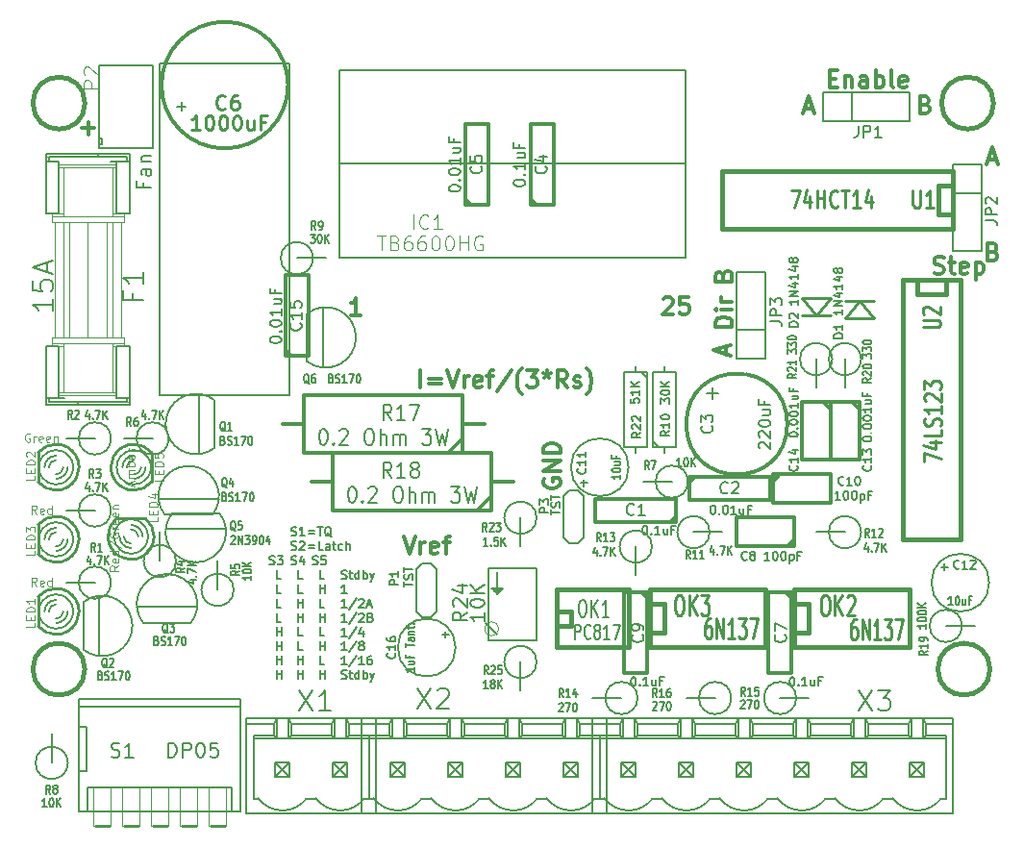
<source format=gto>
G04 (created by PCBNEW (2013-jul-07)-stable) date Sun 11 Dec 2016 08:13:46 PM CST*
%MOIN*%
G04 Gerber Fmt 3.4, Leading zero omitted, Abs format*
%FSLAX34Y34*%
G01*
G70*
G90*
G04 APERTURE LIST*
%ADD10C,0.00590551*%
%ADD11C,0.011811*%
%ADD12C,0.0075*%
%ADD13C,0.00787402*%
%ADD14C,0.005*%
%ADD15C,0.008*%
%ADD16C,0.006*%
%ADD17C,0.003*%
%ADD18C,0.0026*%
%ADD19C,0.01*%
%ADD20C,0.012*%
%ADD21C,0.002*%
%ADD22C,0.015*%
%ADD23C,0.004*%
%ADD24C,0.00625*%
%ADD25C,0.0035*%
%ADD26C,0.007*%
%ADD27C,0.01125*%
G04 APERTURE END LIST*
G54D10*
G54D11*
X84076Y-56399D02*
X84048Y-56456D01*
X84048Y-56540D01*
X84076Y-56624D01*
X84132Y-56681D01*
X84189Y-56709D01*
X84301Y-56737D01*
X84385Y-56737D01*
X84498Y-56709D01*
X84554Y-56681D01*
X84610Y-56624D01*
X84639Y-56540D01*
X84639Y-56484D01*
X84610Y-56399D01*
X84582Y-56371D01*
X84385Y-56371D01*
X84385Y-56484D01*
X84639Y-56118D02*
X84048Y-56118D01*
X84639Y-55781D01*
X84048Y-55781D01*
X84639Y-55500D02*
X84048Y-55500D01*
X84048Y-55359D01*
X84076Y-55275D01*
X84132Y-55218D01*
X84189Y-55190D01*
X84301Y-55162D01*
X84385Y-55162D01*
X84498Y-55190D01*
X84554Y-55218D01*
X84610Y-55275D01*
X84639Y-55359D01*
X84639Y-55500D01*
X68264Y-44474D02*
X68264Y-44025D01*
X68489Y-44250D02*
X68039Y-44250D01*
X88200Y-50154D02*
X88228Y-50126D01*
X88284Y-50098D01*
X88425Y-50098D01*
X88481Y-50126D01*
X88509Y-50154D01*
X88537Y-50210D01*
X88537Y-50267D01*
X88509Y-50351D01*
X88171Y-50689D01*
X88537Y-50689D01*
X89071Y-50098D02*
X88790Y-50098D01*
X88762Y-50379D01*
X88790Y-50351D01*
X88846Y-50323D01*
X88987Y-50323D01*
X89043Y-50351D01*
X89071Y-50379D01*
X89099Y-50435D01*
X89099Y-50576D01*
X89071Y-50632D01*
X89043Y-50660D01*
X88987Y-50689D01*
X88846Y-50689D01*
X88790Y-50660D01*
X88762Y-50632D01*
X77718Y-50739D02*
X77381Y-50739D01*
X77550Y-50739D02*
X77550Y-50148D01*
X77493Y-50232D01*
X77437Y-50289D01*
X77381Y-50317D01*
X90279Y-49357D02*
X90307Y-49273D01*
X90335Y-49245D01*
X90392Y-49217D01*
X90476Y-49217D01*
X90532Y-49245D01*
X90560Y-49273D01*
X90589Y-49329D01*
X90589Y-49554D01*
X89998Y-49554D01*
X89998Y-49357D01*
X90026Y-49301D01*
X90054Y-49273D01*
X90110Y-49245D01*
X90167Y-49245D01*
X90223Y-49273D01*
X90251Y-49301D01*
X90279Y-49357D01*
X90279Y-49554D01*
X90370Y-52090D02*
X90370Y-51809D01*
X90539Y-52146D02*
X89948Y-51950D01*
X90539Y-51753D01*
X99642Y-48529D02*
X99726Y-48557D01*
X99754Y-48585D01*
X99782Y-48642D01*
X99782Y-48726D01*
X99754Y-48782D01*
X99726Y-48810D01*
X99670Y-48839D01*
X99445Y-48839D01*
X99445Y-48248D01*
X99642Y-48248D01*
X99698Y-48276D01*
X99726Y-48304D01*
X99754Y-48360D01*
X99754Y-48417D01*
X99726Y-48473D01*
X99698Y-48501D01*
X99642Y-48529D01*
X99445Y-48529D01*
X99459Y-45320D02*
X99740Y-45320D01*
X99403Y-45489D02*
X99600Y-44898D01*
X99796Y-45489D01*
X97292Y-43429D02*
X97376Y-43457D01*
X97404Y-43485D01*
X97432Y-43542D01*
X97432Y-43626D01*
X97404Y-43682D01*
X97376Y-43710D01*
X97320Y-43739D01*
X97095Y-43739D01*
X97095Y-43148D01*
X97292Y-43148D01*
X97348Y-43176D01*
X97376Y-43204D01*
X97404Y-43260D01*
X97404Y-43317D01*
X97376Y-43373D01*
X97348Y-43401D01*
X97292Y-43429D01*
X97095Y-43429D01*
X93109Y-43570D02*
X93390Y-43570D01*
X93053Y-43739D02*
X93250Y-43148D01*
X93446Y-43739D01*
G54D12*
X70190Y-46130D02*
X70190Y-46297D01*
X70452Y-46297D02*
X69952Y-46297D01*
X69952Y-46059D01*
X70452Y-45654D02*
X70190Y-45654D01*
X70142Y-45678D01*
X70119Y-45726D01*
X70119Y-45821D01*
X70142Y-45869D01*
X70428Y-45654D02*
X70452Y-45702D01*
X70452Y-45821D01*
X70428Y-45869D01*
X70380Y-45892D01*
X70333Y-45892D01*
X70285Y-45869D01*
X70261Y-45821D01*
X70261Y-45702D01*
X70238Y-45654D01*
X70119Y-45416D02*
X70452Y-45416D01*
X70166Y-45416D02*
X70142Y-45392D01*
X70119Y-45345D01*
X70119Y-45273D01*
X70142Y-45226D01*
X70190Y-45202D01*
X70452Y-45202D01*
X77057Y-59857D02*
X77100Y-59871D01*
X77171Y-59871D01*
X77200Y-59857D01*
X77214Y-59842D01*
X77228Y-59814D01*
X77228Y-59785D01*
X77214Y-59757D01*
X77200Y-59742D01*
X77171Y-59728D01*
X77114Y-59714D01*
X77085Y-59700D01*
X77071Y-59685D01*
X77057Y-59657D01*
X77057Y-59628D01*
X77071Y-59600D01*
X77085Y-59585D01*
X77114Y-59571D01*
X77185Y-59571D01*
X77228Y-59585D01*
X77314Y-59671D02*
X77428Y-59671D01*
X77357Y-59571D02*
X77357Y-59828D01*
X77371Y-59857D01*
X77400Y-59871D01*
X77428Y-59871D01*
X77657Y-59871D02*
X77657Y-59571D01*
X77657Y-59857D02*
X77628Y-59871D01*
X77571Y-59871D01*
X77542Y-59857D01*
X77528Y-59842D01*
X77514Y-59814D01*
X77514Y-59728D01*
X77528Y-59700D01*
X77542Y-59685D01*
X77571Y-59671D01*
X77628Y-59671D01*
X77657Y-59685D01*
X77800Y-59871D02*
X77800Y-59571D01*
X77800Y-59685D02*
X77828Y-59671D01*
X77885Y-59671D01*
X77914Y-59685D01*
X77928Y-59700D01*
X77942Y-59728D01*
X77942Y-59814D01*
X77928Y-59842D01*
X77914Y-59857D01*
X77885Y-59871D01*
X77828Y-59871D01*
X77800Y-59857D01*
X78042Y-59671D02*
X78114Y-59871D01*
X78185Y-59671D02*
X78114Y-59871D01*
X78085Y-59942D01*
X78071Y-59957D01*
X78042Y-59971D01*
X77228Y-60366D02*
X77057Y-60366D01*
X77142Y-60366D02*
X77142Y-60066D01*
X77114Y-60109D01*
X77085Y-60137D01*
X77057Y-60152D01*
X77228Y-60861D02*
X77057Y-60861D01*
X77142Y-60861D02*
X77142Y-60561D01*
X77114Y-60604D01*
X77085Y-60632D01*
X77057Y-60647D01*
X77571Y-60547D02*
X77314Y-60932D01*
X77657Y-60590D02*
X77671Y-60575D01*
X77700Y-60561D01*
X77771Y-60561D01*
X77800Y-60575D01*
X77814Y-60590D01*
X77828Y-60618D01*
X77828Y-60647D01*
X77814Y-60690D01*
X77642Y-60861D01*
X77828Y-60861D01*
X77942Y-60775D02*
X78085Y-60775D01*
X77914Y-60861D02*
X78014Y-60561D01*
X78114Y-60861D01*
X77228Y-61356D02*
X77057Y-61356D01*
X77142Y-61356D02*
X77142Y-61056D01*
X77114Y-61099D01*
X77085Y-61127D01*
X77057Y-61142D01*
X77571Y-61042D02*
X77314Y-61427D01*
X77657Y-61085D02*
X77671Y-61070D01*
X77700Y-61056D01*
X77771Y-61056D01*
X77800Y-61070D01*
X77814Y-61085D01*
X77828Y-61113D01*
X77828Y-61142D01*
X77814Y-61185D01*
X77642Y-61356D01*
X77828Y-61356D01*
X78057Y-61199D02*
X78100Y-61213D01*
X78114Y-61227D01*
X78128Y-61256D01*
X78128Y-61299D01*
X78114Y-61327D01*
X78100Y-61342D01*
X78071Y-61356D01*
X77957Y-61356D01*
X77957Y-61056D01*
X78057Y-61056D01*
X78085Y-61070D01*
X78100Y-61085D01*
X78114Y-61113D01*
X78114Y-61142D01*
X78100Y-61170D01*
X78085Y-61185D01*
X78057Y-61199D01*
X77957Y-61199D01*
X77228Y-61851D02*
X77057Y-61851D01*
X77142Y-61851D02*
X77142Y-61551D01*
X77114Y-61594D01*
X77085Y-61622D01*
X77057Y-61637D01*
X77571Y-61537D02*
X77314Y-61922D01*
X77800Y-61651D02*
X77800Y-61851D01*
X77728Y-61537D02*
X77657Y-61751D01*
X77842Y-61751D01*
X77228Y-62346D02*
X77057Y-62346D01*
X77142Y-62346D02*
X77142Y-62046D01*
X77114Y-62089D01*
X77085Y-62117D01*
X77057Y-62132D01*
X77571Y-62032D02*
X77314Y-62417D01*
X77714Y-62175D02*
X77685Y-62160D01*
X77671Y-62146D01*
X77657Y-62117D01*
X77657Y-62103D01*
X77671Y-62075D01*
X77685Y-62060D01*
X77714Y-62046D01*
X77771Y-62046D01*
X77800Y-62060D01*
X77814Y-62075D01*
X77828Y-62103D01*
X77828Y-62117D01*
X77814Y-62146D01*
X77800Y-62160D01*
X77771Y-62175D01*
X77714Y-62175D01*
X77685Y-62189D01*
X77671Y-62203D01*
X77657Y-62232D01*
X77657Y-62289D01*
X77671Y-62317D01*
X77685Y-62332D01*
X77714Y-62346D01*
X77771Y-62346D01*
X77800Y-62332D01*
X77814Y-62317D01*
X77828Y-62289D01*
X77828Y-62232D01*
X77814Y-62203D01*
X77800Y-62189D01*
X77771Y-62175D01*
X77228Y-62841D02*
X77057Y-62841D01*
X77142Y-62841D02*
X77142Y-62541D01*
X77114Y-62584D01*
X77085Y-62612D01*
X77057Y-62627D01*
X77571Y-62527D02*
X77314Y-62912D01*
X77828Y-62841D02*
X77657Y-62841D01*
X77742Y-62841D02*
X77742Y-62541D01*
X77714Y-62584D01*
X77685Y-62612D01*
X77657Y-62627D01*
X78085Y-62541D02*
X78028Y-62541D01*
X78000Y-62555D01*
X77985Y-62570D01*
X77957Y-62612D01*
X77942Y-62670D01*
X77942Y-62784D01*
X77957Y-62812D01*
X77971Y-62827D01*
X78000Y-62841D01*
X78057Y-62841D01*
X78085Y-62827D01*
X78100Y-62812D01*
X78114Y-62784D01*
X78114Y-62712D01*
X78100Y-62684D01*
X78085Y-62670D01*
X78057Y-62655D01*
X78000Y-62655D01*
X77971Y-62670D01*
X77957Y-62684D01*
X77942Y-62712D01*
X77057Y-63322D02*
X77100Y-63336D01*
X77171Y-63336D01*
X77200Y-63322D01*
X77214Y-63307D01*
X77228Y-63279D01*
X77228Y-63250D01*
X77214Y-63222D01*
X77200Y-63207D01*
X77171Y-63193D01*
X77114Y-63179D01*
X77085Y-63165D01*
X77071Y-63150D01*
X77057Y-63122D01*
X77057Y-63093D01*
X77071Y-63065D01*
X77085Y-63050D01*
X77114Y-63036D01*
X77185Y-63036D01*
X77228Y-63050D01*
X77314Y-63136D02*
X77428Y-63136D01*
X77357Y-63036D02*
X77357Y-63293D01*
X77371Y-63322D01*
X77400Y-63336D01*
X77428Y-63336D01*
X77657Y-63336D02*
X77657Y-63036D01*
X77657Y-63322D02*
X77628Y-63336D01*
X77571Y-63336D01*
X77542Y-63322D01*
X77528Y-63307D01*
X77514Y-63279D01*
X77514Y-63193D01*
X77528Y-63165D01*
X77542Y-63150D01*
X77571Y-63136D01*
X77628Y-63136D01*
X77657Y-63150D01*
X77800Y-63336D02*
X77800Y-63036D01*
X77800Y-63150D02*
X77828Y-63136D01*
X77885Y-63136D01*
X77914Y-63150D01*
X77928Y-63165D01*
X77942Y-63193D01*
X77942Y-63279D01*
X77928Y-63307D01*
X77914Y-63322D01*
X77885Y-63336D01*
X77828Y-63336D01*
X77800Y-63322D01*
X78042Y-63136D02*
X78114Y-63336D01*
X78185Y-63136D02*
X78114Y-63336D01*
X78085Y-63407D01*
X78071Y-63422D01*
X78042Y-63436D01*
X76057Y-59357D02*
X76100Y-59371D01*
X76171Y-59371D01*
X76200Y-59357D01*
X76214Y-59342D01*
X76228Y-59314D01*
X76228Y-59285D01*
X76214Y-59257D01*
X76200Y-59242D01*
X76171Y-59228D01*
X76114Y-59214D01*
X76085Y-59200D01*
X76071Y-59185D01*
X76057Y-59157D01*
X76057Y-59128D01*
X76071Y-59100D01*
X76085Y-59085D01*
X76114Y-59071D01*
X76185Y-59071D01*
X76228Y-59085D01*
X76500Y-59071D02*
X76357Y-59071D01*
X76342Y-59214D01*
X76357Y-59200D01*
X76385Y-59185D01*
X76457Y-59185D01*
X76485Y-59200D01*
X76500Y-59214D01*
X76514Y-59242D01*
X76514Y-59314D01*
X76500Y-59342D01*
X76485Y-59357D01*
X76457Y-59371D01*
X76385Y-59371D01*
X76357Y-59357D01*
X76342Y-59342D01*
X76442Y-59866D02*
X76300Y-59866D01*
X76300Y-59566D01*
X76300Y-60361D02*
X76300Y-60061D01*
X76300Y-60204D02*
X76471Y-60204D01*
X76471Y-60361D02*
X76471Y-60061D01*
X76442Y-60856D02*
X76300Y-60856D01*
X76300Y-60556D01*
X76300Y-61351D02*
X76300Y-61051D01*
X76300Y-61194D02*
X76471Y-61194D01*
X76471Y-61351D02*
X76471Y-61051D01*
X76442Y-61846D02*
X76300Y-61846D01*
X76300Y-61546D01*
X76300Y-62341D02*
X76300Y-62041D01*
X76300Y-62184D02*
X76471Y-62184D01*
X76471Y-62341D02*
X76471Y-62041D01*
X76442Y-62836D02*
X76300Y-62836D01*
X76300Y-62536D01*
X76300Y-63331D02*
X76300Y-63031D01*
X76300Y-63174D02*
X76471Y-63174D01*
X76471Y-63331D02*
X76471Y-63031D01*
X75307Y-59357D02*
X75350Y-59371D01*
X75421Y-59371D01*
X75450Y-59357D01*
X75464Y-59342D01*
X75478Y-59314D01*
X75478Y-59285D01*
X75464Y-59257D01*
X75450Y-59242D01*
X75421Y-59228D01*
X75364Y-59214D01*
X75335Y-59200D01*
X75321Y-59185D01*
X75307Y-59157D01*
X75307Y-59128D01*
X75321Y-59100D01*
X75335Y-59085D01*
X75364Y-59071D01*
X75435Y-59071D01*
X75478Y-59085D01*
X75735Y-59171D02*
X75735Y-59371D01*
X75664Y-59057D02*
X75592Y-59271D01*
X75778Y-59271D01*
X75692Y-59866D02*
X75550Y-59866D01*
X75550Y-59566D01*
X75692Y-60361D02*
X75550Y-60361D01*
X75550Y-60061D01*
X75550Y-60856D02*
X75550Y-60556D01*
X75550Y-60699D02*
X75721Y-60699D01*
X75721Y-60856D02*
X75721Y-60556D01*
X75550Y-61351D02*
X75550Y-61051D01*
X75550Y-61194D02*
X75721Y-61194D01*
X75721Y-61351D02*
X75721Y-61051D01*
X75692Y-61846D02*
X75550Y-61846D01*
X75550Y-61546D01*
X75692Y-62341D02*
X75550Y-62341D01*
X75550Y-62041D01*
X75550Y-62836D02*
X75550Y-62536D01*
X75550Y-62679D02*
X75721Y-62679D01*
X75721Y-62836D02*
X75721Y-62536D01*
X75550Y-63331D02*
X75550Y-63031D01*
X75550Y-63174D02*
X75721Y-63174D01*
X75721Y-63331D02*
X75721Y-63031D01*
X74557Y-59357D02*
X74600Y-59371D01*
X74671Y-59371D01*
X74700Y-59357D01*
X74714Y-59342D01*
X74728Y-59314D01*
X74728Y-59285D01*
X74714Y-59257D01*
X74700Y-59242D01*
X74671Y-59228D01*
X74614Y-59214D01*
X74585Y-59200D01*
X74571Y-59185D01*
X74557Y-59157D01*
X74557Y-59128D01*
X74571Y-59100D01*
X74585Y-59085D01*
X74614Y-59071D01*
X74685Y-59071D01*
X74728Y-59085D01*
X74828Y-59071D02*
X75014Y-59071D01*
X74914Y-59185D01*
X74957Y-59185D01*
X74985Y-59200D01*
X75000Y-59214D01*
X75014Y-59242D01*
X75014Y-59314D01*
X75000Y-59342D01*
X74985Y-59357D01*
X74957Y-59371D01*
X74871Y-59371D01*
X74842Y-59357D01*
X74828Y-59342D01*
X74942Y-59866D02*
X74800Y-59866D01*
X74800Y-59566D01*
X74942Y-60361D02*
X74800Y-60361D01*
X74800Y-60061D01*
X74942Y-60856D02*
X74800Y-60856D01*
X74800Y-60556D01*
X74942Y-61351D02*
X74800Y-61351D01*
X74800Y-61051D01*
X74800Y-61846D02*
X74800Y-61546D01*
X74800Y-61689D02*
X74971Y-61689D01*
X74971Y-61846D02*
X74971Y-61546D01*
X74800Y-62341D02*
X74800Y-62041D01*
X74800Y-62184D02*
X74971Y-62184D01*
X74971Y-62341D02*
X74971Y-62041D01*
X74800Y-62836D02*
X74800Y-62536D01*
X74800Y-62679D02*
X74971Y-62679D01*
X74971Y-62836D02*
X74971Y-62536D01*
X74800Y-63331D02*
X74800Y-63031D01*
X74800Y-63174D02*
X74971Y-63174D01*
X74971Y-63331D02*
X74971Y-63031D01*
X75307Y-58357D02*
X75350Y-58371D01*
X75421Y-58371D01*
X75450Y-58357D01*
X75464Y-58342D01*
X75478Y-58314D01*
X75478Y-58285D01*
X75464Y-58257D01*
X75450Y-58242D01*
X75421Y-58228D01*
X75364Y-58214D01*
X75335Y-58200D01*
X75321Y-58185D01*
X75307Y-58157D01*
X75307Y-58128D01*
X75321Y-58100D01*
X75335Y-58085D01*
X75364Y-58071D01*
X75435Y-58071D01*
X75478Y-58085D01*
X75764Y-58371D02*
X75592Y-58371D01*
X75678Y-58371D02*
X75678Y-58071D01*
X75650Y-58114D01*
X75621Y-58142D01*
X75592Y-58157D01*
X75892Y-58214D02*
X76121Y-58214D01*
X76121Y-58300D02*
X75892Y-58300D01*
X76221Y-58071D02*
X76392Y-58071D01*
X76307Y-58371D02*
X76307Y-58071D01*
X76692Y-58400D02*
X76664Y-58385D01*
X76635Y-58357D01*
X76592Y-58314D01*
X76564Y-58300D01*
X76535Y-58300D01*
X76549Y-58371D02*
X76521Y-58357D01*
X76492Y-58328D01*
X76478Y-58271D01*
X76478Y-58171D01*
X76492Y-58114D01*
X76521Y-58085D01*
X76549Y-58071D01*
X76607Y-58071D01*
X76635Y-58085D01*
X76664Y-58114D01*
X76678Y-58171D01*
X76678Y-58271D01*
X76664Y-58328D01*
X76635Y-58357D01*
X76607Y-58371D01*
X76549Y-58371D01*
X75307Y-58852D02*
X75350Y-58866D01*
X75421Y-58866D01*
X75450Y-58852D01*
X75464Y-58837D01*
X75478Y-58809D01*
X75478Y-58780D01*
X75464Y-58752D01*
X75450Y-58737D01*
X75421Y-58723D01*
X75364Y-58709D01*
X75335Y-58695D01*
X75321Y-58680D01*
X75307Y-58652D01*
X75307Y-58623D01*
X75321Y-58595D01*
X75335Y-58580D01*
X75364Y-58566D01*
X75435Y-58566D01*
X75478Y-58580D01*
X75592Y-58595D02*
X75607Y-58580D01*
X75635Y-58566D01*
X75707Y-58566D01*
X75735Y-58580D01*
X75750Y-58595D01*
X75764Y-58623D01*
X75764Y-58652D01*
X75750Y-58695D01*
X75578Y-58866D01*
X75764Y-58866D01*
X75892Y-58709D02*
X76121Y-58709D01*
X76121Y-58795D02*
X75892Y-58795D01*
X76407Y-58866D02*
X76264Y-58866D01*
X76264Y-58566D01*
X76635Y-58866D02*
X76635Y-58709D01*
X76621Y-58680D01*
X76592Y-58666D01*
X76535Y-58666D01*
X76507Y-58680D01*
X76635Y-58852D02*
X76607Y-58866D01*
X76535Y-58866D01*
X76507Y-58852D01*
X76492Y-58823D01*
X76492Y-58795D01*
X76507Y-58766D01*
X76535Y-58752D01*
X76607Y-58752D01*
X76635Y-58737D01*
X76735Y-58666D02*
X76850Y-58666D01*
X76778Y-58566D02*
X76778Y-58823D01*
X76792Y-58852D01*
X76821Y-58866D01*
X76850Y-58866D01*
X77078Y-58852D02*
X77050Y-58866D01*
X76992Y-58866D01*
X76964Y-58852D01*
X76950Y-58837D01*
X76935Y-58809D01*
X76935Y-58723D01*
X76950Y-58695D01*
X76964Y-58680D01*
X76992Y-58666D01*
X77050Y-58666D01*
X77078Y-58680D01*
X77207Y-58866D02*
X77207Y-58566D01*
X77335Y-58866D02*
X77335Y-58709D01*
X77321Y-58680D01*
X77292Y-58666D01*
X77250Y-58666D01*
X77221Y-58680D01*
X77207Y-58695D01*
G54D11*
X79783Y-53239D02*
X79783Y-52648D01*
X80064Y-52929D02*
X80514Y-52929D01*
X80514Y-53098D02*
X80064Y-53098D01*
X80711Y-52648D02*
X80908Y-53239D01*
X81104Y-52648D01*
X81301Y-53239D02*
X81301Y-52845D01*
X81301Y-52957D02*
X81329Y-52901D01*
X81357Y-52873D01*
X81414Y-52845D01*
X81470Y-52845D01*
X81892Y-53210D02*
X81836Y-53239D01*
X81723Y-53239D01*
X81667Y-53210D01*
X81639Y-53154D01*
X81639Y-52929D01*
X81667Y-52873D01*
X81723Y-52845D01*
X81836Y-52845D01*
X81892Y-52873D01*
X81920Y-52929D01*
X81920Y-52985D01*
X81639Y-53042D01*
X82089Y-52845D02*
X82314Y-52845D01*
X82173Y-53239D02*
X82173Y-52732D01*
X82201Y-52676D01*
X82257Y-52648D01*
X82314Y-52648D01*
X82932Y-52620D02*
X82426Y-53379D01*
X83298Y-53464D02*
X83270Y-53435D01*
X83214Y-53351D01*
X83185Y-53295D01*
X83157Y-53210D01*
X83129Y-53070D01*
X83129Y-52957D01*
X83157Y-52817D01*
X83185Y-52732D01*
X83214Y-52676D01*
X83270Y-52592D01*
X83298Y-52564D01*
X83467Y-52648D02*
X83832Y-52648D01*
X83635Y-52873D01*
X83720Y-52873D01*
X83776Y-52901D01*
X83804Y-52929D01*
X83832Y-52985D01*
X83832Y-53126D01*
X83804Y-53182D01*
X83776Y-53210D01*
X83720Y-53239D01*
X83551Y-53239D01*
X83495Y-53210D01*
X83467Y-53182D01*
X84170Y-52648D02*
X84170Y-52789D01*
X84029Y-52732D02*
X84170Y-52789D01*
X84310Y-52732D01*
X84085Y-52901D02*
X84170Y-52789D01*
X84254Y-52901D01*
X84873Y-53239D02*
X84676Y-52957D01*
X84535Y-53239D02*
X84535Y-52648D01*
X84760Y-52648D01*
X84816Y-52676D01*
X84845Y-52704D01*
X84873Y-52760D01*
X84873Y-52845D01*
X84845Y-52901D01*
X84816Y-52929D01*
X84760Y-52957D01*
X84535Y-52957D01*
X85098Y-53210D02*
X85154Y-53239D01*
X85266Y-53239D01*
X85323Y-53210D01*
X85351Y-53154D01*
X85351Y-53126D01*
X85323Y-53070D01*
X85266Y-53042D01*
X85182Y-53042D01*
X85126Y-53014D01*
X85098Y-52957D01*
X85098Y-52929D01*
X85126Y-52873D01*
X85182Y-52845D01*
X85266Y-52845D01*
X85323Y-52873D01*
X85548Y-53464D02*
X85576Y-53435D01*
X85632Y-53351D01*
X85660Y-53295D01*
X85688Y-53210D01*
X85716Y-53070D01*
X85716Y-52957D01*
X85688Y-52817D01*
X85660Y-52732D01*
X85632Y-52676D01*
X85576Y-52592D01*
X85548Y-52564D01*
G54D13*
X89900Y-53250D02*
X89900Y-53650D01*
X89700Y-53450D02*
X90100Y-53450D01*
X71500Y-43350D02*
X71500Y-43650D01*
X71350Y-43500D02*
X71650Y-43500D01*
G54D11*
X97592Y-49260D02*
X97676Y-49289D01*
X97817Y-49289D01*
X97873Y-49260D01*
X97901Y-49232D01*
X97929Y-49176D01*
X97929Y-49120D01*
X97901Y-49064D01*
X97873Y-49035D01*
X97817Y-49007D01*
X97704Y-48979D01*
X97648Y-48951D01*
X97620Y-48923D01*
X97592Y-48867D01*
X97592Y-48810D01*
X97620Y-48754D01*
X97648Y-48726D01*
X97704Y-48698D01*
X97845Y-48698D01*
X97929Y-48726D01*
X98098Y-48895D02*
X98323Y-48895D01*
X98182Y-48698D02*
X98182Y-49204D01*
X98210Y-49260D01*
X98267Y-49289D01*
X98323Y-49289D01*
X98745Y-49260D02*
X98689Y-49289D01*
X98576Y-49289D01*
X98520Y-49260D01*
X98492Y-49204D01*
X98492Y-48979D01*
X98520Y-48923D01*
X98576Y-48895D01*
X98689Y-48895D01*
X98745Y-48923D01*
X98773Y-48979D01*
X98773Y-49035D01*
X98492Y-49092D01*
X99026Y-48895D02*
X99026Y-49485D01*
X99026Y-48923D02*
X99082Y-48895D01*
X99195Y-48895D01*
X99251Y-48923D01*
X99279Y-48951D01*
X99307Y-49007D01*
X99307Y-49176D01*
X99279Y-49232D01*
X99251Y-49260D01*
X99195Y-49289D01*
X99082Y-49289D01*
X99026Y-49260D01*
X90589Y-51128D02*
X89998Y-51128D01*
X89998Y-50987D01*
X90026Y-50903D01*
X90082Y-50846D01*
X90139Y-50818D01*
X90251Y-50790D01*
X90335Y-50790D01*
X90448Y-50818D01*
X90504Y-50846D01*
X90560Y-50903D01*
X90589Y-50987D01*
X90589Y-51128D01*
X90589Y-50537D02*
X90195Y-50537D01*
X89998Y-50537D02*
X90026Y-50565D01*
X90054Y-50537D01*
X90026Y-50509D01*
X89998Y-50537D01*
X90054Y-50537D01*
X90589Y-50256D02*
X90195Y-50256D01*
X90307Y-50256D02*
X90251Y-50228D01*
X90223Y-50200D01*
X90195Y-50143D01*
X90195Y-50087D01*
X79198Y-58398D02*
X79395Y-58989D01*
X79592Y-58398D01*
X79789Y-58989D02*
X79789Y-58595D01*
X79789Y-58707D02*
X79817Y-58651D01*
X79845Y-58623D01*
X79901Y-58595D01*
X79957Y-58595D01*
X80379Y-58960D02*
X80323Y-58989D01*
X80210Y-58989D01*
X80154Y-58960D01*
X80126Y-58904D01*
X80126Y-58679D01*
X80154Y-58623D01*
X80210Y-58595D01*
X80323Y-58595D01*
X80379Y-58623D01*
X80407Y-58679D01*
X80407Y-58735D01*
X80126Y-58792D01*
X80576Y-58595D02*
X80801Y-58595D01*
X80660Y-58989D02*
X80660Y-58482D01*
X80688Y-58426D01*
X80745Y-58398D01*
X80801Y-58398D01*
X93964Y-42529D02*
X94161Y-42529D01*
X94245Y-42839D02*
X93964Y-42839D01*
X93964Y-42248D01*
X94245Y-42248D01*
X94498Y-42445D02*
X94498Y-42839D01*
X94498Y-42501D02*
X94526Y-42473D01*
X94582Y-42445D01*
X94667Y-42445D01*
X94723Y-42473D01*
X94751Y-42529D01*
X94751Y-42839D01*
X95285Y-42839D02*
X95285Y-42529D01*
X95257Y-42473D01*
X95201Y-42445D01*
X95089Y-42445D01*
X95032Y-42473D01*
X95285Y-42810D02*
X95229Y-42839D01*
X95089Y-42839D01*
X95032Y-42810D01*
X95004Y-42754D01*
X95004Y-42698D01*
X95032Y-42642D01*
X95089Y-42614D01*
X95229Y-42614D01*
X95285Y-42585D01*
X95567Y-42839D02*
X95567Y-42248D01*
X95567Y-42473D02*
X95623Y-42445D01*
X95735Y-42445D01*
X95792Y-42473D01*
X95820Y-42501D01*
X95848Y-42557D01*
X95848Y-42726D01*
X95820Y-42782D01*
X95792Y-42810D01*
X95735Y-42839D01*
X95623Y-42839D01*
X95567Y-42810D01*
X96185Y-42839D02*
X96129Y-42810D01*
X96101Y-42754D01*
X96101Y-42248D01*
X96635Y-42810D02*
X96579Y-42839D01*
X96467Y-42839D01*
X96410Y-42810D01*
X96382Y-42754D01*
X96382Y-42529D01*
X96410Y-42473D01*
X96467Y-42445D01*
X96579Y-42445D01*
X96635Y-42473D01*
X96663Y-42529D01*
X96663Y-42585D01*
X96382Y-42642D01*
G54D13*
X75250Y-42000D02*
X70750Y-42000D01*
X75250Y-53500D02*
X75250Y-42000D01*
X70750Y-53500D02*
X75250Y-53500D01*
X70750Y-42000D02*
X70750Y-53500D01*
G54D14*
X99501Y-60000D02*
G75*
G03X99501Y-60000I-1001J0D01*
G74*
G01*
X81001Y-62250D02*
G75*
G03X81001Y-62250I-1001J0D01*
G74*
G01*
X87001Y-56000D02*
G75*
G03X87001Y-56000I-1001J0D01*
G74*
G01*
G54D15*
X70503Y-42070D02*
X70503Y-44944D01*
X68633Y-44944D02*
X70503Y-44944D01*
X68633Y-42070D02*
X70503Y-42070D01*
X68634Y-42070D02*
X68634Y-44944D01*
X68732Y-44786D02*
X68673Y-44786D01*
X68732Y-44786D02*
X68732Y-44589D01*
X68732Y-44589D02*
X68673Y-44589D01*
G54D12*
X94500Y-52250D02*
X94500Y-53250D01*
X95059Y-52250D02*
G75*
G03X95059Y-52250I-559J0D01*
G74*
G01*
X93500Y-52250D02*
X93500Y-53250D01*
X94059Y-52250D02*
G75*
G03X94059Y-52250I-559J0D01*
G74*
G01*
X98000Y-61500D02*
X99000Y-61500D01*
X98559Y-61500D02*
G75*
G03X98559Y-61500I-559J0D01*
G74*
G01*
X92250Y-64000D02*
X93250Y-64000D01*
X92809Y-64000D02*
G75*
G03X92809Y-64000I-559J0D01*
G74*
G01*
X90000Y-64000D02*
X89000Y-64000D01*
X90559Y-64000D02*
G75*
G03X90559Y-64000I-559J0D01*
G74*
G01*
X86750Y-64000D02*
X85750Y-64000D01*
X87309Y-64000D02*
G75*
G03X87309Y-64000I-559J0D01*
G74*
G01*
X83250Y-57750D02*
X83250Y-58750D01*
X83809Y-57750D02*
G75*
G03X83809Y-57750I-559J0D01*
G74*
G01*
X87250Y-58750D02*
X87250Y-59750D01*
X87809Y-58750D02*
G75*
G03X87809Y-58750I-559J0D01*
G74*
G01*
X94500Y-58250D02*
X93500Y-58250D01*
X95059Y-58250D02*
G75*
G03X95059Y-58250I-559J0D01*
G74*
G01*
X89250Y-58250D02*
X90250Y-58250D01*
X89809Y-58250D02*
G75*
G03X89809Y-58250I-559J0D01*
G74*
G01*
X88500Y-56500D02*
X87500Y-56500D01*
X89059Y-56500D02*
G75*
G03X89059Y-56500I-559J0D01*
G74*
G01*
X75500Y-48750D02*
X76500Y-48750D01*
X76059Y-48750D02*
G75*
G03X76059Y-48750I-559J0D01*
G74*
G01*
X67000Y-66250D02*
X67000Y-65250D01*
X67559Y-66250D02*
G75*
G03X67559Y-66250I-559J0D01*
G74*
G01*
X70500Y-55000D02*
X69500Y-55000D01*
X71059Y-55000D02*
G75*
G03X71059Y-55000I-559J0D01*
G74*
G01*
X72750Y-60250D02*
X72750Y-59250D01*
X73309Y-60250D02*
G75*
G03X73309Y-60250I-559J0D01*
G74*
G01*
X70750Y-59250D02*
X70750Y-58250D01*
X71309Y-59250D02*
G75*
G03X71309Y-59250I-559J0D01*
G74*
G01*
X68500Y-57500D02*
X67500Y-57500D01*
X69059Y-57500D02*
G75*
G03X69059Y-57500I-559J0D01*
G74*
G01*
X68500Y-55000D02*
X67500Y-55000D01*
X69059Y-55000D02*
G75*
G03X69059Y-55000I-559J0D01*
G74*
G01*
X68500Y-60000D02*
X67500Y-60000D01*
X69059Y-60000D02*
G75*
G03X69059Y-60000I-559J0D01*
G74*
G01*
G54D16*
X83800Y-62000D02*
X83800Y-59500D01*
X83800Y-59500D02*
X83550Y-59500D01*
X83550Y-59500D02*
X82450Y-59500D01*
X82450Y-59500D02*
X82131Y-59500D01*
X82131Y-59500D02*
X82131Y-62000D01*
X82131Y-62000D02*
X82450Y-62000D01*
X82450Y-62000D02*
X83550Y-62000D01*
X83550Y-62000D02*
X83800Y-62000D01*
X82450Y-61800D02*
X82050Y-61400D01*
X82450Y-60400D02*
X82400Y-60350D01*
X82450Y-60400D02*
X82500Y-60350D01*
X82350Y-60300D02*
X82550Y-60300D01*
X82350Y-60300D02*
X82300Y-60250D01*
X82550Y-60300D02*
X82600Y-60250D01*
X82400Y-60350D02*
X82500Y-60350D01*
X82400Y-60350D02*
X82350Y-60300D01*
X82500Y-60350D02*
X82550Y-60300D01*
X82450Y-60400D02*
X82450Y-60250D01*
X82450Y-60250D02*
X82450Y-59650D01*
X82450Y-60250D02*
X82600Y-60250D01*
X82300Y-60250D02*
X82450Y-60250D01*
X82250Y-60200D02*
X82300Y-60250D01*
X82600Y-60250D02*
X82650Y-60200D01*
X82650Y-60200D02*
X82250Y-60200D01*
G54D17*
X82497Y-61600D02*
G75*
G03X82497Y-61600I-247J0D01*
G74*
G01*
G54D12*
X83250Y-62750D02*
X83250Y-63750D01*
X83809Y-62750D02*
G75*
G03X83809Y-62750I-559J0D01*
G74*
G01*
G54D15*
X79650Y-61000D02*
X79650Y-59550D01*
X79650Y-59550D02*
X79850Y-59350D01*
X79850Y-59350D02*
X80150Y-59350D01*
X80150Y-59350D02*
X80350Y-59550D01*
X80350Y-59550D02*
X80350Y-61000D01*
X80350Y-61000D02*
X80150Y-61200D01*
X80150Y-61200D02*
X79850Y-61200D01*
X79850Y-61200D02*
X79650Y-61000D01*
G54D18*
X68450Y-68450D02*
X69050Y-68450D01*
X69050Y-68450D02*
X69050Y-67100D01*
X68450Y-67100D02*
X69050Y-67100D01*
X68450Y-68450D02*
X68450Y-67100D01*
X69450Y-68450D02*
X70050Y-68450D01*
X70050Y-68450D02*
X70050Y-67100D01*
X69450Y-67100D02*
X70050Y-67100D01*
X69450Y-68450D02*
X69450Y-67100D01*
X70450Y-68450D02*
X71050Y-68450D01*
X71050Y-68450D02*
X71050Y-67100D01*
X70450Y-67100D02*
X71050Y-67100D01*
X70450Y-68450D02*
X70450Y-67100D01*
X71450Y-68450D02*
X72050Y-68450D01*
X72050Y-68450D02*
X72050Y-67100D01*
X71450Y-67100D02*
X72050Y-67100D01*
X71450Y-68450D02*
X71450Y-67100D01*
X72450Y-68450D02*
X73050Y-68450D01*
X73050Y-68450D02*
X73050Y-67100D01*
X72450Y-67100D02*
X73050Y-67100D01*
X72450Y-68450D02*
X72450Y-67100D01*
G54D16*
X67950Y-67950D02*
X68250Y-67950D01*
X73550Y-64050D02*
X67950Y-64050D01*
X67950Y-64050D02*
X67950Y-64300D01*
X67950Y-64300D02*
X67950Y-65000D01*
X67950Y-65000D02*
X67950Y-66550D01*
X67950Y-66550D02*
X67950Y-67950D01*
X73550Y-67950D02*
X73550Y-64300D01*
G54D19*
X68500Y-68450D02*
X69000Y-68450D01*
X69500Y-68450D02*
X70000Y-68450D01*
X70500Y-68450D02*
X71000Y-68450D01*
X71500Y-68450D02*
X72000Y-68450D01*
X72500Y-68450D02*
X73000Y-68450D01*
G54D16*
X67950Y-65000D02*
X68200Y-65000D01*
X68200Y-66550D02*
X68200Y-65000D01*
X68200Y-66550D02*
X67950Y-66550D01*
X68250Y-67100D02*
X68250Y-67950D01*
X68450Y-64300D02*
X67950Y-64300D01*
X69050Y-64300D02*
X68450Y-64300D01*
X69050Y-64300D02*
X69450Y-64300D01*
X70050Y-64300D02*
X69450Y-64300D01*
X68250Y-67100D02*
X73250Y-67100D01*
X68250Y-67950D02*
X73250Y-67950D01*
X73250Y-67100D02*
X73250Y-67950D01*
X73250Y-67950D02*
X73550Y-67950D01*
X70050Y-64300D02*
X70450Y-64300D01*
X71050Y-64300D02*
X71450Y-64300D01*
X72050Y-64300D02*
X72450Y-64300D01*
X71050Y-64300D02*
X70450Y-64300D01*
X72050Y-64300D02*
X71450Y-64300D01*
X73050Y-64300D02*
X72450Y-64300D01*
X73550Y-64300D02*
X73050Y-64300D01*
X73550Y-64300D02*
X73550Y-64050D01*
G54D20*
X82000Y-54500D02*
X82000Y-54500D01*
X82000Y-54500D02*
X82000Y-54500D01*
X75750Y-54500D02*
X75000Y-54500D01*
X75000Y-54500D02*
X75000Y-54500D01*
X75750Y-53500D02*
X81250Y-53500D01*
X81250Y-55500D02*
X75750Y-55500D01*
X81250Y-55000D02*
X80750Y-55500D01*
X75750Y-55500D02*
X75750Y-53500D01*
X81250Y-55500D02*
X81250Y-53500D01*
X82000Y-54500D02*
X81250Y-54500D01*
X83000Y-56500D02*
X83000Y-56500D01*
X83000Y-56500D02*
X83000Y-56500D01*
X76750Y-56500D02*
X76000Y-56500D01*
X76000Y-56500D02*
X76000Y-56500D01*
X76750Y-55500D02*
X82250Y-55500D01*
X82250Y-57500D02*
X76750Y-57500D01*
X82250Y-57000D02*
X81750Y-57500D01*
X76750Y-57500D02*
X76750Y-55500D01*
X82250Y-57500D02*
X82250Y-55500D01*
X83000Y-56500D02*
X82250Y-56500D01*
G54D16*
X93750Y-44000D02*
X93750Y-43000D01*
X93750Y-43000D02*
X96750Y-43000D01*
X96750Y-43000D02*
X96750Y-44000D01*
X96750Y-44000D02*
X93750Y-44000D01*
X94750Y-43000D02*
X94750Y-44000D01*
G54D19*
X66530Y-60500D02*
X66530Y-61500D01*
G54D16*
X67610Y-61384D02*
G75*
G03X67750Y-61000I-460J384D01*
G74*
G01*
X67749Y-61000D02*
G75*
G03X67598Y-60602I-599J0D01*
G74*
G01*
X66550Y-61000D02*
G75*
G03X66694Y-61389I599J0D01*
G74*
G01*
X66689Y-60615D02*
G75*
G03X66550Y-61000I460J-384D01*
G74*
G01*
X66662Y-61349D02*
G75*
G03X67150Y-61600I487J349D01*
G74*
G01*
X67150Y-61600D02*
G75*
G03X67629Y-61360I0J600D01*
G74*
G01*
X67150Y-60400D02*
G75*
G03X66677Y-60631I0J-599D01*
G74*
G01*
X67623Y-60631D02*
G75*
G03X67150Y-60400I-473J-368D01*
G74*
G01*
X67150Y-61250D02*
G75*
G03X67400Y-61000I0J250D01*
G74*
G01*
X67150Y-61400D02*
G75*
G03X67550Y-61000I0J400D01*
G74*
G01*
X67150Y-60750D02*
G75*
G03X66900Y-61000I0J-250D01*
G74*
G01*
X67150Y-60600D02*
G75*
G03X66750Y-61000I0J-400D01*
G74*
G01*
G54D19*
X66536Y-61513D02*
G75*
G03X67150Y-61800I613J513D01*
G74*
G01*
X67150Y-61799D02*
G75*
G03X67854Y-61376I0J799D01*
G74*
G01*
X67148Y-60201D02*
G75*
G03X66539Y-60484I1J-798D01*
G74*
G01*
X67844Y-60602D02*
G75*
G03X67150Y-60200I-694J-397D01*
G74*
G01*
X67854Y-61379D02*
G75*
G03X67950Y-61000I-704J379D01*
G74*
G01*
X67949Y-61000D02*
G75*
G03X67831Y-60581I-799J0D01*
G74*
G01*
X66530Y-55500D02*
X66530Y-56500D01*
G54D16*
X67610Y-56384D02*
G75*
G03X67750Y-56000I-460J384D01*
G74*
G01*
X67749Y-56000D02*
G75*
G03X67598Y-55602I-599J0D01*
G74*
G01*
X66550Y-56000D02*
G75*
G03X66694Y-56389I599J0D01*
G74*
G01*
X66689Y-55615D02*
G75*
G03X66550Y-56000I460J-384D01*
G74*
G01*
X66662Y-56349D02*
G75*
G03X67150Y-56600I487J349D01*
G74*
G01*
X67150Y-56600D02*
G75*
G03X67629Y-56360I0J600D01*
G74*
G01*
X67150Y-55400D02*
G75*
G03X66677Y-55631I0J-599D01*
G74*
G01*
X67623Y-55631D02*
G75*
G03X67150Y-55400I-473J-368D01*
G74*
G01*
X67150Y-56250D02*
G75*
G03X67400Y-56000I0J250D01*
G74*
G01*
X67150Y-56400D02*
G75*
G03X67550Y-56000I0J400D01*
G74*
G01*
X67150Y-55750D02*
G75*
G03X66900Y-56000I0J-250D01*
G74*
G01*
X67150Y-55600D02*
G75*
G03X66750Y-56000I0J-400D01*
G74*
G01*
G54D19*
X66536Y-56513D02*
G75*
G03X67150Y-56800I613J513D01*
G74*
G01*
X67150Y-56799D02*
G75*
G03X67854Y-56376I0J799D01*
G74*
G01*
X67148Y-55201D02*
G75*
G03X66539Y-55484I1J-798D01*
G74*
G01*
X67844Y-55602D02*
G75*
G03X67150Y-55200I-694J-397D01*
G74*
G01*
X67854Y-56379D02*
G75*
G03X67950Y-56000I-704J379D01*
G74*
G01*
X67949Y-56000D02*
G75*
G03X67831Y-55581I-799J0D01*
G74*
G01*
X66530Y-58000D02*
X66530Y-59000D01*
G54D16*
X67610Y-58884D02*
G75*
G03X67750Y-58500I-460J384D01*
G74*
G01*
X67749Y-58500D02*
G75*
G03X67598Y-58102I-599J0D01*
G74*
G01*
X66550Y-58500D02*
G75*
G03X66694Y-58889I599J0D01*
G74*
G01*
X66689Y-58115D02*
G75*
G03X66550Y-58500I460J-384D01*
G74*
G01*
X66662Y-58849D02*
G75*
G03X67150Y-59100I487J349D01*
G74*
G01*
X67150Y-59100D02*
G75*
G03X67629Y-58860I0J600D01*
G74*
G01*
X67150Y-57900D02*
G75*
G03X66677Y-58131I0J-599D01*
G74*
G01*
X67623Y-58131D02*
G75*
G03X67150Y-57900I-473J-368D01*
G74*
G01*
X67150Y-58750D02*
G75*
G03X67400Y-58500I0J250D01*
G74*
G01*
X67150Y-58900D02*
G75*
G03X67550Y-58500I0J400D01*
G74*
G01*
X67150Y-58250D02*
G75*
G03X66900Y-58500I0J-250D01*
G74*
G01*
X67150Y-58100D02*
G75*
G03X66750Y-58500I0J-400D01*
G74*
G01*
G54D19*
X66536Y-59013D02*
G75*
G03X67150Y-59300I613J513D01*
G74*
G01*
X67150Y-59299D02*
G75*
G03X67854Y-58876I0J799D01*
G74*
G01*
X67148Y-57701D02*
G75*
G03X66539Y-57984I1J-798D01*
G74*
G01*
X67844Y-58102D02*
G75*
G03X67150Y-57700I-694J-397D01*
G74*
G01*
X67854Y-58879D02*
G75*
G03X67950Y-58500I-704J379D01*
G74*
G01*
X67949Y-58500D02*
G75*
G03X67831Y-58081I-799J0D01*
G74*
G01*
X70470Y-56500D02*
X70470Y-55500D01*
G54D16*
X69389Y-55615D02*
G75*
G03X69250Y-56000I460J-384D01*
G74*
G01*
X69250Y-56000D02*
G75*
G03X69401Y-56397I599J0D01*
G74*
G01*
X70449Y-56000D02*
G75*
G03X70305Y-55610I-599J0D01*
G74*
G01*
X70310Y-56384D02*
G75*
G03X70450Y-56000I-460J384D01*
G74*
G01*
X70337Y-55650D02*
G75*
G03X69850Y-55400I-487J-349D01*
G74*
G01*
X69850Y-55400D02*
G75*
G03X69370Y-55639I0J-600D01*
G74*
G01*
X69850Y-56599D02*
G75*
G03X70322Y-56368I0J599D01*
G74*
G01*
X69376Y-56368D02*
G75*
G03X69850Y-56600I473J368D01*
G74*
G01*
X69850Y-55750D02*
G75*
G03X69600Y-56000I0J-250D01*
G74*
G01*
X69850Y-55600D02*
G75*
G03X69450Y-56000I0J-400D01*
G74*
G01*
X69850Y-56250D02*
G75*
G03X70100Y-56000I0J250D01*
G74*
G01*
X69850Y-56400D02*
G75*
G03X70250Y-56000I0J400D01*
G74*
G01*
G54D19*
X70463Y-55486D02*
G75*
G03X69850Y-55200I-613J-513D01*
G74*
G01*
X69850Y-55201D02*
G75*
G03X69145Y-55623I0J-799D01*
G74*
G01*
X69851Y-56798D02*
G75*
G03X70460Y-56515I-1J798D01*
G74*
G01*
X69155Y-56397D02*
G75*
G03X69850Y-56800I694J397D01*
G74*
G01*
X69145Y-55620D02*
G75*
G03X69050Y-56000I704J-379D01*
G74*
G01*
X69050Y-56000D02*
G75*
G03X69168Y-56418I799J0D01*
G74*
G01*
G54D18*
X68900Y-47500D02*
X68900Y-51500D01*
X68900Y-51500D02*
X69100Y-51500D01*
X69100Y-47500D02*
X69100Y-51500D01*
X68900Y-47500D02*
X69100Y-47500D01*
X67400Y-47500D02*
X67400Y-51500D01*
X67400Y-51500D02*
X67600Y-51500D01*
X67600Y-47500D02*
X67600Y-51500D01*
X67400Y-47500D02*
X67600Y-47500D01*
X67000Y-51500D02*
X67000Y-51700D01*
X67000Y-51700D02*
X69500Y-51700D01*
X69500Y-51500D02*
X69500Y-51700D01*
X67000Y-51500D02*
X69500Y-51500D01*
X67900Y-53750D02*
X67900Y-53850D01*
X67900Y-53850D02*
X69700Y-53850D01*
X69700Y-53750D02*
X69700Y-53850D01*
X67900Y-53750D02*
X69700Y-53750D01*
X66800Y-45250D02*
X66800Y-45400D01*
X66800Y-45400D02*
X66900Y-45400D01*
X66900Y-45250D02*
X66900Y-45400D01*
X66800Y-45250D02*
X66900Y-45250D01*
X67000Y-47300D02*
X67000Y-47500D01*
X67000Y-47500D02*
X69500Y-47500D01*
X69500Y-47300D02*
X69500Y-47500D01*
X67000Y-47300D02*
X69500Y-47300D01*
X66800Y-45150D02*
X66800Y-45250D01*
X66800Y-45250D02*
X68600Y-45250D01*
X68600Y-45150D02*
X68600Y-45250D01*
X66800Y-45150D02*
X68600Y-45150D01*
X67000Y-51700D02*
X67000Y-51800D01*
X67000Y-51800D02*
X67400Y-51800D01*
X67400Y-51700D02*
X67400Y-51800D01*
X67000Y-51700D02*
X67400Y-51700D01*
X69100Y-51700D02*
X69100Y-51800D01*
X69100Y-51800D02*
X69500Y-51800D01*
X69500Y-51700D02*
X69500Y-51800D01*
X69100Y-51700D02*
X69500Y-51700D01*
X67250Y-53400D02*
X67250Y-53500D01*
X67250Y-53500D02*
X69250Y-53500D01*
X69250Y-53400D02*
X69250Y-53500D01*
X67250Y-53400D02*
X69250Y-53400D01*
X67250Y-51800D02*
X67250Y-53400D01*
X67250Y-53400D02*
X67400Y-53400D01*
X67400Y-51800D02*
X67400Y-53400D01*
X67250Y-51800D02*
X67400Y-51800D01*
X69100Y-51800D02*
X69100Y-53400D01*
X69100Y-53400D02*
X69250Y-53400D01*
X69250Y-51800D02*
X69250Y-53400D01*
X69100Y-51800D02*
X69250Y-51800D01*
X67250Y-45500D02*
X67250Y-45600D01*
X67250Y-45600D02*
X69250Y-45600D01*
X69250Y-45500D02*
X69250Y-45600D01*
X67250Y-45500D02*
X69250Y-45500D01*
X69100Y-45600D02*
X69100Y-47200D01*
X69100Y-47200D02*
X69250Y-47200D01*
X69250Y-45600D02*
X69250Y-47200D01*
X69100Y-45600D02*
X69250Y-45600D01*
X69100Y-47200D02*
X69100Y-47300D01*
X69100Y-47300D02*
X69500Y-47300D01*
X69500Y-47200D02*
X69500Y-47300D01*
X69100Y-47200D02*
X69500Y-47200D01*
X67250Y-45600D02*
X67250Y-47200D01*
X67250Y-47200D02*
X67400Y-47200D01*
X67400Y-45600D02*
X67400Y-47200D01*
X67250Y-45600D02*
X67400Y-45600D01*
X67000Y-47200D02*
X67000Y-47300D01*
X67000Y-47300D02*
X67400Y-47300D01*
X67400Y-47200D02*
X67400Y-47300D01*
X67000Y-47200D02*
X67400Y-47200D01*
G54D21*
X69400Y-47500D02*
X69400Y-51500D01*
G54D16*
X69700Y-45700D02*
X69700Y-47100D01*
X66800Y-45400D02*
X66900Y-45400D01*
X69700Y-45400D02*
X69600Y-45400D01*
X69250Y-45600D02*
X69250Y-47200D01*
X66800Y-47100D02*
X66800Y-45700D01*
X66800Y-47200D02*
X67250Y-47200D01*
X66800Y-45400D02*
X66800Y-45150D01*
X66900Y-45250D02*
X66900Y-45400D01*
X66900Y-45400D02*
X67250Y-45400D01*
X69250Y-47200D02*
X69700Y-47200D01*
X66800Y-45150D02*
X68600Y-45150D01*
X68600Y-45150D02*
X68600Y-45250D01*
X68600Y-45250D02*
X66900Y-45250D01*
G54D21*
X68250Y-51500D02*
X68250Y-47500D01*
X67100Y-51500D02*
X67100Y-47500D01*
G54D16*
X66800Y-53300D02*
X66800Y-51900D01*
X69700Y-53600D02*
X69600Y-53600D01*
X69250Y-53400D02*
X69250Y-51800D01*
X66800Y-53600D02*
X66900Y-53600D01*
X67250Y-53400D02*
X67250Y-51800D01*
X69700Y-51900D02*
X69700Y-53300D01*
X69700Y-51800D02*
X69250Y-51800D01*
X69700Y-53600D02*
X69700Y-53850D01*
X69600Y-53750D02*
X69600Y-53600D01*
X69600Y-53600D02*
X69250Y-53600D01*
X67250Y-51800D02*
X66800Y-51800D01*
X66800Y-53600D02*
X66800Y-53850D01*
X66900Y-53750D02*
X66900Y-53600D01*
X66900Y-53600D02*
X67250Y-53600D01*
X66900Y-53750D02*
X67900Y-53750D01*
X69700Y-53850D02*
X67900Y-53850D01*
X69700Y-45400D02*
X69700Y-45150D01*
X69600Y-45250D02*
X69600Y-45400D01*
X69600Y-45400D02*
X69250Y-45400D01*
X69250Y-45400D02*
X69050Y-45400D01*
X69600Y-45250D02*
X68600Y-45250D01*
X68600Y-45150D02*
X69700Y-45150D01*
X67900Y-53750D02*
X67900Y-53850D01*
X67900Y-53750D02*
X69600Y-53750D01*
X67900Y-53850D02*
X66800Y-53850D01*
X69250Y-53400D02*
X69250Y-53600D01*
X69700Y-53300D02*
X69700Y-53600D01*
X69700Y-51900D02*
X69700Y-51800D01*
X66800Y-51900D02*
X66800Y-51800D01*
X66800Y-53300D02*
X66800Y-53600D01*
X67250Y-53400D02*
X67250Y-53600D01*
X67250Y-53600D02*
X67450Y-53600D01*
X66800Y-47100D02*
X66800Y-47200D01*
X66800Y-45700D02*
X66800Y-45400D01*
X67250Y-45600D02*
X67250Y-45400D01*
X69250Y-45400D02*
X69250Y-45600D01*
X69700Y-45400D02*
X69700Y-45700D01*
X69700Y-47100D02*
X69700Y-47200D01*
X67250Y-45600D02*
X67250Y-47200D01*
G54D22*
X92750Y-60750D02*
X93250Y-60750D01*
X93250Y-60750D02*
X93250Y-61750D01*
X93250Y-61750D02*
X92750Y-61750D01*
X92750Y-60250D02*
X96750Y-60250D01*
X96750Y-60250D02*
X96750Y-62250D01*
X96750Y-62250D02*
X92750Y-62250D01*
X92750Y-62250D02*
X92750Y-60250D01*
X87750Y-60750D02*
X88250Y-60750D01*
X88250Y-60750D02*
X88250Y-61750D01*
X88250Y-61750D02*
X87750Y-61750D01*
X87750Y-60250D02*
X91750Y-60250D01*
X91750Y-60250D02*
X91750Y-62250D01*
X91750Y-62250D02*
X87750Y-62250D01*
X87750Y-62250D02*
X87750Y-60250D01*
X98000Y-49500D02*
X98000Y-49500D01*
X98000Y-49500D02*
X98000Y-50000D01*
X98000Y-50000D02*
X97000Y-50000D01*
X97000Y-50000D02*
X97000Y-49500D01*
X98500Y-49500D02*
X98500Y-58500D01*
X98500Y-58500D02*
X96500Y-58500D01*
X96500Y-58500D02*
X96500Y-49500D01*
X96500Y-49500D02*
X98500Y-49500D01*
X98250Y-47750D02*
X90250Y-47750D01*
X90250Y-45750D02*
X98250Y-45750D01*
X98250Y-45750D02*
X98250Y-47750D01*
X98250Y-47250D02*
X97750Y-47250D01*
X97750Y-47250D02*
X97750Y-46250D01*
X97750Y-46250D02*
X98250Y-46250D01*
X90250Y-47750D02*
X90250Y-45750D01*
G54D16*
X86750Y-66250D02*
X86750Y-66750D01*
X86750Y-66750D02*
X87250Y-66750D01*
X87250Y-66750D02*
X87250Y-66250D01*
X87250Y-66250D02*
X86750Y-66250D01*
X86750Y-66250D02*
X87250Y-66750D01*
X86750Y-66750D02*
X87250Y-66250D01*
X85750Y-68000D02*
X98250Y-68000D01*
X98250Y-68000D02*
X98250Y-64900D01*
X98250Y-64900D02*
X98250Y-64700D01*
X85750Y-64700D02*
X85750Y-64900D01*
X85750Y-64900D02*
X85750Y-68000D01*
X86000Y-67500D02*
X86000Y-65400D01*
X86000Y-65400D02*
X86000Y-65300D01*
X98000Y-65300D02*
X98000Y-65400D01*
X98000Y-65400D02*
X98000Y-67500D01*
X90750Y-66250D02*
X90750Y-66750D01*
X90750Y-66750D02*
X91250Y-66750D01*
X91250Y-66750D02*
X91250Y-66250D01*
X91250Y-66250D02*
X90750Y-66250D01*
X90750Y-66250D02*
X91250Y-66750D01*
X90750Y-66750D02*
X91250Y-66250D01*
X87850Y-67500D02*
X88150Y-67500D01*
X86000Y-67500D02*
X86170Y-67500D01*
X97830Y-67500D02*
X98000Y-67500D01*
X86000Y-65400D02*
X86800Y-65400D01*
X86800Y-65400D02*
X87200Y-65400D01*
X87200Y-65400D02*
X88800Y-65400D01*
X88800Y-65400D02*
X89200Y-65400D01*
X89200Y-65400D02*
X90800Y-65400D01*
X90800Y-65400D02*
X91200Y-65400D01*
X91200Y-65400D02*
X92800Y-65400D01*
X92800Y-65400D02*
X93200Y-65400D01*
X93200Y-65400D02*
X94800Y-65400D01*
X94800Y-65400D02*
X95200Y-65400D01*
X95200Y-65400D02*
X96800Y-65400D01*
X96800Y-65400D02*
X97200Y-65400D01*
X97200Y-65400D02*
X98000Y-65400D01*
X85750Y-64700D02*
X86800Y-64700D01*
X86800Y-64700D02*
X87200Y-64700D01*
X87200Y-64700D02*
X88800Y-64700D01*
X88800Y-64700D02*
X89200Y-64700D01*
X89200Y-64700D02*
X90800Y-64700D01*
X90800Y-64700D02*
X91200Y-64700D01*
X91200Y-64700D02*
X92800Y-64700D01*
X92800Y-64700D02*
X93200Y-64700D01*
X93200Y-64700D02*
X94800Y-64700D01*
X94800Y-64700D02*
X95200Y-64700D01*
X95200Y-64700D02*
X96800Y-64700D01*
X96800Y-64700D02*
X97200Y-64700D01*
X97200Y-64700D02*
X98250Y-64700D01*
X90800Y-65400D02*
X90800Y-64700D01*
X91200Y-65400D02*
X91200Y-64700D01*
X85750Y-64900D02*
X86700Y-64900D01*
X87300Y-64900D02*
X88700Y-64900D01*
X89300Y-64900D02*
X90700Y-64900D01*
X90700Y-64900D02*
X90800Y-64700D01*
X90700Y-64900D02*
X90700Y-65300D01*
X90700Y-65300D02*
X90800Y-65400D01*
X90700Y-65300D02*
X89300Y-65300D01*
X88700Y-65300D02*
X87300Y-65300D01*
X86700Y-65300D02*
X86000Y-65300D01*
X91200Y-64700D02*
X91300Y-64900D01*
X91300Y-64900D02*
X92700Y-64900D01*
X93300Y-64900D02*
X94700Y-64900D01*
X95300Y-64900D02*
X96700Y-64900D01*
X97300Y-64900D02*
X98250Y-64900D01*
X91300Y-64900D02*
X91300Y-65300D01*
X91300Y-65300D02*
X91200Y-65400D01*
X91300Y-65300D02*
X92700Y-65300D01*
X93300Y-65300D02*
X94700Y-65300D01*
X95300Y-65300D02*
X96700Y-65300D01*
X97300Y-65300D02*
X98000Y-65300D01*
X87200Y-65400D02*
X87200Y-64700D01*
X86800Y-65400D02*
X86800Y-64700D01*
X86700Y-64900D02*
X86700Y-65300D01*
X87300Y-64900D02*
X87300Y-65300D01*
X87200Y-64700D02*
X87300Y-64900D01*
X86700Y-64900D02*
X86800Y-64700D01*
X86700Y-65300D02*
X86800Y-65400D01*
X87300Y-65300D02*
X87200Y-65400D01*
X89850Y-67500D02*
X90150Y-67500D01*
X88750Y-66750D02*
X89250Y-66750D01*
X88750Y-66250D02*
X88750Y-66750D01*
X89250Y-66250D02*
X88750Y-66250D01*
X89250Y-66750D02*
X89250Y-66250D01*
X88750Y-66750D02*
X89250Y-66250D01*
X88750Y-66250D02*
X89250Y-66750D01*
X88800Y-65400D02*
X88800Y-64700D01*
X89200Y-65400D02*
X89200Y-64700D01*
X89300Y-64900D02*
X89300Y-65300D01*
X89200Y-64700D02*
X89300Y-64900D01*
X89300Y-65300D02*
X89200Y-65400D01*
X88700Y-64900D02*
X88800Y-64700D01*
X88700Y-64900D02*
X88700Y-65300D01*
X88700Y-65300D02*
X88800Y-65400D01*
X93250Y-66750D02*
X93250Y-66250D01*
X93250Y-66250D02*
X92750Y-66250D01*
X92750Y-66250D02*
X92750Y-66750D01*
X92750Y-66250D02*
X93250Y-66750D01*
X92750Y-66750D02*
X93250Y-66250D01*
X92750Y-66750D02*
X93250Y-66750D01*
X91850Y-67500D02*
X92150Y-67500D01*
X93200Y-65400D02*
X93200Y-64700D01*
X93300Y-64900D02*
X93300Y-65300D01*
X93200Y-64700D02*
X93300Y-64900D01*
X93300Y-65300D02*
X93200Y-65400D01*
X92800Y-65400D02*
X92800Y-64700D01*
X92700Y-64900D02*
X92700Y-65300D01*
X92700Y-64900D02*
X92800Y-64700D01*
X92700Y-65300D02*
X92800Y-65400D01*
X94750Y-66750D02*
X95250Y-66750D01*
X95250Y-66750D02*
X95250Y-66250D01*
X95250Y-66250D02*
X94750Y-66250D01*
X94750Y-66250D02*
X94750Y-66750D01*
X94750Y-66250D02*
X95250Y-66750D01*
X94750Y-66750D02*
X95250Y-66250D01*
X93850Y-67500D02*
X94150Y-67500D01*
X95200Y-65400D02*
X95200Y-64700D01*
X95300Y-64900D02*
X95300Y-65300D01*
X95200Y-64700D02*
X95300Y-64900D01*
X95300Y-65300D02*
X95200Y-65400D01*
X94800Y-65400D02*
X94800Y-64700D01*
X94700Y-64900D02*
X94800Y-64700D01*
X94700Y-64900D02*
X94700Y-65300D01*
X94700Y-65300D02*
X94800Y-65400D01*
X95850Y-67500D02*
X96150Y-67500D01*
X97200Y-65400D02*
X97200Y-64700D01*
X97300Y-64900D02*
X97300Y-65300D01*
X97200Y-64700D02*
X97300Y-64900D01*
X97300Y-65300D02*
X97200Y-65400D01*
X96800Y-65400D02*
X96800Y-64700D01*
X96700Y-64900D02*
X96800Y-64700D01*
X96700Y-64900D02*
X96700Y-65300D01*
X96700Y-65300D02*
X96800Y-65400D01*
X97250Y-66750D02*
X97250Y-66250D01*
X97250Y-66250D02*
X96750Y-66250D01*
X96750Y-66250D02*
X96750Y-66750D01*
X96750Y-66750D02*
X97250Y-66750D01*
X96750Y-66250D02*
X97250Y-66750D01*
X96750Y-66750D02*
X97250Y-66250D01*
X86160Y-67480D02*
G75*
G03X87000Y-67900I839J630D01*
G74*
G01*
X87000Y-67900D02*
G75*
G03X87839Y-67480I0J1050D01*
G74*
G01*
X90160Y-67480D02*
G75*
G03X91000Y-67900I839J630D01*
G74*
G01*
X97000Y-67900D02*
G75*
G03X97839Y-67480I0J1050D01*
G74*
G01*
X88160Y-67480D02*
G75*
G03X89000Y-67900I839J630D01*
G74*
G01*
X89000Y-67900D02*
G75*
G03X89839Y-67480I0J1050D01*
G74*
G01*
X92160Y-67480D02*
G75*
G03X93000Y-67900I839J630D01*
G74*
G01*
X91000Y-67900D02*
G75*
G03X91839Y-67480I0J1050D01*
G74*
G01*
X94160Y-67480D02*
G75*
G03X95000Y-67900I839J630D01*
G74*
G01*
X93000Y-67900D02*
G75*
G03X93839Y-67480I0J1050D01*
G74*
G01*
X96160Y-67480D02*
G75*
G03X97000Y-67900I839J630D01*
G74*
G01*
X95000Y-67900D02*
G75*
G03X95839Y-67480I0J1050D01*
G74*
G01*
G54D20*
X92500Y-54500D02*
G75*
G03X92500Y-54500I-1750J0D01*
G74*
G01*
X75195Y-42750D02*
G75*
G03X75195Y-42750I-2195J0D01*
G74*
G01*
X89100Y-56350D02*
X91900Y-56350D01*
X91900Y-56350D02*
X91900Y-57150D01*
X91900Y-57150D02*
X89100Y-57150D01*
X89100Y-57150D02*
X89100Y-56350D01*
X89100Y-56550D02*
X89300Y-56350D01*
X92650Y-60350D02*
X92650Y-63150D01*
X92650Y-63150D02*
X91850Y-63150D01*
X91850Y-63150D02*
X91850Y-60350D01*
X91850Y-60350D02*
X92650Y-60350D01*
X92450Y-60350D02*
X92650Y-60550D01*
X87650Y-60350D02*
X87650Y-63150D01*
X87650Y-63150D02*
X86850Y-63150D01*
X86850Y-63150D02*
X86850Y-60350D01*
X86850Y-60350D02*
X87650Y-60350D01*
X87450Y-60350D02*
X87650Y-60550D01*
X75100Y-52150D02*
X75100Y-49350D01*
X75100Y-49350D02*
X75900Y-49350D01*
X75900Y-49350D02*
X75900Y-52150D01*
X75900Y-52150D02*
X75100Y-52150D01*
X75300Y-52150D02*
X75100Y-51950D01*
X83600Y-46900D02*
X83600Y-44100D01*
X83600Y-44100D02*
X84400Y-44100D01*
X84400Y-44100D02*
X84400Y-46900D01*
X84400Y-46900D02*
X83600Y-46900D01*
X83800Y-46900D02*
X83600Y-46700D01*
X81350Y-46900D02*
X81350Y-44100D01*
X81350Y-44100D02*
X82150Y-44100D01*
X82150Y-44100D02*
X82150Y-46900D01*
X82150Y-46900D02*
X81350Y-46900D01*
X81550Y-46900D02*
X81350Y-46700D01*
X88650Y-57900D02*
X85850Y-57900D01*
X85850Y-57900D02*
X85850Y-57100D01*
X85850Y-57100D02*
X88650Y-57100D01*
X88650Y-57100D02*
X88650Y-57900D01*
X88650Y-57700D02*
X88450Y-57900D01*
X95000Y-53770D02*
X95000Y-55750D01*
X95000Y-55750D02*
X94000Y-55750D01*
X94000Y-55750D02*
X94000Y-53750D01*
X94000Y-53750D02*
X95000Y-53750D01*
X94750Y-53750D02*
X95000Y-54000D01*
X92730Y-58750D02*
X90750Y-58750D01*
X90750Y-58750D02*
X90750Y-57750D01*
X90750Y-57750D02*
X92750Y-57750D01*
X92750Y-57750D02*
X92750Y-58750D01*
X92750Y-58500D02*
X92500Y-58750D01*
X94000Y-53770D02*
X94000Y-55750D01*
X94000Y-55750D02*
X93000Y-55750D01*
X93000Y-55750D02*
X93000Y-53750D01*
X93000Y-53750D02*
X94000Y-53750D01*
X93750Y-53750D02*
X94000Y-54000D01*
X92020Y-56250D02*
X94000Y-56250D01*
X94000Y-56250D02*
X94000Y-57250D01*
X94000Y-57250D02*
X92000Y-57250D01*
X92000Y-57250D02*
X92000Y-56250D01*
X92000Y-56500D02*
X92250Y-56250D01*
G54D14*
X72650Y-55324D02*
X72650Y-53676D01*
X72100Y-55387D02*
X72100Y-54612D01*
X72100Y-55545D02*
X72100Y-55387D01*
X72100Y-54612D02*
X72100Y-54388D01*
X72100Y-53613D02*
X72100Y-53455D01*
X72100Y-54388D02*
X72100Y-53613D01*
X70997Y-54812D02*
G75*
G03X72650Y-55323I1002J312D01*
G74*
G01*
X72647Y-53674D02*
G75*
G03X70996Y-54191I-647J-825D01*
G74*
G01*
X70996Y-54191D02*
G75*
G03X70996Y-54808I1003J-308D01*
G74*
G01*
X68100Y-60676D02*
X68100Y-62324D01*
X68650Y-60613D02*
X68650Y-61388D01*
X68650Y-60455D02*
X68650Y-60613D01*
X68650Y-61388D02*
X68650Y-61612D01*
X68650Y-62387D02*
X68650Y-62545D01*
X68650Y-61612D02*
X68650Y-62387D01*
X69752Y-61187D02*
G75*
G03X68099Y-60676I-1002J-312D01*
G74*
G01*
X68102Y-62325D02*
G75*
G03X69753Y-61808I647J825D01*
G74*
G01*
X69753Y-61808D02*
G75*
G03X69753Y-61191I-1003J308D01*
G74*
G01*
X70176Y-61400D02*
X71824Y-61400D01*
X70113Y-60850D02*
X70888Y-60850D01*
X69955Y-60850D02*
X70113Y-60850D01*
X70888Y-60850D02*
X71112Y-60850D01*
X71887Y-60850D02*
X72045Y-60850D01*
X71112Y-60850D02*
X71887Y-60850D01*
X70687Y-59747D02*
G75*
G03X70176Y-61400I312J-1002D01*
G74*
G01*
X71825Y-61397D02*
G75*
G03X71308Y-59746I-825J647D01*
G74*
G01*
X71308Y-59746D02*
G75*
G03X70691Y-59746I-308J-1003D01*
G74*
G01*
X75850Y-50676D02*
X75850Y-52324D01*
X76400Y-50613D02*
X76400Y-51388D01*
X76400Y-50455D02*
X76400Y-50613D01*
X76400Y-51388D02*
X76400Y-51612D01*
X76400Y-52387D02*
X76400Y-52545D01*
X76400Y-51612D02*
X76400Y-52387D01*
X77502Y-51187D02*
G75*
G03X75849Y-50676I-1002J-312D01*
G74*
G01*
X75852Y-52325D02*
G75*
G03X77503Y-51808I647J825D01*
G74*
G01*
X77503Y-51808D02*
G75*
G03X77503Y-51191I-1003J308D01*
G74*
G01*
X70926Y-57650D02*
X72574Y-57650D01*
X70863Y-57100D02*
X71638Y-57100D01*
X70705Y-57100D02*
X70863Y-57100D01*
X71638Y-57100D02*
X71862Y-57100D01*
X72637Y-57100D02*
X72795Y-57100D01*
X71862Y-57100D02*
X72637Y-57100D01*
X71437Y-55997D02*
G75*
G03X70926Y-57650I312J-1002D01*
G74*
G01*
X72575Y-57647D02*
G75*
G03X72058Y-55996I-825J647D01*
G74*
G01*
X72058Y-55996D02*
G75*
G03X71441Y-55996I-308J-1003D01*
G74*
G01*
G54D16*
X74750Y-66250D02*
X74750Y-66750D01*
X74750Y-66750D02*
X75250Y-66750D01*
X75250Y-66750D02*
X75250Y-66250D01*
X75250Y-66250D02*
X74750Y-66250D01*
X74750Y-66250D02*
X75250Y-66750D01*
X74750Y-66750D02*
X75250Y-66250D01*
X73750Y-68000D02*
X78250Y-68000D01*
X78250Y-68000D02*
X78250Y-64900D01*
X78250Y-64900D02*
X78250Y-64700D01*
X73750Y-64700D02*
X73750Y-64900D01*
X73750Y-64900D02*
X73750Y-68000D01*
X74000Y-67500D02*
X74000Y-65400D01*
X74000Y-65400D02*
X74000Y-65300D01*
X78000Y-65300D02*
X78000Y-65400D01*
X78000Y-65400D02*
X78000Y-67500D01*
X76750Y-66250D02*
X76750Y-66750D01*
X76750Y-66750D02*
X77250Y-66750D01*
X77250Y-66750D02*
X77250Y-66250D01*
X77250Y-66250D02*
X76750Y-66250D01*
X76750Y-66250D02*
X77250Y-66750D01*
X76750Y-66750D02*
X77250Y-66250D01*
X75850Y-67500D02*
X76150Y-67500D01*
X74000Y-67500D02*
X74170Y-67500D01*
X77830Y-67500D02*
X78000Y-67500D01*
X74000Y-65400D02*
X74800Y-65400D01*
X74800Y-65400D02*
X75200Y-65400D01*
X75200Y-65400D02*
X76800Y-65400D01*
X76800Y-65400D02*
X77200Y-65400D01*
X77200Y-65400D02*
X78000Y-65400D01*
X73750Y-64700D02*
X74800Y-64700D01*
X74800Y-64700D02*
X75200Y-64700D01*
X75200Y-64700D02*
X76800Y-64700D01*
X76800Y-64700D02*
X77200Y-64700D01*
X77200Y-64700D02*
X78250Y-64700D01*
X76800Y-65400D02*
X76800Y-64700D01*
X77200Y-65400D02*
X77200Y-64700D01*
X73750Y-64900D02*
X74700Y-64900D01*
X75300Y-64900D02*
X76700Y-64900D01*
X76700Y-64900D02*
X76800Y-64700D01*
X76700Y-64900D02*
X76700Y-65300D01*
X76700Y-65300D02*
X76800Y-65400D01*
X76700Y-65300D02*
X75300Y-65300D01*
X74700Y-65300D02*
X74000Y-65300D01*
X77200Y-64700D02*
X77300Y-64900D01*
X77300Y-64900D02*
X78250Y-64900D01*
X77300Y-64900D02*
X77300Y-65300D01*
X77300Y-65300D02*
X77200Y-65400D01*
X77300Y-65300D02*
X78000Y-65300D01*
X75200Y-65400D02*
X75200Y-64700D01*
X74800Y-65400D02*
X74800Y-64700D01*
X74700Y-64900D02*
X74700Y-65300D01*
X75300Y-64900D02*
X75300Y-65300D01*
X75200Y-64700D02*
X75300Y-64900D01*
X74700Y-64900D02*
X74800Y-64700D01*
X74700Y-65300D02*
X74800Y-65400D01*
X75300Y-65300D02*
X75200Y-65400D01*
X74160Y-67480D02*
G75*
G03X75000Y-67900I839J630D01*
G74*
G01*
X75000Y-67900D02*
G75*
G03X75839Y-67480I0J1050D01*
G74*
G01*
X76160Y-67480D02*
G75*
G03X77000Y-67900I839J630D01*
G74*
G01*
X77000Y-67900D02*
G75*
G03X77839Y-67480I0J1050D01*
G74*
G01*
X78750Y-66250D02*
X78750Y-66750D01*
X78750Y-66750D02*
X79250Y-66750D01*
X79250Y-66750D02*
X79250Y-66250D01*
X79250Y-66250D02*
X78750Y-66250D01*
X78750Y-66250D02*
X79250Y-66750D01*
X78750Y-66750D02*
X79250Y-66250D01*
X77750Y-68000D02*
X86250Y-68000D01*
X86250Y-68000D02*
X86250Y-64900D01*
X86250Y-64900D02*
X86250Y-64700D01*
X77750Y-64700D02*
X77750Y-64900D01*
X77750Y-64900D02*
X77750Y-68000D01*
X78000Y-67500D02*
X78000Y-65400D01*
X78000Y-65400D02*
X78000Y-65300D01*
X86000Y-65300D02*
X86000Y-65400D01*
X86000Y-65400D02*
X86000Y-67500D01*
X82750Y-66250D02*
X82750Y-66750D01*
X82750Y-66750D02*
X83250Y-66750D01*
X83250Y-66750D02*
X83250Y-66250D01*
X83250Y-66250D02*
X82750Y-66250D01*
X82750Y-66250D02*
X83250Y-66750D01*
X82750Y-66750D02*
X83250Y-66250D01*
X79850Y-67500D02*
X80150Y-67500D01*
X78000Y-67500D02*
X78170Y-67500D01*
X85830Y-67500D02*
X86000Y-67500D01*
X78000Y-65400D02*
X78800Y-65400D01*
X78800Y-65400D02*
X79200Y-65400D01*
X79200Y-65400D02*
X80800Y-65400D01*
X80800Y-65400D02*
X81200Y-65400D01*
X81200Y-65400D02*
X82800Y-65400D01*
X82800Y-65400D02*
X83200Y-65400D01*
X83200Y-65400D02*
X84800Y-65400D01*
X84800Y-65400D02*
X85200Y-65400D01*
X85200Y-65400D02*
X86000Y-65400D01*
X77750Y-64700D02*
X78800Y-64700D01*
X78800Y-64700D02*
X79200Y-64700D01*
X79200Y-64700D02*
X80800Y-64700D01*
X80800Y-64700D02*
X81200Y-64700D01*
X81200Y-64700D02*
X82800Y-64700D01*
X82800Y-64700D02*
X83200Y-64700D01*
X83200Y-64700D02*
X84800Y-64700D01*
X84800Y-64700D02*
X85200Y-64700D01*
X85200Y-64700D02*
X86250Y-64700D01*
X82800Y-65400D02*
X82800Y-64700D01*
X83200Y-65400D02*
X83200Y-64700D01*
X77750Y-64900D02*
X78700Y-64900D01*
X79300Y-64900D02*
X80700Y-64900D01*
X81300Y-64900D02*
X82700Y-64900D01*
X82700Y-64900D02*
X82800Y-64700D01*
X82700Y-64900D02*
X82700Y-65300D01*
X82700Y-65300D02*
X82800Y-65400D01*
X82700Y-65300D02*
X81300Y-65300D01*
X80700Y-65300D02*
X79300Y-65300D01*
X78700Y-65300D02*
X78000Y-65300D01*
X83200Y-64700D02*
X83300Y-64900D01*
X83300Y-64900D02*
X84700Y-64900D01*
X85300Y-64900D02*
X86250Y-64900D01*
X83300Y-64900D02*
X83300Y-65300D01*
X83300Y-65300D02*
X83200Y-65400D01*
X83300Y-65300D02*
X84700Y-65300D01*
X85300Y-65300D02*
X86000Y-65300D01*
X79200Y-65400D02*
X79200Y-64700D01*
X78800Y-65400D02*
X78800Y-64700D01*
X78700Y-64900D02*
X78700Y-65300D01*
X79300Y-64900D02*
X79300Y-65300D01*
X79200Y-64700D02*
X79300Y-64900D01*
X78700Y-64900D02*
X78800Y-64700D01*
X78700Y-65300D02*
X78800Y-65400D01*
X79300Y-65300D02*
X79200Y-65400D01*
X81850Y-67500D02*
X82150Y-67500D01*
X80750Y-66750D02*
X81250Y-66750D01*
X80750Y-66250D02*
X80750Y-66750D01*
X81250Y-66250D02*
X80750Y-66250D01*
X81250Y-66750D02*
X81250Y-66250D01*
X80750Y-66750D02*
X81250Y-66250D01*
X80750Y-66250D02*
X81250Y-66750D01*
X80800Y-65400D02*
X80800Y-64700D01*
X81200Y-65400D02*
X81200Y-64700D01*
X81300Y-64900D02*
X81300Y-65300D01*
X81200Y-64700D02*
X81300Y-64900D01*
X81300Y-65300D02*
X81200Y-65400D01*
X80700Y-64900D02*
X80800Y-64700D01*
X80700Y-64900D02*
X80700Y-65300D01*
X80700Y-65300D02*
X80800Y-65400D01*
X85250Y-66750D02*
X85250Y-66250D01*
X85250Y-66250D02*
X84750Y-66250D01*
X84750Y-66250D02*
X84750Y-66750D01*
X84750Y-66250D02*
X85250Y-66750D01*
X84750Y-66750D02*
X85250Y-66250D01*
X84750Y-66750D02*
X85250Y-66750D01*
X83850Y-67500D02*
X84150Y-67500D01*
X85200Y-65400D02*
X85200Y-64700D01*
X85300Y-64900D02*
X85300Y-65300D01*
X85200Y-64700D02*
X85300Y-64900D01*
X85300Y-65300D02*
X85200Y-65400D01*
X84800Y-65400D02*
X84800Y-64700D01*
X84700Y-64900D02*
X84700Y-65300D01*
X84700Y-64900D02*
X84800Y-64700D01*
X84700Y-65300D02*
X84800Y-65400D01*
X78160Y-67480D02*
G75*
G03X79000Y-67900I839J630D01*
G74*
G01*
X79000Y-67900D02*
G75*
G03X79839Y-67480I0J1050D01*
G74*
G01*
X82160Y-67480D02*
G75*
G03X83000Y-67900I839J630D01*
G74*
G01*
X85000Y-67900D02*
G75*
G03X85839Y-67480I0J1050D01*
G74*
G01*
X80160Y-67480D02*
G75*
G03X81000Y-67900I839J630D01*
G74*
G01*
X81000Y-67900D02*
G75*
G03X81839Y-67480I0J1050D01*
G74*
G01*
X84160Y-67480D02*
G75*
G03X85000Y-67900I839J630D01*
G74*
G01*
X83000Y-67900D02*
G75*
G03X83839Y-67480I0J1050D01*
G74*
G01*
G54D22*
X68150Y-43375D02*
G75*
G03X68150Y-43375I-900J0D01*
G74*
G01*
X99650Y-43375D02*
G75*
G03X99650Y-43375I-900J0D01*
G74*
G01*
G54D10*
X88976Y-45472D02*
X76968Y-45472D01*
X88976Y-48720D02*
X88976Y-42224D01*
X88976Y-42224D02*
X76968Y-42224D01*
X76968Y-42224D02*
X76968Y-48720D01*
X76968Y-48720D02*
X88976Y-48720D01*
G54D22*
X68150Y-63000D02*
G75*
G03X68150Y-63000I-900J0D01*
G74*
G01*
X99525Y-63000D02*
G75*
G03X99525Y-63000I-900J0D01*
G74*
G01*
X87000Y-60250D02*
X87000Y-62250D01*
X84500Y-60250D02*
X87000Y-60250D01*
X87000Y-62250D02*
X84500Y-62250D01*
X84500Y-62250D02*
X84500Y-60250D01*
X84500Y-61000D02*
X85000Y-61000D01*
X85000Y-61000D02*
X85000Y-61500D01*
X85000Y-61500D02*
X84500Y-61500D01*
G54D19*
X70250Y-57780D02*
X69250Y-57780D01*
G54D16*
X69365Y-58860D02*
G75*
G03X69750Y-59000I384J460D01*
G74*
G01*
X69750Y-58999D02*
G75*
G03X70147Y-58848I0J599D01*
G74*
G01*
X69750Y-57800D02*
G75*
G03X69360Y-57944I0J-599D01*
G74*
G01*
X70134Y-57939D02*
G75*
G03X69750Y-57800I-384J-460D01*
G74*
G01*
X69400Y-57912D02*
G75*
G03X69150Y-58400I349J-487D01*
G74*
G01*
X69150Y-58400D02*
G75*
G03X69389Y-58879I600J0D01*
G74*
G01*
X70349Y-58400D02*
G75*
G03X70118Y-57927I-599J0D01*
G74*
G01*
X70118Y-58873D02*
G75*
G03X70350Y-58400I-368J473D01*
G74*
G01*
X69500Y-58400D02*
G75*
G03X69750Y-58650I250J0D01*
G74*
G01*
X69350Y-58400D02*
G75*
G03X69750Y-58800I400J0D01*
G74*
G01*
X70000Y-58400D02*
G75*
G03X69750Y-58150I-250J0D01*
G74*
G01*
X70150Y-58400D02*
G75*
G03X69750Y-58000I-400J0D01*
G74*
G01*
G54D19*
X69236Y-57786D02*
G75*
G03X68950Y-58400I513J-613D01*
G74*
G01*
X68951Y-58400D02*
G75*
G03X69373Y-59104I799J0D01*
G74*
G01*
X70548Y-58398D02*
G75*
G03X70265Y-57789I-798J-1D01*
G74*
G01*
X70147Y-59094D02*
G75*
G03X70550Y-58400I-397J694D01*
G74*
G01*
X69370Y-59104D02*
G75*
G03X69750Y-59200I379J704D01*
G74*
G01*
X69750Y-59199D02*
G75*
G03X70168Y-59081I0J799D01*
G74*
G01*
G54D15*
X87250Y-52500D02*
X87250Y-52700D01*
X87250Y-55500D02*
X87250Y-55300D01*
X87250Y-55300D02*
X87650Y-55300D01*
X87650Y-55300D02*
X87650Y-52700D01*
X87650Y-52700D02*
X86850Y-52700D01*
X86850Y-52700D02*
X86850Y-55300D01*
X86850Y-55300D02*
X87250Y-55300D01*
X87450Y-52700D02*
X87650Y-52900D01*
X88250Y-55500D02*
X88250Y-55300D01*
X88250Y-52500D02*
X88250Y-52700D01*
X88250Y-52700D02*
X87850Y-52700D01*
X87850Y-52700D02*
X87850Y-55300D01*
X87850Y-55300D02*
X88650Y-55300D01*
X88650Y-55300D02*
X88650Y-52700D01*
X88650Y-52700D02*
X88250Y-52700D01*
X88050Y-55300D02*
X87850Y-55100D01*
G54D19*
X95500Y-50850D02*
X95000Y-50250D01*
X95000Y-50250D02*
X94500Y-50850D01*
X94500Y-50850D02*
X95500Y-50850D01*
X94500Y-50250D02*
X95500Y-50250D01*
X93000Y-50150D02*
X93500Y-50750D01*
X93500Y-50750D02*
X94000Y-50150D01*
X94000Y-50150D02*
X93000Y-50150D01*
X94000Y-50750D02*
X93000Y-50750D01*
G54D16*
X98250Y-45500D02*
X99250Y-45500D01*
X99250Y-45500D02*
X99250Y-48500D01*
X99250Y-48500D02*
X98250Y-48500D01*
X98250Y-48500D02*
X98250Y-45500D01*
X99250Y-46500D02*
X98250Y-46500D01*
X91750Y-52250D02*
X90750Y-52250D01*
X90750Y-52250D02*
X90750Y-49250D01*
X90750Y-49250D02*
X91750Y-49250D01*
X91750Y-49250D02*
X91750Y-52250D01*
X90750Y-51250D02*
X91750Y-51250D01*
G54D14*
X72824Y-57600D02*
X71176Y-57600D01*
X72887Y-58150D02*
X72112Y-58150D01*
X73045Y-58150D02*
X72887Y-58150D01*
X72112Y-58150D02*
X71888Y-58150D01*
X71113Y-58150D02*
X70955Y-58150D01*
X71888Y-58150D02*
X71113Y-58150D01*
X73044Y-58147D02*
G75*
G03X72823Y-57599I-1044J-102D01*
G74*
G01*
X72310Y-59252D02*
G75*
G03X73044Y-58149I-310J1002D01*
G74*
G01*
X71175Y-57600D02*
G75*
G03X71691Y-59253I824J-649D01*
G74*
G01*
X71691Y-59253D02*
G75*
G03X72308Y-59253I308J1003D01*
G74*
G01*
G54D15*
X85450Y-57000D02*
X85450Y-58450D01*
X85450Y-58450D02*
X85250Y-58650D01*
X85250Y-58650D02*
X84950Y-58650D01*
X84950Y-58650D02*
X84750Y-58450D01*
X84750Y-58450D02*
X84750Y-57000D01*
X84750Y-57000D02*
X84950Y-56800D01*
X84950Y-56800D02*
X85250Y-56800D01*
X85250Y-56800D02*
X85450Y-57000D01*
G54D14*
X98457Y-59492D02*
X98442Y-59507D01*
X98400Y-59521D01*
X98371Y-59521D01*
X98328Y-59507D01*
X98300Y-59478D01*
X98285Y-59450D01*
X98271Y-59392D01*
X98271Y-59350D01*
X98285Y-59292D01*
X98300Y-59264D01*
X98328Y-59235D01*
X98371Y-59221D01*
X98400Y-59221D01*
X98442Y-59235D01*
X98457Y-59250D01*
X98742Y-59521D02*
X98571Y-59521D01*
X98657Y-59521D02*
X98657Y-59221D01*
X98628Y-59264D01*
X98600Y-59292D01*
X98571Y-59307D01*
X98857Y-59250D02*
X98871Y-59235D01*
X98900Y-59221D01*
X98971Y-59221D01*
X99000Y-59235D01*
X99014Y-59250D01*
X99028Y-59278D01*
X99028Y-59307D01*
X99014Y-59350D01*
X98842Y-59521D01*
X99028Y-59521D01*
X98232Y-60771D02*
X98089Y-60771D01*
X98160Y-60771D02*
X98160Y-60471D01*
X98136Y-60514D01*
X98113Y-60542D01*
X98089Y-60557D01*
X98386Y-60471D02*
X98410Y-60471D01*
X98434Y-60485D01*
X98446Y-60500D01*
X98458Y-60528D01*
X98470Y-60585D01*
X98470Y-60657D01*
X98458Y-60714D01*
X98446Y-60742D01*
X98434Y-60757D01*
X98410Y-60771D01*
X98386Y-60771D01*
X98363Y-60757D01*
X98351Y-60742D01*
X98339Y-60714D01*
X98327Y-60657D01*
X98327Y-60585D01*
X98339Y-60528D01*
X98351Y-60500D01*
X98363Y-60485D01*
X98386Y-60471D01*
X98684Y-60571D02*
X98684Y-60771D01*
X98577Y-60571D02*
X98577Y-60728D01*
X98589Y-60757D01*
X98613Y-60771D01*
X98648Y-60771D01*
X98672Y-60757D01*
X98684Y-60742D01*
X98886Y-60614D02*
X98803Y-60614D01*
X98803Y-60771D02*
X98803Y-60471D01*
X98922Y-60471D01*
G54D12*
X97835Y-59457D02*
X98064Y-59457D01*
X97950Y-59571D02*
X97950Y-59342D01*
G54D15*
G54D14*
X78892Y-62442D02*
X78907Y-62457D01*
X78921Y-62500D01*
X78921Y-62528D01*
X78907Y-62571D01*
X78878Y-62600D01*
X78850Y-62614D01*
X78792Y-62628D01*
X78750Y-62628D01*
X78692Y-62614D01*
X78664Y-62600D01*
X78635Y-62571D01*
X78621Y-62528D01*
X78621Y-62500D01*
X78635Y-62457D01*
X78650Y-62442D01*
X78921Y-62157D02*
X78921Y-62328D01*
X78921Y-62242D02*
X78621Y-62242D01*
X78664Y-62271D01*
X78692Y-62300D01*
X78707Y-62328D01*
X78621Y-61900D02*
X78621Y-61957D01*
X78635Y-61985D01*
X78650Y-62000D01*
X78692Y-62028D01*
X78750Y-62042D01*
X78864Y-62042D01*
X78892Y-62028D01*
X78907Y-62014D01*
X78921Y-61985D01*
X78921Y-61928D01*
X78907Y-61900D01*
X78892Y-61885D01*
X78864Y-61871D01*
X78792Y-61871D01*
X78764Y-61885D01*
X78750Y-61900D01*
X78735Y-61928D01*
X78735Y-61985D01*
X78750Y-62014D01*
X78764Y-62028D01*
X78792Y-62042D01*
X79571Y-62946D02*
X79571Y-63089D01*
X79571Y-63017D02*
X79271Y-63017D01*
X79314Y-63041D01*
X79342Y-63065D01*
X79357Y-63089D01*
X79371Y-62732D02*
X79571Y-62732D01*
X79371Y-62839D02*
X79528Y-62839D01*
X79557Y-62827D01*
X79571Y-62803D01*
X79571Y-62767D01*
X79557Y-62744D01*
X79542Y-62732D01*
X79414Y-62529D02*
X79414Y-62613D01*
X79571Y-62613D02*
X79271Y-62613D01*
X79271Y-62494D01*
X79271Y-62244D02*
X79271Y-62101D01*
X79571Y-62172D02*
X79271Y-62172D01*
X79571Y-61910D02*
X79414Y-61910D01*
X79385Y-61922D01*
X79371Y-61946D01*
X79371Y-61994D01*
X79385Y-62017D01*
X79557Y-61910D02*
X79571Y-61934D01*
X79571Y-61994D01*
X79557Y-62017D01*
X79528Y-62029D01*
X79500Y-62029D01*
X79471Y-62017D01*
X79457Y-61994D01*
X79457Y-61934D01*
X79442Y-61910D01*
X79371Y-61791D02*
X79571Y-61791D01*
X79400Y-61791D02*
X79385Y-61779D01*
X79371Y-61755D01*
X79371Y-61720D01*
X79385Y-61696D01*
X79414Y-61684D01*
X79571Y-61684D01*
X79371Y-61601D02*
X79371Y-61505D01*
X79271Y-61565D02*
X79528Y-61565D01*
X79557Y-61553D01*
X79571Y-61529D01*
X79571Y-61505D01*
X79542Y-61422D02*
X79557Y-61410D01*
X79571Y-61422D01*
X79557Y-61434D01*
X79542Y-61422D01*
X79571Y-61422D01*
G54D12*
X80657Y-61914D02*
X80657Y-61685D01*
X80771Y-61800D02*
X80542Y-61800D01*
G54D15*
G54D14*
X85492Y-56042D02*
X85507Y-56057D01*
X85521Y-56100D01*
X85521Y-56128D01*
X85507Y-56171D01*
X85478Y-56200D01*
X85450Y-56214D01*
X85392Y-56228D01*
X85350Y-56228D01*
X85292Y-56214D01*
X85264Y-56200D01*
X85235Y-56171D01*
X85221Y-56128D01*
X85221Y-56100D01*
X85235Y-56057D01*
X85250Y-56042D01*
X85521Y-55757D02*
X85521Y-55928D01*
X85521Y-55842D02*
X85221Y-55842D01*
X85264Y-55871D01*
X85292Y-55900D01*
X85307Y-55928D01*
X85521Y-55471D02*
X85521Y-55642D01*
X85521Y-55557D02*
X85221Y-55557D01*
X85264Y-55585D01*
X85292Y-55614D01*
X85307Y-55642D01*
X86721Y-56267D02*
X86721Y-56410D01*
X86721Y-56339D02*
X86421Y-56339D01*
X86464Y-56363D01*
X86492Y-56386D01*
X86507Y-56410D01*
X86421Y-56113D02*
X86421Y-56089D01*
X86435Y-56065D01*
X86450Y-56053D01*
X86478Y-56041D01*
X86535Y-56029D01*
X86607Y-56029D01*
X86664Y-56041D01*
X86692Y-56053D01*
X86707Y-56065D01*
X86721Y-56089D01*
X86721Y-56113D01*
X86707Y-56136D01*
X86692Y-56148D01*
X86664Y-56160D01*
X86607Y-56172D01*
X86535Y-56172D01*
X86478Y-56160D01*
X86450Y-56148D01*
X86435Y-56136D01*
X86421Y-56113D01*
X86521Y-55815D02*
X86721Y-55815D01*
X86521Y-55922D02*
X86678Y-55922D01*
X86707Y-55910D01*
X86721Y-55886D01*
X86721Y-55851D01*
X86707Y-55827D01*
X86692Y-55815D01*
X86564Y-55613D02*
X86564Y-55696D01*
X86721Y-55696D02*
X86421Y-55696D01*
X86421Y-55577D01*
G54D12*
X85457Y-56664D02*
X85457Y-56435D01*
X85571Y-56550D02*
X85342Y-56550D01*
G54D15*
G54D23*
X68602Y-42869D02*
X68102Y-42869D01*
X68102Y-42678D01*
X68126Y-42630D01*
X68150Y-42607D01*
X68197Y-42583D01*
X68269Y-42583D01*
X68316Y-42607D01*
X68340Y-42630D01*
X68364Y-42678D01*
X68364Y-42869D01*
X68150Y-42392D02*
X68126Y-42369D01*
X68102Y-42321D01*
X68102Y-42202D01*
X68126Y-42154D01*
X68150Y-42130D01*
X68197Y-42107D01*
X68245Y-42107D01*
X68316Y-42130D01*
X68602Y-42416D01*
X68602Y-42107D01*
G54D24*
X95421Y-52910D02*
X95278Y-52994D01*
X95421Y-53053D02*
X95121Y-53053D01*
X95121Y-52958D01*
X95135Y-52934D01*
X95150Y-52922D01*
X95178Y-52910D01*
X95221Y-52910D01*
X95250Y-52922D01*
X95264Y-52934D01*
X95278Y-52958D01*
X95278Y-53053D01*
X95150Y-52815D02*
X95135Y-52803D01*
X95121Y-52779D01*
X95121Y-52720D01*
X95135Y-52696D01*
X95150Y-52684D01*
X95178Y-52672D01*
X95207Y-52672D01*
X95250Y-52684D01*
X95421Y-52827D01*
X95421Y-52672D01*
X95121Y-52517D02*
X95121Y-52494D01*
X95135Y-52470D01*
X95150Y-52458D01*
X95178Y-52446D01*
X95235Y-52434D01*
X95307Y-52434D01*
X95364Y-52446D01*
X95392Y-52458D01*
X95407Y-52470D01*
X95421Y-52494D01*
X95421Y-52517D01*
X95407Y-52541D01*
X95392Y-52553D01*
X95364Y-52565D01*
X95307Y-52577D01*
X95235Y-52577D01*
X95178Y-52565D01*
X95150Y-52553D01*
X95135Y-52541D01*
X95121Y-52517D01*
X95121Y-52221D02*
X95121Y-52066D01*
X95235Y-52150D01*
X95235Y-52114D01*
X95250Y-52090D01*
X95264Y-52078D01*
X95292Y-52066D01*
X95364Y-52066D01*
X95392Y-52078D01*
X95407Y-52090D01*
X95421Y-52114D01*
X95421Y-52185D01*
X95407Y-52209D01*
X95392Y-52221D01*
X95121Y-51983D02*
X95121Y-51828D01*
X95235Y-51911D01*
X95235Y-51876D01*
X95250Y-51852D01*
X95264Y-51840D01*
X95292Y-51828D01*
X95364Y-51828D01*
X95392Y-51840D01*
X95407Y-51852D01*
X95421Y-51876D01*
X95421Y-51947D01*
X95407Y-51971D01*
X95392Y-51983D01*
X95121Y-51673D02*
X95121Y-51650D01*
X95135Y-51626D01*
X95150Y-51614D01*
X95178Y-51602D01*
X95235Y-51590D01*
X95307Y-51590D01*
X95364Y-51602D01*
X95392Y-51614D01*
X95407Y-51626D01*
X95421Y-51650D01*
X95421Y-51673D01*
X95407Y-51697D01*
X95392Y-51709D01*
X95364Y-51721D01*
X95307Y-51733D01*
X95235Y-51733D01*
X95178Y-51721D01*
X95150Y-51709D01*
X95135Y-51697D01*
X95121Y-51673D01*
X92821Y-52760D02*
X92678Y-52844D01*
X92821Y-52903D02*
X92521Y-52903D01*
X92521Y-52808D01*
X92535Y-52784D01*
X92550Y-52772D01*
X92578Y-52760D01*
X92621Y-52760D01*
X92650Y-52772D01*
X92664Y-52784D01*
X92678Y-52808D01*
X92678Y-52903D01*
X92550Y-52665D02*
X92535Y-52653D01*
X92521Y-52629D01*
X92521Y-52570D01*
X92535Y-52546D01*
X92550Y-52534D01*
X92578Y-52522D01*
X92607Y-52522D01*
X92650Y-52534D01*
X92821Y-52677D01*
X92821Y-52522D01*
X92821Y-52284D02*
X92821Y-52427D01*
X92821Y-52355D02*
X92521Y-52355D01*
X92564Y-52379D01*
X92592Y-52403D01*
X92607Y-52427D01*
X92521Y-52071D02*
X92521Y-51916D01*
X92635Y-52000D01*
X92635Y-51964D01*
X92650Y-51940D01*
X92664Y-51928D01*
X92692Y-51916D01*
X92764Y-51916D01*
X92792Y-51928D01*
X92807Y-51940D01*
X92821Y-51964D01*
X92821Y-52035D01*
X92807Y-52059D01*
X92792Y-52071D01*
X92521Y-51833D02*
X92521Y-51678D01*
X92635Y-51761D01*
X92635Y-51726D01*
X92650Y-51702D01*
X92664Y-51690D01*
X92692Y-51678D01*
X92764Y-51678D01*
X92792Y-51690D01*
X92807Y-51702D01*
X92821Y-51726D01*
X92821Y-51797D01*
X92807Y-51821D01*
X92792Y-51833D01*
X92521Y-51523D02*
X92521Y-51500D01*
X92535Y-51476D01*
X92550Y-51464D01*
X92578Y-51452D01*
X92635Y-51440D01*
X92707Y-51440D01*
X92764Y-51452D01*
X92792Y-51464D01*
X92807Y-51476D01*
X92821Y-51500D01*
X92821Y-51523D01*
X92807Y-51547D01*
X92792Y-51559D01*
X92764Y-51571D01*
X92707Y-51583D01*
X92635Y-51583D01*
X92578Y-51571D01*
X92550Y-51559D01*
X92535Y-51547D01*
X92521Y-51523D01*
X97371Y-62360D02*
X97228Y-62444D01*
X97371Y-62503D02*
X97071Y-62503D01*
X97071Y-62408D01*
X97085Y-62384D01*
X97100Y-62372D01*
X97128Y-62360D01*
X97171Y-62360D01*
X97200Y-62372D01*
X97214Y-62384D01*
X97228Y-62408D01*
X97228Y-62503D01*
X97371Y-62122D02*
X97371Y-62265D01*
X97371Y-62194D02*
X97071Y-62194D01*
X97114Y-62217D01*
X97142Y-62241D01*
X97157Y-62265D01*
X97371Y-62003D02*
X97371Y-61955D01*
X97357Y-61932D01*
X97342Y-61920D01*
X97300Y-61896D01*
X97242Y-61884D01*
X97128Y-61884D01*
X97100Y-61896D01*
X97085Y-61908D01*
X97071Y-61932D01*
X97071Y-61979D01*
X97085Y-62003D01*
X97100Y-62015D01*
X97128Y-62027D01*
X97200Y-62027D01*
X97228Y-62015D01*
X97242Y-62003D01*
X97257Y-61979D01*
X97257Y-61932D01*
X97242Y-61908D01*
X97228Y-61896D01*
X97200Y-61884D01*
X97321Y-61441D02*
X97321Y-61584D01*
X97321Y-61513D02*
X97021Y-61513D01*
X97064Y-61536D01*
X97092Y-61560D01*
X97107Y-61584D01*
X97021Y-61286D02*
X97021Y-61263D01*
X97035Y-61239D01*
X97050Y-61227D01*
X97078Y-61215D01*
X97135Y-61203D01*
X97207Y-61203D01*
X97264Y-61215D01*
X97292Y-61227D01*
X97307Y-61239D01*
X97321Y-61263D01*
X97321Y-61286D01*
X97307Y-61310D01*
X97292Y-61322D01*
X97264Y-61334D01*
X97207Y-61346D01*
X97135Y-61346D01*
X97078Y-61334D01*
X97050Y-61322D01*
X97035Y-61310D01*
X97021Y-61286D01*
X97021Y-61048D02*
X97021Y-61025D01*
X97035Y-61001D01*
X97050Y-60989D01*
X97078Y-60977D01*
X97135Y-60965D01*
X97207Y-60965D01*
X97264Y-60977D01*
X97292Y-60989D01*
X97307Y-61001D01*
X97321Y-61025D01*
X97321Y-61048D01*
X97307Y-61072D01*
X97292Y-61084D01*
X97264Y-61096D01*
X97207Y-61108D01*
X97135Y-61108D01*
X97078Y-61096D01*
X97050Y-61084D01*
X97035Y-61072D01*
X97021Y-61048D01*
X97321Y-60858D02*
X97021Y-60858D01*
X97321Y-60715D02*
X97150Y-60822D01*
X97021Y-60715D02*
X97192Y-60858D01*
X91039Y-63921D02*
X90955Y-63778D01*
X90896Y-63921D02*
X90896Y-63621D01*
X90991Y-63621D01*
X91015Y-63635D01*
X91027Y-63650D01*
X91039Y-63678D01*
X91039Y-63721D01*
X91027Y-63750D01*
X91015Y-63764D01*
X90991Y-63778D01*
X90896Y-63778D01*
X91277Y-63921D02*
X91134Y-63921D01*
X91205Y-63921D02*
X91205Y-63621D01*
X91182Y-63664D01*
X91158Y-63692D01*
X91134Y-63707D01*
X91503Y-63621D02*
X91384Y-63621D01*
X91372Y-63764D01*
X91384Y-63750D01*
X91408Y-63735D01*
X91467Y-63735D01*
X91491Y-63750D01*
X91503Y-63764D01*
X91515Y-63792D01*
X91515Y-63864D01*
X91503Y-63892D01*
X91491Y-63907D01*
X91467Y-63921D01*
X91408Y-63921D01*
X91384Y-63907D01*
X91372Y-63892D01*
X90890Y-64100D02*
X90902Y-64085D01*
X90926Y-64071D01*
X90985Y-64071D01*
X91009Y-64085D01*
X91021Y-64100D01*
X91033Y-64128D01*
X91033Y-64157D01*
X91021Y-64200D01*
X90878Y-64371D01*
X91033Y-64371D01*
X91116Y-64071D02*
X91283Y-64071D01*
X91176Y-64371D01*
X91426Y-64071D02*
X91450Y-64071D01*
X91473Y-64085D01*
X91485Y-64100D01*
X91497Y-64128D01*
X91509Y-64185D01*
X91509Y-64257D01*
X91497Y-64314D01*
X91485Y-64342D01*
X91473Y-64357D01*
X91450Y-64371D01*
X91426Y-64371D01*
X91402Y-64357D01*
X91390Y-64342D01*
X91378Y-64314D01*
X91366Y-64257D01*
X91366Y-64185D01*
X91378Y-64128D01*
X91390Y-64100D01*
X91402Y-64085D01*
X91426Y-64071D01*
X87989Y-63971D02*
X87905Y-63828D01*
X87846Y-63971D02*
X87846Y-63671D01*
X87941Y-63671D01*
X87965Y-63685D01*
X87977Y-63700D01*
X87989Y-63728D01*
X87989Y-63771D01*
X87977Y-63800D01*
X87965Y-63814D01*
X87941Y-63828D01*
X87846Y-63828D01*
X88227Y-63971D02*
X88084Y-63971D01*
X88155Y-63971D02*
X88155Y-63671D01*
X88132Y-63714D01*
X88108Y-63742D01*
X88084Y-63757D01*
X88441Y-63671D02*
X88394Y-63671D01*
X88370Y-63685D01*
X88358Y-63700D01*
X88334Y-63742D01*
X88322Y-63800D01*
X88322Y-63914D01*
X88334Y-63942D01*
X88346Y-63957D01*
X88370Y-63971D01*
X88417Y-63971D01*
X88441Y-63957D01*
X88453Y-63942D01*
X88465Y-63914D01*
X88465Y-63842D01*
X88453Y-63814D01*
X88441Y-63800D01*
X88417Y-63785D01*
X88370Y-63785D01*
X88346Y-63800D01*
X88334Y-63814D01*
X88322Y-63842D01*
X87840Y-64150D02*
X87852Y-64135D01*
X87876Y-64121D01*
X87935Y-64121D01*
X87959Y-64135D01*
X87971Y-64150D01*
X87983Y-64178D01*
X87983Y-64207D01*
X87971Y-64250D01*
X87828Y-64421D01*
X87983Y-64421D01*
X88066Y-64121D02*
X88233Y-64121D01*
X88126Y-64421D01*
X88376Y-64121D02*
X88400Y-64121D01*
X88423Y-64135D01*
X88435Y-64150D01*
X88447Y-64178D01*
X88459Y-64235D01*
X88459Y-64307D01*
X88447Y-64364D01*
X88435Y-64392D01*
X88423Y-64407D01*
X88400Y-64421D01*
X88376Y-64421D01*
X88352Y-64407D01*
X88340Y-64392D01*
X88328Y-64364D01*
X88316Y-64307D01*
X88316Y-64235D01*
X88328Y-64178D01*
X88340Y-64150D01*
X88352Y-64135D01*
X88376Y-64121D01*
X84739Y-63971D02*
X84655Y-63828D01*
X84596Y-63971D02*
X84596Y-63671D01*
X84691Y-63671D01*
X84715Y-63685D01*
X84727Y-63700D01*
X84739Y-63728D01*
X84739Y-63771D01*
X84727Y-63800D01*
X84715Y-63814D01*
X84691Y-63828D01*
X84596Y-63828D01*
X84977Y-63971D02*
X84834Y-63971D01*
X84905Y-63971D02*
X84905Y-63671D01*
X84882Y-63714D01*
X84858Y-63742D01*
X84834Y-63757D01*
X85191Y-63771D02*
X85191Y-63971D01*
X85132Y-63657D02*
X85072Y-63871D01*
X85227Y-63871D01*
X84590Y-64200D02*
X84602Y-64185D01*
X84626Y-64171D01*
X84685Y-64171D01*
X84709Y-64185D01*
X84721Y-64200D01*
X84733Y-64228D01*
X84733Y-64257D01*
X84721Y-64300D01*
X84578Y-64471D01*
X84733Y-64471D01*
X84816Y-64171D02*
X84983Y-64171D01*
X84876Y-64471D01*
X85126Y-64171D02*
X85150Y-64171D01*
X85173Y-64185D01*
X85185Y-64200D01*
X85197Y-64228D01*
X85209Y-64285D01*
X85209Y-64357D01*
X85197Y-64414D01*
X85185Y-64442D01*
X85173Y-64457D01*
X85150Y-64471D01*
X85126Y-64471D01*
X85102Y-64457D01*
X85090Y-64442D01*
X85078Y-64414D01*
X85066Y-64357D01*
X85066Y-64285D01*
X85078Y-64228D01*
X85090Y-64200D01*
X85102Y-64185D01*
X85126Y-64171D01*
X82089Y-58221D02*
X82005Y-58078D01*
X81946Y-58221D02*
X81946Y-57921D01*
X82041Y-57921D01*
X82065Y-57935D01*
X82077Y-57950D01*
X82089Y-57978D01*
X82089Y-58021D01*
X82077Y-58050D01*
X82065Y-58064D01*
X82041Y-58078D01*
X81946Y-58078D01*
X82184Y-57950D02*
X82196Y-57935D01*
X82220Y-57921D01*
X82279Y-57921D01*
X82303Y-57935D01*
X82315Y-57950D01*
X82327Y-57978D01*
X82327Y-58007D01*
X82315Y-58050D01*
X82172Y-58221D01*
X82327Y-58221D01*
X82410Y-57921D02*
X82565Y-57921D01*
X82482Y-58035D01*
X82517Y-58035D01*
X82541Y-58050D01*
X82553Y-58064D01*
X82565Y-58092D01*
X82565Y-58164D01*
X82553Y-58192D01*
X82541Y-58207D01*
X82517Y-58221D01*
X82446Y-58221D01*
X82422Y-58207D01*
X82410Y-58192D01*
X82117Y-58721D02*
X81975Y-58721D01*
X82046Y-58721D02*
X82046Y-58421D01*
X82022Y-58464D01*
X81998Y-58492D01*
X81975Y-58507D01*
X82225Y-58692D02*
X82236Y-58707D01*
X82225Y-58721D01*
X82213Y-58707D01*
X82225Y-58692D01*
X82225Y-58721D01*
X82463Y-58421D02*
X82344Y-58421D01*
X82332Y-58564D01*
X82344Y-58550D01*
X82367Y-58535D01*
X82427Y-58535D01*
X82451Y-58550D01*
X82463Y-58564D01*
X82475Y-58592D01*
X82475Y-58664D01*
X82463Y-58692D01*
X82451Y-58707D01*
X82427Y-58721D01*
X82367Y-58721D01*
X82344Y-58707D01*
X82332Y-58692D01*
X82582Y-58721D02*
X82582Y-58421D01*
X82725Y-58721D02*
X82617Y-58550D01*
X82725Y-58421D02*
X82582Y-58592D01*
X86039Y-58571D02*
X85955Y-58428D01*
X85896Y-58571D02*
X85896Y-58271D01*
X85991Y-58271D01*
X86015Y-58285D01*
X86027Y-58300D01*
X86039Y-58328D01*
X86039Y-58371D01*
X86027Y-58400D01*
X86015Y-58414D01*
X85991Y-58428D01*
X85896Y-58428D01*
X86277Y-58571D02*
X86134Y-58571D01*
X86205Y-58571D02*
X86205Y-58271D01*
X86182Y-58314D01*
X86158Y-58342D01*
X86134Y-58357D01*
X86360Y-58271D02*
X86515Y-58271D01*
X86432Y-58385D01*
X86467Y-58385D01*
X86491Y-58400D01*
X86503Y-58414D01*
X86515Y-58442D01*
X86515Y-58514D01*
X86503Y-58542D01*
X86491Y-58557D01*
X86467Y-58571D01*
X86396Y-58571D01*
X86372Y-58557D01*
X86360Y-58542D01*
X85894Y-58871D02*
X85894Y-59071D01*
X85834Y-58757D02*
X85775Y-58971D01*
X85929Y-58971D01*
X86025Y-59042D02*
X86036Y-59057D01*
X86025Y-59071D01*
X86013Y-59057D01*
X86025Y-59042D01*
X86025Y-59071D01*
X86120Y-58771D02*
X86286Y-58771D01*
X86179Y-59071D01*
X86382Y-59071D02*
X86382Y-58771D01*
X86525Y-59071D02*
X86417Y-58900D01*
X86525Y-58771D02*
X86382Y-58942D01*
X95339Y-58421D02*
X95255Y-58278D01*
X95196Y-58421D02*
X95196Y-58121D01*
X95291Y-58121D01*
X95315Y-58135D01*
X95327Y-58150D01*
X95339Y-58178D01*
X95339Y-58221D01*
X95327Y-58250D01*
X95315Y-58264D01*
X95291Y-58278D01*
X95196Y-58278D01*
X95577Y-58421D02*
X95434Y-58421D01*
X95505Y-58421D02*
X95505Y-58121D01*
X95482Y-58164D01*
X95458Y-58192D01*
X95434Y-58207D01*
X95672Y-58150D02*
X95684Y-58135D01*
X95708Y-58121D01*
X95767Y-58121D01*
X95791Y-58135D01*
X95803Y-58150D01*
X95815Y-58178D01*
X95815Y-58207D01*
X95803Y-58250D01*
X95660Y-58421D01*
X95815Y-58421D01*
X95294Y-58721D02*
X95294Y-58921D01*
X95234Y-58607D02*
X95175Y-58821D01*
X95329Y-58821D01*
X95425Y-58892D02*
X95436Y-58907D01*
X95425Y-58921D01*
X95413Y-58907D01*
X95425Y-58892D01*
X95425Y-58921D01*
X95520Y-58621D02*
X95686Y-58621D01*
X95579Y-58921D01*
X95782Y-58921D02*
X95782Y-58621D01*
X95925Y-58921D02*
X95817Y-58750D01*
X95925Y-58621D02*
X95782Y-58792D01*
X89139Y-59171D02*
X89055Y-59028D01*
X88996Y-59171D02*
X88996Y-58871D01*
X89091Y-58871D01*
X89115Y-58885D01*
X89127Y-58900D01*
X89139Y-58928D01*
X89139Y-58971D01*
X89127Y-59000D01*
X89115Y-59014D01*
X89091Y-59028D01*
X88996Y-59028D01*
X89377Y-59171D02*
X89234Y-59171D01*
X89305Y-59171D02*
X89305Y-58871D01*
X89282Y-58914D01*
X89258Y-58942D01*
X89234Y-58957D01*
X89615Y-59171D02*
X89472Y-59171D01*
X89544Y-59171D02*
X89544Y-58871D01*
X89520Y-58914D01*
X89496Y-58942D01*
X89472Y-58957D01*
X89944Y-58821D02*
X89944Y-59021D01*
X89884Y-58707D02*
X89825Y-58921D01*
X89979Y-58921D01*
X90075Y-58992D02*
X90086Y-59007D01*
X90075Y-59021D01*
X90063Y-59007D01*
X90075Y-58992D01*
X90075Y-59021D01*
X90170Y-58721D02*
X90336Y-58721D01*
X90229Y-59021D01*
X90432Y-59021D02*
X90432Y-58721D01*
X90575Y-59021D02*
X90467Y-58850D01*
X90575Y-58721D02*
X90432Y-58892D01*
X87708Y-56071D02*
X87625Y-55928D01*
X87565Y-56071D02*
X87565Y-55771D01*
X87660Y-55771D01*
X87684Y-55785D01*
X87696Y-55800D01*
X87708Y-55828D01*
X87708Y-55871D01*
X87696Y-55900D01*
X87684Y-55914D01*
X87660Y-55928D01*
X87565Y-55928D01*
X87791Y-55771D02*
X87958Y-55771D01*
X87851Y-56071D01*
X88827Y-55971D02*
X88684Y-55971D01*
X88755Y-55971D02*
X88755Y-55671D01*
X88732Y-55714D01*
X88708Y-55742D01*
X88684Y-55757D01*
X88982Y-55671D02*
X89005Y-55671D01*
X89029Y-55685D01*
X89041Y-55700D01*
X89053Y-55728D01*
X89065Y-55785D01*
X89065Y-55857D01*
X89053Y-55914D01*
X89041Y-55942D01*
X89029Y-55957D01*
X89005Y-55971D01*
X88982Y-55971D01*
X88958Y-55957D01*
X88946Y-55942D01*
X88934Y-55914D01*
X88922Y-55857D01*
X88922Y-55785D01*
X88934Y-55728D01*
X88946Y-55700D01*
X88958Y-55685D01*
X88982Y-55671D01*
X89172Y-55971D02*
X89172Y-55671D01*
X89315Y-55971D02*
X89208Y-55800D01*
X89315Y-55671D02*
X89172Y-55842D01*
X76158Y-47771D02*
X76075Y-47628D01*
X76015Y-47771D02*
X76015Y-47471D01*
X76110Y-47471D01*
X76134Y-47485D01*
X76146Y-47500D01*
X76158Y-47528D01*
X76158Y-47571D01*
X76146Y-47600D01*
X76134Y-47614D01*
X76110Y-47628D01*
X76015Y-47628D01*
X76277Y-47771D02*
X76325Y-47771D01*
X76348Y-47757D01*
X76360Y-47742D01*
X76384Y-47700D01*
X76396Y-47642D01*
X76396Y-47528D01*
X76384Y-47500D01*
X76372Y-47485D01*
X76348Y-47471D01*
X76301Y-47471D01*
X76277Y-47485D01*
X76265Y-47500D01*
X76253Y-47528D01*
X76253Y-47600D01*
X76265Y-47628D01*
X76277Y-47642D01*
X76301Y-47657D01*
X76348Y-47657D01*
X76372Y-47642D01*
X76384Y-47628D01*
X76396Y-47600D01*
X75972Y-47921D02*
X76127Y-47921D01*
X76044Y-48035D01*
X76079Y-48035D01*
X76103Y-48050D01*
X76115Y-48064D01*
X76127Y-48092D01*
X76127Y-48164D01*
X76115Y-48192D01*
X76103Y-48207D01*
X76079Y-48221D01*
X76008Y-48221D01*
X75984Y-48207D01*
X75972Y-48192D01*
X76282Y-47921D02*
X76305Y-47921D01*
X76329Y-47935D01*
X76341Y-47950D01*
X76353Y-47978D01*
X76365Y-48035D01*
X76365Y-48107D01*
X76353Y-48164D01*
X76341Y-48192D01*
X76329Y-48207D01*
X76305Y-48221D01*
X76282Y-48221D01*
X76258Y-48207D01*
X76246Y-48192D01*
X76234Y-48164D01*
X76222Y-48107D01*
X76222Y-48035D01*
X76234Y-47978D01*
X76246Y-47950D01*
X76258Y-47935D01*
X76282Y-47921D01*
X76472Y-48221D02*
X76472Y-47921D01*
X76615Y-48221D02*
X76508Y-48050D01*
X76615Y-47921D02*
X76472Y-48092D01*
X66958Y-67321D02*
X66875Y-67178D01*
X66815Y-67321D02*
X66815Y-67021D01*
X66910Y-67021D01*
X66934Y-67035D01*
X66946Y-67050D01*
X66958Y-67078D01*
X66958Y-67121D01*
X66946Y-67150D01*
X66934Y-67164D01*
X66910Y-67178D01*
X66815Y-67178D01*
X67101Y-67150D02*
X67077Y-67135D01*
X67065Y-67121D01*
X67053Y-67092D01*
X67053Y-67078D01*
X67065Y-67050D01*
X67077Y-67035D01*
X67101Y-67021D01*
X67148Y-67021D01*
X67172Y-67035D01*
X67184Y-67050D01*
X67196Y-67078D01*
X67196Y-67092D01*
X67184Y-67121D01*
X67172Y-67135D01*
X67148Y-67150D01*
X67101Y-67150D01*
X67077Y-67164D01*
X67065Y-67178D01*
X67053Y-67207D01*
X67053Y-67264D01*
X67065Y-67292D01*
X67077Y-67307D01*
X67101Y-67321D01*
X67148Y-67321D01*
X67172Y-67307D01*
X67184Y-67292D01*
X67196Y-67264D01*
X67196Y-67207D01*
X67184Y-67178D01*
X67172Y-67164D01*
X67148Y-67150D01*
X66827Y-67771D02*
X66684Y-67771D01*
X66755Y-67771D02*
X66755Y-67471D01*
X66732Y-67514D01*
X66708Y-67542D01*
X66684Y-67557D01*
X66982Y-67471D02*
X67005Y-67471D01*
X67029Y-67485D01*
X67041Y-67500D01*
X67053Y-67528D01*
X67065Y-67585D01*
X67065Y-67657D01*
X67053Y-67714D01*
X67041Y-67742D01*
X67029Y-67757D01*
X67005Y-67771D01*
X66982Y-67771D01*
X66958Y-67757D01*
X66946Y-67742D01*
X66934Y-67714D01*
X66922Y-67657D01*
X66922Y-67585D01*
X66934Y-67528D01*
X66946Y-67500D01*
X66958Y-67485D01*
X66982Y-67471D01*
X67172Y-67771D02*
X67172Y-67471D01*
X67315Y-67771D02*
X67208Y-67600D01*
X67315Y-67471D02*
X67172Y-67642D01*
X69758Y-54571D02*
X69675Y-54428D01*
X69615Y-54571D02*
X69615Y-54271D01*
X69710Y-54271D01*
X69734Y-54285D01*
X69746Y-54300D01*
X69758Y-54328D01*
X69758Y-54371D01*
X69746Y-54400D01*
X69734Y-54414D01*
X69710Y-54428D01*
X69615Y-54428D01*
X69972Y-54271D02*
X69925Y-54271D01*
X69901Y-54285D01*
X69889Y-54300D01*
X69865Y-54342D01*
X69853Y-54400D01*
X69853Y-54514D01*
X69865Y-54542D01*
X69877Y-54557D01*
X69901Y-54571D01*
X69948Y-54571D01*
X69972Y-54557D01*
X69984Y-54542D01*
X69996Y-54514D01*
X69996Y-54442D01*
X69984Y-54414D01*
X69972Y-54400D01*
X69948Y-54385D01*
X69901Y-54385D01*
X69877Y-54400D01*
X69865Y-54414D01*
X69853Y-54442D01*
X70244Y-54121D02*
X70244Y-54321D01*
X70184Y-54007D02*
X70125Y-54221D01*
X70279Y-54221D01*
X70375Y-54292D02*
X70386Y-54307D01*
X70375Y-54321D01*
X70363Y-54307D01*
X70375Y-54292D01*
X70375Y-54321D01*
X70470Y-54021D02*
X70636Y-54021D01*
X70529Y-54321D01*
X70732Y-54321D02*
X70732Y-54021D01*
X70875Y-54321D02*
X70767Y-54150D01*
X70875Y-54021D02*
X70732Y-54192D01*
X73521Y-59591D02*
X73378Y-59675D01*
X73521Y-59734D02*
X73221Y-59734D01*
X73221Y-59639D01*
X73235Y-59615D01*
X73250Y-59603D01*
X73278Y-59591D01*
X73321Y-59591D01*
X73350Y-59603D01*
X73364Y-59615D01*
X73378Y-59639D01*
X73378Y-59734D01*
X73221Y-59365D02*
X73221Y-59484D01*
X73364Y-59496D01*
X73350Y-59484D01*
X73335Y-59460D01*
X73335Y-59401D01*
X73350Y-59377D01*
X73364Y-59365D01*
X73392Y-59353D01*
X73464Y-59353D01*
X73492Y-59365D01*
X73507Y-59377D01*
X73521Y-59401D01*
X73521Y-59460D01*
X73507Y-59484D01*
X73492Y-59496D01*
X73921Y-59772D02*
X73921Y-59915D01*
X73921Y-59844D02*
X73621Y-59844D01*
X73664Y-59867D01*
X73692Y-59891D01*
X73707Y-59915D01*
X73621Y-59617D02*
X73621Y-59594D01*
X73635Y-59570D01*
X73650Y-59558D01*
X73678Y-59546D01*
X73735Y-59534D01*
X73807Y-59534D01*
X73864Y-59546D01*
X73892Y-59558D01*
X73907Y-59570D01*
X73921Y-59594D01*
X73921Y-59617D01*
X73907Y-59641D01*
X73892Y-59653D01*
X73864Y-59665D01*
X73807Y-59677D01*
X73735Y-59677D01*
X73678Y-59665D01*
X73650Y-59653D01*
X73635Y-59641D01*
X73621Y-59617D01*
X73921Y-59427D02*
X73621Y-59427D01*
X73921Y-59284D02*
X73750Y-59391D01*
X73621Y-59284D02*
X73792Y-59427D01*
X71621Y-59491D02*
X71478Y-59575D01*
X71621Y-59634D02*
X71321Y-59634D01*
X71321Y-59539D01*
X71335Y-59515D01*
X71350Y-59503D01*
X71378Y-59491D01*
X71421Y-59491D01*
X71450Y-59503D01*
X71464Y-59515D01*
X71478Y-59539D01*
X71478Y-59634D01*
X71421Y-59277D02*
X71621Y-59277D01*
X71307Y-59336D02*
X71521Y-59396D01*
X71521Y-59241D01*
X71821Y-59905D02*
X72021Y-59905D01*
X71707Y-59965D02*
X71921Y-60025D01*
X71921Y-59870D01*
X71992Y-59775D02*
X72007Y-59763D01*
X72021Y-59775D01*
X72007Y-59786D01*
X71992Y-59775D01*
X72021Y-59775D01*
X71721Y-59679D02*
X71721Y-59513D01*
X72021Y-59620D01*
X72021Y-59417D02*
X71721Y-59417D01*
X72021Y-59274D02*
X71850Y-59382D01*
X71721Y-59274D02*
X71892Y-59417D01*
X68458Y-56371D02*
X68375Y-56228D01*
X68315Y-56371D02*
X68315Y-56071D01*
X68410Y-56071D01*
X68434Y-56085D01*
X68446Y-56100D01*
X68458Y-56128D01*
X68458Y-56171D01*
X68446Y-56200D01*
X68434Y-56214D01*
X68410Y-56228D01*
X68315Y-56228D01*
X68541Y-56071D02*
X68696Y-56071D01*
X68613Y-56185D01*
X68648Y-56185D01*
X68672Y-56200D01*
X68684Y-56214D01*
X68696Y-56242D01*
X68696Y-56314D01*
X68684Y-56342D01*
X68672Y-56357D01*
X68648Y-56371D01*
X68577Y-56371D01*
X68553Y-56357D01*
X68541Y-56342D01*
X68294Y-56621D02*
X68294Y-56821D01*
X68234Y-56507D02*
X68175Y-56721D01*
X68329Y-56721D01*
X68425Y-56792D02*
X68436Y-56807D01*
X68425Y-56821D01*
X68413Y-56807D01*
X68425Y-56792D01*
X68425Y-56821D01*
X68520Y-56521D02*
X68686Y-56521D01*
X68579Y-56821D01*
X68782Y-56821D02*
X68782Y-56521D01*
X68925Y-56821D02*
X68817Y-56650D01*
X68925Y-56521D02*
X68782Y-56692D01*
X67708Y-54321D02*
X67625Y-54178D01*
X67565Y-54321D02*
X67565Y-54021D01*
X67660Y-54021D01*
X67684Y-54035D01*
X67696Y-54050D01*
X67708Y-54078D01*
X67708Y-54121D01*
X67696Y-54150D01*
X67684Y-54164D01*
X67660Y-54178D01*
X67565Y-54178D01*
X67803Y-54050D02*
X67815Y-54035D01*
X67839Y-54021D01*
X67898Y-54021D01*
X67922Y-54035D01*
X67934Y-54050D01*
X67946Y-54078D01*
X67946Y-54107D01*
X67934Y-54150D01*
X67791Y-54321D01*
X67946Y-54321D01*
X68294Y-54121D02*
X68294Y-54321D01*
X68234Y-54007D02*
X68175Y-54221D01*
X68329Y-54221D01*
X68425Y-54292D02*
X68436Y-54307D01*
X68425Y-54321D01*
X68413Y-54307D01*
X68425Y-54292D01*
X68425Y-54321D01*
X68520Y-54021D02*
X68686Y-54021D01*
X68579Y-54321D01*
X68782Y-54321D02*
X68782Y-54021D01*
X68925Y-54321D02*
X68817Y-54150D01*
X68925Y-54021D02*
X68782Y-54192D01*
X68508Y-58921D02*
X68425Y-58778D01*
X68365Y-58921D02*
X68365Y-58621D01*
X68460Y-58621D01*
X68484Y-58635D01*
X68496Y-58650D01*
X68508Y-58678D01*
X68508Y-58721D01*
X68496Y-58750D01*
X68484Y-58764D01*
X68460Y-58778D01*
X68365Y-58778D01*
X68746Y-58921D02*
X68603Y-58921D01*
X68675Y-58921D02*
X68675Y-58621D01*
X68651Y-58664D01*
X68627Y-58692D01*
X68603Y-58707D01*
X68344Y-59171D02*
X68344Y-59371D01*
X68284Y-59057D02*
X68225Y-59271D01*
X68379Y-59271D01*
X68475Y-59342D02*
X68486Y-59357D01*
X68475Y-59371D01*
X68463Y-59357D01*
X68475Y-59342D01*
X68475Y-59371D01*
X68570Y-59071D02*
X68736Y-59071D01*
X68629Y-59371D01*
X68832Y-59371D02*
X68832Y-59071D01*
X68975Y-59371D02*
X68867Y-59200D01*
X68975Y-59071D02*
X68832Y-59242D01*
G54D14*
X81402Y-61021D02*
X81164Y-61188D01*
X81402Y-61307D02*
X80902Y-61307D01*
X80902Y-61116D01*
X80926Y-61069D01*
X80950Y-61045D01*
X80997Y-61021D01*
X81069Y-61021D01*
X81116Y-61045D01*
X81140Y-61069D01*
X81164Y-61116D01*
X81164Y-61307D01*
X80950Y-60830D02*
X80926Y-60807D01*
X80902Y-60759D01*
X80902Y-60640D01*
X80926Y-60592D01*
X80950Y-60569D01*
X80997Y-60545D01*
X81045Y-60545D01*
X81116Y-60569D01*
X81402Y-60854D01*
X81402Y-60545D01*
X81069Y-60116D02*
X81402Y-60116D01*
X80878Y-60235D02*
X81235Y-60354D01*
X81235Y-60045D01*
X82002Y-61045D02*
X82002Y-61330D01*
X82002Y-61188D02*
X81502Y-61188D01*
X81573Y-61235D01*
X81621Y-61283D01*
X81645Y-61330D01*
X81502Y-60735D02*
X81502Y-60688D01*
X81526Y-60640D01*
X81550Y-60616D01*
X81597Y-60592D01*
X81692Y-60569D01*
X81811Y-60569D01*
X81907Y-60592D01*
X81954Y-60616D01*
X81978Y-60640D01*
X82002Y-60688D01*
X82002Y-60735D01*
X81978Y-60783D01*
X81954Y-60807D01*
X81907Y-60830D01*
X81811Y-60854D01*
X81692Y-60854D01*
X81597Y-60830D01*
X81550Y-60807D01*
X81526Y-60783D01*
X81502Y-60735D01*
X82002Y-60354D02*
X81502Y-60354D01*
X82002Y-60069D02*
X81716Y-60283D01*
X81502Y-60069D02*
X81788Y-60354D01*
G54D24*
X82139Y-63171D02*
X82055Y-63028D01*
X81996Y-63171D02*
X81996Y-62871D01*
X82091Y-62871D01*
X82115Y-62885D01*
X82127Y-62900D01*
X82139Y-62928D01*
X82139Y-62971D01*
X82127Y-63000D01*
X82115Y-63014D01*
X82091Y-63028D01*
X81996Y-63028D01*
X82234Y-62900D02*
X82246Y-62885D01*
X82270Y-62871D01*
X82329Y-62871D01*
X82353Y-62885D01*
X82365Y-62900D01*
X82377Y-62928D01*
X82377Y-62957D01*
X82365Y-63000D01*
X82222Y-63171D01*
X82377Y-63171D01*
X82603Y-62871D02*
X82484Y-62871D01*
X82472Y-63014D01*
X82484Y-63000D01*
X82508Y-62985D01*
X82567Y-62985D01*
X82591Y-63000D01*
X82603Y-63014D01*
X82615Y-63042D01*
X82615Y-63114D01*
X82603Y-63142D01*
X82591Y-63157D01*
X82567Y-63171D01*
X82508Y-63171D01*
X82484Y-63157D01*
X82472Y-63142D01*
X82127Y-63671D02*
X81984Y-63671D01*
X82055Y-63671D02*
X82055Y-63371D01*
X82032Y-63414D01*
X82008Y-63442D01*
X81984Y-63457D01*
X82270Y-63500D02*
X82246Y-63485D01*
X82234Y-63471D01*
X82222Y-63442D01*
X82222Y-63428D01*
X82234Y-63400D01*
X82246Y-63385D01*
X82270Y-63371D01*
X82317Y-63371D01*
X82341Y-63385D01*
X82353Y-63400D01*
X82365Y-63428D01*
X82365Y-63442D01*
X82353Y-63471D01*
X82341Y-63485D01*
X82317Y-63500D01*
X82270Y-63500D01*
X82246Y-63514D01*
X82234Y-63528D01*
X82222Y-63557D01*
X82222Y-63614D01*
X82234Y-63642D01*
X82246Y-63657D01*
X82270Y-63671D01*
X82317Y-63671D01*
X82341Y-63657D01*
X82353Y-63642D01*
X82365Y-63614D01*
X82365Y-63557D01*
X82353Y-63528D01*
X82341Y-63514D01*
X82317Y-63500D01*
X82472Y-63671D02*
X82472Y-63371D01*
X82615Y-63671D02*
X82508Y-63500D01*
X82615Y-63371D02*
X82472Y-63542D01*
G54D16*
X79021Y-60071D02*
X78721Y-60071D01*
X78721Y-59957D01*
X78735Y-59928D01*
X78750Y-59914D01*
X78778Y-59900D01*
X78821Y-59900D01*
X78850Y-59914D01*
X78864Y-59928D01*
X78878Y-59957D01*
X78878Y-60071D01*
X79021Y-59614D02*
X79021Y-59785D01*
X79021Y-59700D02*
X78721Y-59700D01*
X78764Y-59728D01*
X78792Y-59757D01*
X78807Y-59785D01*
X79221Y-60142D02*
X79221Y-59971D01*
X79521Y-60057D02*
X79221Y-60057D01*
X79507Y-59885D02*
X79521Y-59842D01*
X79521Y-59771D01*
X79507Y-59742D01*
X79492Y-59728D01*
X79464Y-59714D01*
X79435Y-59714D01*
X79407Y-59728D01*
X79392Y-59742D01*
X79378Y-59771D01*
X79364Y-59828D01*
X79350Y-59857D01*
X79335Y-59871D01*
X79307Y-59885D01*
X79278Y-59885D01*
X79250Y-59871D01*
X79235Y-59857D01*
X79221Y-59828D01*
X79221Y-59757D01*
X79235Y-59714D01*
X79221Y-59628D02*
X79221Y-59457D01*
X79521Y-59542D02*
X79221Y-59542D01*
G54D14*
X69069Y-66028D02*
X69140Y-66052D01*
X69259Y-66052D01*
X69307Y-66028D01*
X69330Y-66004D01*
X69354Y-65957D01*
X69354Y-65909D01*
X69330Y-65861D01*
X69307Y-65838D01*
X69259Y-65814D01*
X69164Y-65790D01*
X69116Y-65766D01*
X69092Y-65742D01*
X69069Y-65695D01*
X69069Y-65647D01*
X69092Y-65600D01*
X69116Y-65576D01*
X69164Y-65552D01*
X69283Y-65552D01*
X69354Y-65576D01*
X69830Y-66052D02*
X69545Y-66052D01*
X69688Y-66052D02*
X69688Y-65552D01*
X69640Y-65623D01*
X69592Y-65671D01*
X69545Y-65695D01*
X71042Y-66052D02*
X71042Y-65552D01*
X71161Y-65552D01*
X71233Y-65576D01*
X71280Y-65623D01*
X71304Y-65671D01*
X71328Y-65766D01*
X71328Y-65838D01*
X71304Y-65933D01*
X71280Y-65980D01*
X71233Y-66028D01*
X71161Y-66052D01*
X71042Y-66052D01*
X71542Y-66052D02*
X71542Y-65552D01*
X71733Y-65552D01*
X71780Y-65576D01*
X71804Y-65600D01*
X71828Y-65647D01*
X71828Y-65719D01*
X71804Y-65766D01*
X71780Y-65790D01*
X71733Y-65814D01*
X71542Y-65814D01*
X72138Y-65552D02*
X72185Y-65552D01*
X72233Y-65576D01*
X72257Y-65600D01*
X72280Y-65647D01*
X72304Y-65742D01*
X72304Y-65861D01*
X72280Y-65957D01*
X72257Y-66004D01*
X72233Y-66028D01*
X72185Y-66052D01*
X72138Y-66052D01*
X72090Y-66028D01*
X72066Y-66004D01*
X72042Y-65957D01*
X72019Y-65861D01*
X72019Y-65742D01*
X72042Y-65647D01*
X72066Y-65600D01*
X72090Y-65576D01*
X72138Y-65552D01*
X72757Y-65552D02*
X72519Y-65552D01*
X72495Y-65790D01*
X72519Y-65766D01*
X72566Y-65742D01*
X72685Y-65742D01*
X72733Y-65766D01*
X72757Y-65790D01*
X72780Y-65838D01*
X72780Y-65957D01*
X72757Y-66004D01*
X72733Y-66028D01*
X72685Y-66052D01*
X72566Y-66052D01*
X72519Y-66028D01*
X72495Y-66004D01*
G54D15*
X78778Y-54372D02*
X78611Y-54110D01*
X78492Y-54372D02*
X78492Y-53822D01*
X78683Y-53822D01*
X78730Y-53848D01*
X78754Y-53875D01*
X78778Y-53927D01*
X78778Y-54005D01*
X78754Y-54058D01*
X78730Y-54084D01*
X78683Y-54110D01*
X78492Y-54110D01*
X79254Y-54372D02*
X78969Y-54372D01*
X79111Y-54372D02*
X79111Y-53822D01*
X79064Y-53901D01*
X79016Y-53953D01*
X78969Y-53979D01*
X79421Y-53822D02*
X79754Y-53822D01*
X79540Y-54372D01*
X76392Y-54672D02*
X76440Y-54672D01*
X76488Y-54698D01*
X76511Y-54725D01*
X76535Y-54777D01*
X76559Y-54882D01*
X76559Y-55013D01*
X76535Y-55117D01*
X76511Y-55170D01*
X76488Y-55196D01*
X76440Y-55222D01*
X76392Y-55222D01*
X76345Y-55196D01*
X76321Y-55170D01*
X76297Y-55117D01*
X76273Y-55013D01*
X76273Y-54882D01*
X76297Y-54777D01*
X76321Y-54725D01*
X76345Y-54698D01*
X76392Y-54672D01*
X76773Y-55170D02*
X76797Y-55196D01*
X76773Y-55222D01*
X76750Y-55196D01*
X76773Y-55170D01*
X76773Y-55222D01*
X76988Y-54725D02*
X77011Y-54698D01*
X77059Y-54672D01*
X77178Y-54672D01*
X77226Y-54698D01*
X77250Y-54725D01*
X77273Y-54777D01*
X77273Y-54829D01*
X77250Y-54908D01*
X76964Y-55222D01*
X77273Y-55222D01*
X77964Y-54672D02*
X78059Y-54672D01*
X78107Y-54698D01*
X78154Y-54751D01*
X78178Y-54855D01*
X78178Y-55039D01*
X78154Y-55144D01*
X78107Y-55196D01*
X78059Y-55222D01*
X77964Y-55222D01*
X77916Y-55196D01*
X77869Y-55144D01*
X77845Y-55039D01*
X77845Y-54855D01*
X77869Y-54751D01*
X77916Y-54698D01*
X77964Y-54672D01*
X78392Y-55222D02*
X78392Y-54672D01*
X78607Y-55222D02*
X78607Y-54934D01*
X78583Y-54882D01*
X78535Y-54855D01*
X78464Y-54855D01*
X78416Y-54882D01*
X78392Y-54908D01*
X78845Y-55222D02*
X78845Y-54855D01*
X78845Y-54908D02*
X78869Y-54882D01*
X78916Y-54855D01*
X78988Y-54855D01*
X79035Y-54882D01*
X79059Y-54934D01*
X79059Y-55222D01*
X79059Y-54934D02*
X79083Y-54882D01*
X79130Y-54855D01*
X79202Y-54855D01*
X79250Y-54882D01*
X79273Y-54934D01*
X79273Y-55222D01*
X79845Y-54672D02*
X80154Y-54672D01*
X79988Y-54882D01*
X80059Y-54882D01*
X80107Y-54908D01*
X80130Y-54934D01*
X80154Y-54986D01*
X80154Y-55117D01*
X80130Y-55170D01*
X80107Y-55196D01*
X80059Y-55222D01*
X79916Y-55222D01*
X79869Y-55196D01*
X79845Y-55170D01*
X80321Y-54672D02*
X80440Y-55222D01*
X80535Y-54829D01*
X80630Y-55222D01*
X80750Y-54672D01*
X78778Y-56372D02*
X78611Y-56110D01*
X78492Y-56372D02*
X78492Y-55822D01*
X78683Y-55822D01*
X78730Y-55848D01*
X78754Y-55875D01*
X78778Y-55927D01*
X78778Y-56005D01*
X78754Y-56058D01*
X78730Y-56084D01*
X78683Y-56110D01*
X78492Y-56110D01*
X79254Y-56372D02*
X78969Y-56372D01*
X79111Y-56372D02*
X79111Y-55822D01*
X79064Y-55901D01*
X79016Y-55953D01*
X78969Y-55979D01*
X79540Y-56058D02*
X79492Y-56032D01*
X79469Y-56005D01*
X79445Y-55953D01*
X79445Y-55927D01*
X79469Y-55875D01*
X79492Y-55848D01*
X79540Y-55822D01*
X79635Y-55822D01*
X79683Y-55848D01*
X79707Y-55875D01*
X79730Y-55927D01*
X79730Y-55953D01*
X79707Y-56005D01*
X79683Y-56032D01*
X79635Y-56058D01*
X79540Y-56058D01*
X79492Y-56084D01*
X79469Y-56110D01*
X79445Y-56163D01*
X79445Y-56267D01*
X79469Y-56320D01*
X79492Y-56346D01*
X79540Y-56372D01*
X79635Y-56372D01*
X79683Y-56346D01*
X79707Y-56320D01*
X79730Y-56267D01*
X79730Y-56163D01*
X79707Y-56110D01*
X79683Y-56084D01*
X79635Y-56058D01*
X77392Y-56672D02*
X77440Y-56672D01*
X77488Y-56698D01*
X77511Y-56725D01*
X77535Y-56777D01*
X77559Y-56882D01*
X77559Y-57013D01*
X77535Y-57117D01*
X77511Y-57170D01*
X77488Y-57196D01*
X77440Y-57222D01*
X77392Y-57222D01*
X77345Y-57196D01*
X77321Y-57170D01*
X77297Y-57117D01*
X77273Y-57013D01*
X77273Y-56882D01*
X77297Y-56777D01*
X77321Y-56725D01*
X77345Y-56698D01*
X77392Y-56672D01*
X77773Y-57170D02*
X77797Y-57196D01*
X77773Y-57222D01*
X77750Y-57196D01*
X77773Y-57170D01*
X77773Y-57222D01*
X77988Y-56725D02*
X78011Y-56698D01*
X78059Y-56672D01*
X78178Y-56672D01*
X78226Y-56698D01*
X78250Y-56725D01*
X78273Y-56777D01*
X78273Y-56829D01*
X78250Y-56908D01*
X77964Y-57222D01*
X78273Y-57222D01*
X78964Y-56672D02*
X79059Y-56672D01*
X79107Y-56698D01*
X79154Y-56751D01*
X79178Y-56855D01*
X79178Y-57039D01*
X79154Y-57144D01*
X79107Y-57196D01*
X79059Y-57222D01*
X78964Y-57222D01*
X78916Y-57196D01*
X78869Y-57144D01*
X78845Y-57039D01*
X78845Y-56855D01*
X78869Y-56751D01*
X78916Y-56698D01*
X78964Y-56672D01*
X79392Y-57222D02*
X79392Y-56672D01*
X79607Y-57222D02*
X79607Y-56934D01*
X79583Y-56882D01*
X79535Y-56855D01*
X79464Y-56855D01*
X79416Y-56882D01*
X79392Y-56908D01*
X79845Y-57222D02*
X79845Y-56855D01*
X79845Y-56908D02*
X79869Y-56882D01*
X79916Y-56855D01*
X79988Y-56855D01*
X80035Y-56882D01*
X80059Y-56934D01*
X80059Y-57222D01*
X80059Y-56934D02*
X80083Y-56882D01*
X80130Y-56855D01*
X80202Y-56855D01*
X80250Y-56882D01*
X80273Y-56934D01*
X80273Y-57222D01*
X80845Y-56672D02*
X81154Y-56672D01*
X80988Y-56882D01*
X81059Y-56882D01*
X81107Y-56908D01*
X81130Y-56934D01*
X81154Y-56986D01*
X81154Y-57117D01*
X81130Y-57170D01*
X81107Y-57196D01*
X81059Y-57222D01*
X80916Y-57222D01*
X80869Y-57196D01*
X80845Y-57170D01*
X81321Y-56672D02*
X81440Y-57222D01*
X81535Y-56829D01*
X81630Y-57222D01*
X81750Y-56672D01*
G54D16*
X94966Y-44161D02*
X94966Y-44447D01*
X94947Y-44504D01*
X94909Y-44542D01*
X94852Y-44561D01*
X94814Y-44561D01*
X95157Y-44561D02*
X95157Y-44161D01*
X95309Y-44161D01*
X95347Y-44180D01*
X95366Y-44200D01*
X95385Y-44238D01*
X95385Y-44295D01*
X95366Y-44333D01*
X95347Y-44352D01*
X95309Y-44371D01*
X95157Y-44371D01*
X95766Y-44561D02*
X95538Y-44561D01*
X95652Y-44561D02*
X95652Y-44161D01*
X95614Y-44219D01*
X95576Y-44257D01*
X95538Y-44276D01*
G54D25*
X66421Y-61385D02*
X66421Y-61528D01*
X66121Y-61528D01*
X66264Y-61285D02*
X66264Y-61185D01*
X66421Y-61142D02*
X66421Y-61285D01*
X66121Y-61285D01*
X66121Y-61142D01*
X66421Y-61014D02*
X66121Y-61014D01*
X66121Y-60942D01*
X66135Y-60900D01*
X66164Y-60871D01*
X66192Y-60857D01*
X66250Y-60842D01*
X66292Y-60842D01*
X66350Y-60857D01*
X66378Y-60871D01*
X66407Y-60900D01*
X66421Y-60942D01*
X66421Y-61014D01*
X66421Y-60557D02*
X66421Y-60728D01*
X66421Y-60642D02*
X66121Y-60642D01*
X66164Y-60671D01*
X66192Y-60700D01*
X66207Y-60728D01*
X66478Y-60121D02*
X66378Y-59978D01*
X66307Y-60121D02*
X66307Y-59821D01*
X66421Y-59821D01*
X66450Y-59835D01*
X66464Y-59850D01*
X66478Y-59878D01*
X66478Y-59921D01*
X66464Y-59950D01*
X66450Y-59964D01*
X66421Y-59978D01*
X66307Y-59978D01*
X66721Y-60107D02*
X66692Y-60121D01*
X66635Y-60121D01*
X66607Y-60107D01*
X66592Y-60078D01*
X66592Y-59964D01*
X66607Y-59935D01*
X66635Y-59921D01*
X66692Y-59921D01*
X66721Y-59935D01*
X66735Y-59964D01*
X66735Y-59992D01*
X66592Y-60021D01*
X66992Y-60121D02*
X66992Y-59821D01*
X66992Y-60107D02*
X66964Y-60121D01*
X66907Y-60121D01*
X66878Y-60107D01*
X66864Y-60092D01*
X66850Y-60064D01*
X66850Y-59978D01*
X66864Y-59950D01*
X66878Y-59935D01*
X66907Y-59921D01*
X66964Y-59921D01*
X66992Y-59935D01*
X66421Y-56285D02*
X66421Y-56428D01*
X66121Y-56428D01*
X66264Y-56185D02*
X66264Y-56085D01*
X66421Y-56042D02*
X66421Y-56185D01*
X66121Y-56185D01*
X66121Y-56042D01*
X66421Y-55914D02*
X66121Y-55914D01*
X66121Y-55842D01*
X66135Y-55800D01*
X66164Y-55771D01*
X66192Y-55757D01*
X66250Y-55742D01*
X66292Y-55742D01*
X66350Y-55757D01*
X66378Y-55771D01*
X66407Y-55800D01*
X66421Y-55842D01*
X66421Y-55914D01*
X66150Y-55628D02*
X66135Y-55614D01*
X66121Y-55585D01*
X66121Y-55514D01*
X66135Y-55485D01*
X66150Y-55471D01*
X66178Y-55457D01*
X66207Y-55457D01*
X66250Y-55471D01*
X66421Y-55642D01*
X66421Y-55457D01*
X66242Y-54835D02*
X66214Y-54821D01*
X66171Y-54821D01*
X66128Y-54835D01*
X66100Y-54864D01*
X66085Y-54892D01*
X66071Y-54950D01*
X66071Y-54992D01*
X66085Y-55050D01*
X66100Y-55078D01*
X66128Y-55107D01*
X66171Y-55121D01*
X66200Y-55121D01*
X66242Y-55107D01*
X66257Y-55092D01*
X66257Y-54992D01*
X66200Y-54992D01*
X66385Y-55121D02*
X66385Y-54921D01*
X66385Y-54978D02*
X66400Y-54950D01*
X66414Y-54935D01*
X66442Y-54921D01*
X66471Y-54921D01*
X66685Y-55107D02*
X66657Y-55121D01*
X66600Y-55121D01*
X66571Y-55107D01*
X66557Y-55078D01*
X66557Y-54964D01*
X66571Y-54935D01*
X66600Y-54921D01*
X66657Y-54921D01*
X66685Y-54935D01*
X66700Y-54964D01*
X66700Y-54992D01*
X66557Y-55021D01*
X66942Y-55107D02*
X66914Y-55121D01*
X66857Y-55121D01*
X66828Y-55107D01*
X66814Y-55078D01*
X66814Y-54964D01*
X66828Y-54935D01*
X66857Y-54921D01*
X66914Y-54921D01*
X66942Y-54935D01*
X66957Y-54964D01*
X66957Y-54992D01*
X66814Y-55021D01*
X67085Y-54921D02*
X67085Y-55121D01*
X67085Y-54950D02*
X67100Y-54935D01*
X67128Y-54921D01*
X67171Y-54921D01*
X67200Y-54935D01*
X67214Y-54964D01*
X67214Y-55121D01*
X66421Y-58885D02*
X66421Y-59028D01*
X66121Y-59028D01*
X66264Y-58785D02*
X66264Y-58685D01*
X66421Y-58642D02*
X66421Y-58785D01*
X66121Y-58785D01*
X66121Y-58642D01*
X66421Y-58514D02*
X66121Y-58514D01*
X66121Y-58442D01*
X66135Y-58400D01*
X66164Y-58371D01*
X66192Y-58357D01*
X66250Y-58342D01*
X66292Y-58342D01*
X66350Y-58357D01*
X66378Y-58371D01*
X66407Y-58400D01*
X66421Y-58442D01*
X66421Y-58514D01*
X66121Y-58242D02*
X66121Y-58057D01*
X66235Y-58157D01*
X66235Y-58114D01*
X66250Y-58085D01*
X66264Y-58071D01*
X66292Y-58057D01*
X66364Y-58057D01*
X66392Y-58071D01*
X66407Y-58085D01*
X66421Y-58114D01*
X66421Y-58200D01*
X66407Y-58228D01*
X66392Y-58242D01*
X66478Y-57621D02*
X66378Y-57478D01*
X66307Y-57621D02*
X66307Y-57321D01*
X66421Y-57321D01*
X66450Y-57335D01*
X66464Y-57350D01*
X66478Y-57378D01*
X66478Y-57421D01*
X66464Y-57450D01*
X66450Y-57464D01*
X66421Y-57478D01*
X66307Y-57478D01*
X66721Y-57607D02*
X66692Y-57621D01*
X66635Y-57621D01*
X66607Y-57607D01*
X66592Y-57578D01*
X66592Y-57464D01*
X66607Y-57435D01*
X66635Y-57421D01*
X66692Y-57421D01*
X66721Y-57435D01*
X66735Y-57464D01*
X66735Y-57492D01*
X66592Y-57521D01*
X66992Y-57621D02*
X66992Y-57321D01*
X66992Y-57607D02*
X66964Y-57621D01*
X66907Y-57621D01*
X66878Y-57607D01*
X66864Y-57592D01*
X66850Y-57564D01*
X66850Y-57478D01*
X66864Y-57450D01*
X66878Y-57435D01*
X66907Y-57421D01*
X66964Y-57421D01*
X66992Y-57435D01*
X70871Y-56335D02*
X70871Y-56478D01*
X70571Y-56478D01*
X70714Y-56235D02*
X70714Y-56135D01*
X70871Y-56092D02*
X70871Y-56235D01*
X70571Y-56235D01*
X70571Y-56092D01*
X70871Y-55964D02*
X70571Y-55964D01*
X70571Y-55892D01*
X70585Y-55850D01*
X70614Y-55821D01*
X70642Y-55807D01*
X70700Y-55792D01*
X70742Y-55792D01*
X70800Y-55807D01*
X70828Y-55821D01*
X70857Y-55850D01*
X70871Y-55892D01*
X70871Y-55964D01*
X70571Y-55521D02*
X70571Y-55664D01*
X70714Y-55678D01*
X70700Y-55664D01*
X70685Y-55635D01*
X70685Y-55564D01*
X70700Y-55535D01*
X70714Y-55521D01*
X70742Y-55507D01*
X70814Y-55507D01*
X70842Y-55521D01*
X70857Y-55535D01*
X70871Y-55564D01*
X70871Y-55635D01*
X70857Y-55664D01*
X70842Y-55678D01*
X69785Y-56628D02*
X69785Y-56485D01*
X69871Y-56657D02*
X69571Y-56557D01*
X69871Y-56457D01*
X69871Y-56357D02*
X69671Y-56357D01*
X69700Y-56357D02*
X69685Y-56342D01*
X69671Y-56314D01*
X69671Y-56271D01*
X69685Y-56242D01*
X69714Y-56228D01*
X69871Y-56228D01*
X69714Y-56228D02*
X69685Y-56214D01*
X69671Y-56185D01*
X69671Y-56142D01*
X69685Y-56114D01*
X69714Y-56100D01*
X69871Y-56100D01*
X69871Y-55957D02*
X69571Y-55957D01*
X69685Y-55957D02*
X69671Y-55928D01*
X69671Y-55871D01*
X69685Y-55842D01*
X69700Y-55828D01*
X69728Y-55814D01*
X69814Y-55814D01*
X69842Y-55828D01*
X69857Y-55842D01*
X69871Y-55871D01*
X69871Y-55928D01*
X69857Y-55957D01*
X69857Y-55571D02*
X69871Y-55599D01*
X69871Y-55657D01*
X69857Y-55685D01*
X69828Y-55699D01*
X69714Y-55699D01*
X69685Y-55685D01*
X69671Y-55657D01*
X69671Y-55599D01*
X69685Y-55571D01*
X69714Y-55557D01*
X69742Y-55557D01*
X69771Y-55699D01*
X69871Y-55428D02*
X69671Y-55428D01*
X69728Y-55428D02*
X69700Y-55414D01*
X69685Y-55399D01*
X69671Y-55371D01*
X69671Y-55342D01*
G54D26*
X69816Y-49983D02*
X69816Y-50216D01*
X70183Y-50216D02*
X69483Y-50216D01*
X69483Y-49883D01*
X70183Y-49249D02*
X70183Y-49649D01*
X70183Y-49449D02*
X69483Y-49449D01*
X69583Y-49516D01*
X69650Y-49583D01*
X69683Y-49649D01*
X67033Y-50183D02*
X67033Y-50583D01*
X67033Y-50383D02*
X66333Y-50383D01*
X66433Y-50450D01*
X66500Y-50516D01*
X66533Y-50583D01*
X66333Y-49550D02*
X66333Y-49883D01*
X66666Y-49916D01*
X66633Y-49883D01*
X66600Y-49816D01*
X66600Y-49650D01*
X66633Y-49583D01*
X66666Y-49550D01*
X66733Y-49516D01*
X66900Y-49516D01*
X66966Y-49550D01*
X67000Y-49583D01*
X67033Y-49650D01*
X67033Y-49816D01*
X67000Y-49883D01*
X66966Y-49916D01*
X66833Y-49250D02*
X66833Y-48916D01*
X67033Y-49316D02*
X66333Y-49083D01*
X67033Y-48850D01*
G54D27*
X93767Y-60433D02*
X93853Y-60433D01*
X93896Y-60466D01*
X93939Y-60533D01*
X93960Y-60666D01*
X93960Y-60900D01*
X93939Y-61033D01*
X93896Y-61100D01*
X93853Y-61133D01*
X93767Y-61133D01*
X93725Y-61100D01*
X93682Y-61033D01*
X93660Y-60900D01*
X93660Y-60666D01*
X93682Y-60533D01*
X93725Y-60466D01*
X93767Y-60433D01*
X94153Y-61133D02*
X94153Y-60433D01*
X94410Y-61133D02*
X94217Y-60733D01*
X94410Y-60433D02*
X94153Y-60833D01*
X94582Y-60500D02*
X94603Y-60466D01*
X94646Y-60433D01*
X94753Y-60433D01*
X94796Y-60466D01*
X94817Y-60500D01*
X94839Y-60566D01*
X94839Y-60633D01*
X94817Y-60733D01*
X94560Y-61133D01*
X94839Y-61133D01*
G54D20*
G54D19*
X94895Y-61283D02*
X94819Y-61283D01*
X94780Y-61316D01*
X94761Y-61350D01*
X94723Y-61450D01*
X94704Y-61583D01*
X94704Y-61850D01*
X94723Y-61916D01*
X94742Y-61950D01*
X94780Y-61983D01*
X94857Y-61983D01*
X94895Y-61950D01*
X94914Y-61916D01*
X94933Y-61850D01*
X94933Y-61683D01*
X94914Y-61616D01*
X94895Y-61583D01*
X94857Y-61550D01*
X94780Y-61550D01*
X94742Y-61583D01*
X94723Y-61616D01*
X94704Y-61683D01*
X95104Y-61983D02*
X95104Y-61283D01*
X95333Y-61983D01*
X95333Y-61283D01*
X95733Y-61983D02*
X95504Y-61983D01*
X95619Y-61983D02*
X95619Y-61283D01*
X95580Y-61383D01*
X95542Y-61450D01*
X95504Y-61483D01*
X95866Y-61283D02*
X96114Y-61283D01*
X95980Y-61550D01*
X96038Y-61550D01*
X96076Y-61583D01*
X96095Y-61616D01*
X96114Y-61683D01*
X96114Y-61850D01*
X96095Y-61916D01*
X96076Y-61950D01*
X96038Y-61983D01*
X95923Y-61983D01*
X95885Y-61950D01*
X95866Y-61916D01*
X96247Y-61283D02*
X96514Y-61283D01*
X96342Y-61983D01*
G54D20*
G54D27*
X88717Y-60433D02*
X88803Y-60433D01*
X88846Y-60466D01*
X88889Y-60533D01*
X88910Y-60666D01*
X88910Y-60900D01*
X88889Y-61033D01*
X88846Y-61100D01*
X88803Y-61133D01*
X88717Y-61133D01*
X88675Y-61100D01*
X88632Y-61033D01*
X88610Y-60900D01*
X88610Y-60666D01*
X88632Y-60533D01*
X88675Y-60466D01*
X88717Y-60433D01*
X89103Y-61133D02*
X89103Y-60433D01*
X89360Y-61133D02*
X89167Y-60733D01*
X89360Y-60433D02*
X89103Y-60833D01*
X89510Y-60433D02*
X89789Y-60433D01*
X89639Y-60700D01*
X89703Y-60700D01*
X89746Y-60733D01*
X89767Y-60766D01*
X89789Y-60833D01*
X89789Y-61000D01*
X89767Y-61066D01*
X89746Y-61100D01*
X89703Y-61133D01*
X89575Y-61133D01*
X89532Y-61100D01*
X89510Y-61066D01*
G54D20*
G54D19*
X89845Y-61233D02*
X89769Y-61233D01*
X89730Y-61266D01*
X89711Y-61300D01*
X89673Y-61400D01*
X89654Y-61533D01*
X89654Y-61800D01*
X89673Y-61866D01*
X89692Y-61900D01*
X89730Y-61933D01*
X89807Y-61933D01*
X89845Y-61900D01*
X89864Y-61866D01*
X89883Y-61800D01*
X89883Y-61633D01*
X89864Y-61566D01*
X89845Y-61533D01*
X89807Y-61500D01*
X89730Y-61500D01*
X89692Y-61533D01*
X89673Y-61566D01*
X89654Y-61633D01*
X90054Y-61933D02*
X90054Y-61233D01*
X90283Y-61933D01*
X90283Y-61233D01*
X90683Y-61933D02*
X90454Y-61933D01*
X90569Y-61933D02*
X90569Y-61233D01*
X90530Y-61333D01*
X90492Y-61400D01*
X90454Y-61433D01*
X90816Y-61233D02*
X91064Y-61233D01*
X90930Y-61500D01*
X90988Y-61500D01*
X91026Y-61533D01*
X91045Y-61566D01*
X91064Y-61633D01*
X91064Y-61800D01*
X91045Y-61866D01*
X91026Y-61900D01*
X90988Y-61933D01*
X90873Y-61933D01*
X90835Y-61900D01*
X90816Y-61866D01*
X91197Y-61233D02*
X91464Y-61233D01*
X91292Y-61933D01*
G54D20*
G54D27*
X97192Y-51142D02*
X97678Y-51142D01*
X97735Y-51121D01*
X97764Y-51100D01*
X97792Y-51057D01*
X97792Y-50971D01*
X97764Y-50928D01*
X97735Y-50907D01*
X97678Y-50885D01*
X97192Y-50885D01*
X97250Y-50692D02*
X97221Y-50671D01*
X97192Y-50628D01*
X97192Y-50521D01*
X97221Y-50478D01*
X97250Y-50457D01*
X97307Y-50435D01*
X97364Y-50435D01*
X97450Y-50457D01*
X97792Y-50714D01*
X97792Y-50435D01*
G54D20*
G54D27*
X97242Y-55803D02*
X97242Y-55503D01*
X97842Y-55696D01*
X97442Y-55139D02*
X97842Y-55139D01*
X97214Y-55246D02*
X97642Y-55353D01*
X97642Y-55074D01*
X97842Y-54689D02*
X97842Y-54903D01*
X97242Y-54903D01*
X97814Y-54560D02*
X97842Y-54496D01*
X97842Y-54389D01*
X97814Y-54346D01*
X97785Y-54324D01*
X97728Y-54303D01*
X97671Y-54303D01*
X97614Y-54324D01*
X97585Y-54346D01*
X97557Y-54389D01*
X97528Y-54474D01*
X97500Y-54517D01*
X97471Y-54539D01*
X97414Y-54560D01*
X97357Y-54560D01*
X97300Y-54539D01*
X97271Y-54517D01*
X97242Y-54474D01*
X97242Y-54367D01*
X97271Y-54303D01*
X97842Y-53875D02*
X97842Y-54132D01*
X97842Y-54003D02*
X97242Y-54003D01*
X97328Y-54046D01*
X97385Y-54089D01*
X97414Y-54132D01*
X97300Y-53703D02*
X97271Y-53682D01*
X97242Y-53639D01*
X97242Y-53532D01*
X97271Y-53489D01*
X97300Y-53467D01*
X97357Y-53446D01*
X97414Y-53446D01*
X97500Y-53467D01*
X97842Y-53725D01*
X97842Y-53446D01*
X97242Y-53296D02*
X97242Y-53017D01*
X97471Y-53167D01*
X97471Y-53103D01*
X97500Y-53060D01*
X97528Y-53039D01*
X97585Y-53017D01*
X97728Y-53017D01*
X97785Y-53039D01*
X97814Y-53060D01*
X97842Y-53103D01*
X97842Y-53232D01*
X97814Y-53275D01*
X97785Y-53296D01*
G54D20*
G54D27*
X96857Y-46392D02*
X96857Y-46878D01*
X96878Y-46935D01*
X96900Y-46964D01*
X96942Y-46992D01*
X97028Y-46992D01*
X97071Y-46964D01*
X97092Y-46935D01*
X97114Y-46878D01*
X97114Y-46392D01*
X97564Y-46992D02*
X97307Y-46992D01*
X97435Y-46992D02*
X97435Y-46392D01*
X97392Y-46478D01*
X97350Y-46535D01*
X97307Y-46564D01*
G54D20*
G54D27*
X92625Y-46392D02*
X92925Y-46392D01*
X92732Y-46992D01*
X93289Y-46592D02*
X93289Y-46992D01*
X93182Y-46364D02*
X93075Y-46792D01*
X93353Y-46792D01*
X93525Y-46992D02*
X93525Y-46392D01*
X93525Y-46678D02*
X93782Y-46678D01*
X93782Y-46992D02*
X93782Y-46392D01*
X94253Y-46935D02*
X94232Y-46964D01*
X94167Y-46992D01*
X94125Y-46992D01*
X94060Y-46964D01*
X94017Y-46907D01*
X93996Y-46850D01*
X93975Y-46735D01*
X93975Y-46650D01*
X93996Y-46535D01*
X94017Y-46478D01*
X94060Y-46421D01*
X94125Y-46392D01*
X94167Y-46392D01*
X94232Y-46421D01*
X94253Y-46450D01*
X94382Y-46392D02*
X94639Y-46392D01*
X94510Y-46992D02*
X94510Y-46392D01*
X95025Y-46992D02*
X94767Y-46992D01*
X94896Y-46992D02*
X94896Y-46392D01*
X94853Y-46478D01*
X94810Y-46535D01*
X94767Y-46564D01*
X95410Y-46592D02*
X95410Y-46992D01*
X95303Y-46364D02*
X95196Y-46792D01*
X95475Y-46792D01*
G54D20*
G54D26*
X94983Y-63733D02*
X95450Y-64433D01*
X95450Y-63733D02*
X94983Y-64433D01*
X95650Y-63733D02*
X96083Y-63733D01*
X95850Y-64000D01*
X95950Y-64000D01*
X96016Y-64033D01*
X96050Y-64066D01*
X96083Y-64133D01*
X96083Y-64300D01*
X96050Y-64366D01*
X96016Y-64400D01*
X95950Y-64433D01*
X95750Y-64433D01*
X95683Y-64400D01*
X95650Y-64366D01*
G54D15*
X89873Y-54566D02*
X89892Y-54585D01*
X89911Y-54642D01*
X89911Y-54680D01*
X89892Y-54738D01*
X89854Y-54776D01*
X89816Y-54795D01*
X89740Y-54814D01*
X89683Y-54814D01*
X89607Y-54795D01*
X89569Y-54776D01*
X89530Y-54738D01*
X89511Y-54680D01*
X89511Y-54642D01*
X89530Y-54585D01*
X89550Y-54566D01*
X89511Y-54433D02*
X89511Y-54185D01*
X89664Y-54319D01*
X89664Y-54261D01*
X89683Y-54223D01*
X89702Y-54204D01*
X89740Y-54185D01*
X89835Y-54185D01*
X89873Y-54204D01*
X89892Y-54223D01*
X89911Y-54261D01*
X89911Y-54376D01*
X89892Y-54414D01*
X89873Y-54433D01*
X91550Y-55347D02*
X91530Y-55328D01*
X91511Y-55290D01*
X91511Y-55195D01*
X91530Y-55157D01*
X91550Y-55138D01*
X91588Y-55119D01*
X91626Y-55119D01*
X91683Y-55138D01*
X91911Y-55366D01*
X91911Y-55119D01*
X91550Y-54966D02*
X91530Y-54947D01*
X91511Y-54909D01*
X91511Y-54814D01*
X91530Y-54776D01*
X91550Y-54757D01*
X91588Y-54738D01*
X91626Y-54738D01*
X91683Y-54757D01*
X91911Y-54985D01*
X91911Y-54738D01*
X91511Y-54490D02*
X91511Y-54452D01*
X91530Y-54414D01*
X91550Y-54395D01*
X91588Y-54376D01*
X91664Y-54357D01*
X91759Y-54357D01*
X91835Y-54376D01*
X91873Y-54395D01*
X91892Y-54414D01*
X91911Y-54452D01*
X91911Y-54490D01*
X91892Y-54528D01*
X91873Y-54547D01*
X91835Y-54566D01*
X91759Y-54585D01*
X91664Y-54585D01*
X91588Y-54566D01*
X91550Y-54547D01*
X91530Y-54528D01*
X91511Y-54490D01*
X91645Y-54014D02*
X91911Y-54014D01*
X91645Y-54185D02*
X91854Y-54185D01*
X91892Y-54166D01*
X91911Y-54128D01*
X91911Y-54071D01*
X91892Y-54033D01*
X91873Y-54014D01*
X91702Y-53690D02*
X91702Y-53823D01*
X91911Y-53823D02*
X91511Y-53823D01*
X91511Y-53633D01*
G54D19*
X73016Y-43554D02*
X72992Y-43578D01*
X72921Y-43602D01*
X72873Y-43602D01*
X72802Y-43578D01*
X72754Y-43530D01*
X72730Y-43483D01*
X72707Y-43388D01*
X72707Y-43316D01*
X72730Y-43221D01*
X72754Y-43173D01*
X72802Y-43126D01*
X72873Y-43102D01*
X72921Y-43102D01*
X72992Y-43126D01*
X73016Y-43150D01*
X73445Y-43102D02*
X73350Y-43102D01*
X73302Y-43126D01*
X73278Y-43150D01*
X73230Y-43221D01*
X73207Y-43316D01*
X73207Y-43507D01*
X73230Y-43554D01*
X73254Y-43578D01*
X73302Y-43602D01*
X73397Y-43602D01*
X73445Y-43578D01*
X73469Y-43554D01*
X73492Y-43507D01*
X73492Y-43388D01*
X73469Y-43340D01*
X73445Y-43316D01*
X73397Y-43292D01*
X73302Y-43292D01*
X73254Y-43316D01*
X73230Y-43340D01*
X73207Y-43388D01*
X72138Y-44302D02*
X71852Y-44302D01*
X71995Y-44302D02*
X71995Y-43802D01*
X71947Y-43873D01*
X71900Y-43921D01*
X71852Y-43945D01*
X72447Y-43802D02*
X72495Y-43802D01*
X72542Y-43826D01*
X72566Y-43850D01*
X72590Y-43897D01*
X72614Y-43992D01*
X72614Y-44111D01*
X72590Y-44207D01*
X72566Y-44254D01*
X72542Y-44278D01*
X72495Y-44302D01*
X72447Y-44302D01*
X72400Y-44278D01*
X72376Y-44254D01*
X72352Y-44207D01*
X72328Y-44111D01*
X72328Y-43992D01*
X72352Y-43897D01*
X72376Y-43850D01*
X72400Y-43826D01*
X72447Y-43802D01*
X72923Y-43802D02*
X72971Y-43802D01*
X73019Y-43826D01*
X73042Y-43850D01*
X73066Y-43897D01*
X73090Y-43992D01*
X73090Y-44111D01*
X73066Y-44207D01*
X73042Y-44254D01*
X73019Y-44278D01*
X72971Y-44302D01*
X72923Y-44302D01*
X72876Y-44278D01*
X72852Y-44254D01*
X72828Y-44207D01*
X72804Y-44111D01*
X72804Y-43992D01*
X72828Y-43897D01*
X72852Y-43850D01*
X72876Y-43826D01*
X72923Y-43802D01*
X73400Y-43802D02*
X73447Y-43802D01*
X73495Y-43826D01*
X73519Y-43850D01*
X73542Y-43897D01*
X73566Y-43992D01*
X73566Y-44111D01*
X73542Y-44207D01*
X73519Y-44254D01*
X73495Y-44278D01*
X73447Y-44302D01*
X73400Y-44302D01*
X73352Y-44278D01*
X73328Y-44254D01*
X73304Y-44207D01*
X73280Y-44111D01*
X73280Y-43992D01*
X73304Y-43897D01*
X73328Y-43850D01*
X73352Y-43826D01*
X73400Y-43802D01*
X73995Y-43969D02*
X73995Y-44302D01*
X73780Y-43969D02*
X73780Y-44230D01*
X73804Y-44278D01*
X73852Y-44302D01*
X73923Y-44302D01*
X73971Y-44278D01*
X73995Y-44254D01*
X74400Y-44040D02*
X74233Y-44040D01*
X74233Y-44302D02*
X74233Y-43802D01*
X74471Y-43802D01*
G54D15*
X90433Y-56873D02*
X90414Y-56892D01*
X90357Y-56911D01*
X90319Y-56911D01*
X90261Y-56892D01*
X90223Y-56854D01*
X90204Y-56816D01*
X90185Y-56740D01*
X90185Y-56683D01*
X90204Y-56607D01*
X90223Y-56569D01*
X90261Y-56530D01*
X90319Y-56511D01*
X90357Y-56511D01*
X90414Y-56530D01*
X90433Y-56550D01*
X90585Y-56550D02*
X90604Y-56530D01*
X90642Y-56511D01*
X90738Y-56511D01*
X90776Y-56530D01*
X90795Y-56550D01*
X90814Y-56588D01*
X90814Y-56626D01*
X90795Y-56683D01*
X90566Y-56911D01*
X90814Y-56911D01*
G54D12*
X89914Y-57321D02*
X89942Y-57321D01*
X89971Y-57335D01*
X89985Y-57350D01*
X90000Y-57378D01*
X90014Y-57435D01*
X90014Y-57507D01*
X90000Y-57564D01*
X89985Y-57592D01*
X89971Y-57607D01*
X89942Y-57621D01*
X89914Y-57621D01*
X89885Y-57607D01*
X89871Y-57592D01*
X89857Y-57564D01*
X89842Y-57507D01*
X89842Y-57435D01*
X89857Y-57378D01*
X89871Y-57350D01*
X89885Y-57335D01*
X89914Y-57321D01*
X90142Y-57592D02*
X90157Y-57607D01*
X90142Y-57621D01*
X90128Y-57607D01*
X90142Y-57592D01*
X90142Y-57621D01*
X90342Y-57321D02*
X90371Y-57321D01*
X90400Y-57335D01*
X90414Y-57350D01*
X90428Y-57378D01*
X90442Y-57435D01*
X90442Y-57507D01*
X90428Y-57564D01*
X90414Y-57592D01*
X90400Y-57607D01*
X90371Y-57621D01*
X90342Y-57621D01*
X90314Y-57607D01*
X90300Y-57592D01*
X90285Y-57564D01*
X90271Y-57507D01*
X90271Y-57435D01*
X90285Y-57378D01*
X90300Y-57350D01*
X90314Y-57335D01*
X90342Y-57321D01*
X90728Y-57621D02*
X90557Y-57621D01*
X90642Y-57621D02*
X90642Y-57321D01*
X90614Y-57364D01*
X90585Y-57392D01*
X90557Y-57407D01*
X90985Y-57421D02*
X90985Y-57621D01*
X90857Y-57421D02*
X90857Y-57578D01*
X90871Y-57607D01*
X90900Y-57621D01*
X90942Y-57621D01*
X90971Y-57607D01*
X90985Y-57592D01*
X91228Y-57464D02*
X91128Y-57464D01*
X91128Y-57621D02*
X91128Y-57321D01*
X91271Y-57321D01*
G54D15*
X92423Y-61816D02*
X92442Y-61835D01*
X92461Y-61892D01*
X92461Y-61930D01*
X92442Y-61988D01*
X92404Y-62026D01*
X92366Y-62045D01*
X92290Y-62064D01*
X92233Y-62064D01*
X92157Y-62045D01*
X92119Y-62026D01*
X92080Y-61988D01*
X92061Y-61930D01*
X92061Y-61892D01*
X92080Y-61835D01*
X92100Y-61816D01*
X92061Y-61683D02*
X92061Y-61416D01*
X92461Y-61588D01*
G54D12*
X92657Y-63271D02*
X92685Y-63271D01*
X92714Y-63285D01*
X92728Y-63300D01*
X92742Y-63328D01*
X92757Y-63385D01*
X92757Y-63457D01*
X92742Y-63514D01*
X92728Y-63542D01*
X92714Y-63557D01*
X92685Y-63571D01*
X92657Y-63571D01*
X92628Y-63557D01*
X92614Y-63542D01*
X92600Y-63514D01*
X92585Y-63457D01*
X92585Y-63385D01*
X92600Y-63328D01*
X92614Y-63300D01*
X92628Y-63285D01*
X92657Y-63271D01*
X92885Y-63542D02*
X92900Y-63557D01*
X92885Y-63571D01*
X92871Y-63557D01*
X92885Y-63542D01*
X92885Y-63571D01*
X93185Y-63571D02*
X93014Y-63571D01*
X93100Y-63571D02*
X93100Y-63271D01*
X93071Y-63314D01*
X93042Y-63342D01*
X93014Y-63357D01*
X93442Y-63371D02*
X93442Y-63571D01*
X93314Y-63371D02*
X93314Y-63528D01*
X93328Y-63557D01*
X93357Y-63571D01*
X93400Y-63571D01*
X93428Y-63557D01*
X93442Y-63542D01*
X93685Y-63414D02*
X93585Y-63414D01*
X93585Y-63571D02*
X93585Y-63271D01*
X93728Y-63271D01*
G54D15*
X87473Y-61816D02*
X87492Y-61835D01*
X87511Y-61892D01*
X87511Y-61930D01*
X87492Y-61988D01*
X87454Y-62026D01*
X87416Y-62045D01*
X87340Y-62064D01*
X87283Y-62064D01*
X87207Y-62045D01*
X87169Y-62026D01*
X87130Y-61988D01*
X87111Y-61930D01*
X87111Y-61892D01*
X87130Y-61835D01*
X87150Y-61816D01*
X87511Y-61626D02*
X87511Y-61549D01*
X87492Y-61511D01*
X87473Y-61492D01*
X87416Y-61454D01*
X87340Y-61435D01*
X87188Y-61435D01*
X87150Y-61454D01*
X87130Y-61473D01*
X87111Y-61511D01*
X87111Y-61588D01*
X87130Y-61626D01*
X87150Y-61645D01*
X87188Y-61664D01*
X87283Y-61664D01*
X87321Y-61645D01*
X87340Y-61626D01*
X87359Y-61588D01*
X87359Y-61511D01*
X87340Y-61473D01*
X87321Y-61454D01*
X87283Y-61435D01*
G54D12*
X87157Y-63271D02*
X87185Y-63271D01*
X87214Y-63285D01*
X87228Y-63300D01*
X87242Y-63328D01*
X87257Y-63385D01*
X87257Y-63457D01*
X87242Y-63514D01*
X87228Y-63542D01*
X87214Y-63557D01*
X87185Y-63571D01*
X87157Y-63571D01*
X87128Y-63557D01*
X87114Y-63542D01*
X87100Y-63514D01*
X87085Y-63457D01*
X87085Y-63385D01*
X87100Y-63328D01*
X87114Y-63300D01*
X87128Y-63285D01*
X87157Y-63271D01*
X87385Y-63542D02*
X87400Y-63557D01*
X87385Y-63571D01*
X87371Y-63557D01*
X87385Y-63542D01*
X87385Y-63571D01*
X87685Y-63571D02*
X87514Y-63571D01*
X87600Y-63571D02*
X87600Y-63271D01*
X87571Y-63314D01*
X87542Y-63342D01*
X87514Y-63357D01*
X87942Y-63371D02*
X87942Y-63571D01*
X87814Y-63371D02*
X87814Y-63528D01*
X87828Y-63557D01*
X87857Y-63571D01*
X87900Y-63571D01*
X87928Y-63557D01*
X87942Y-63542D01*
X88185Y-63414D02*
X88085Y-63414D01*
X88085Y-63571D02*
X88085Y-63271D01*
X88228Y-63271D01*
G54D15*
X75623Y-51007D02*
X75642Y-51026D01*
X75661Y-51083D01*
X75661Y-51121D01*
X75642Y-51178D01*
X75604Y-51216D01*
X75566Y-51235D01*
X75490Y-51254D01*
X75433Y-51254D01*
X75357Y-51235D01*
X75319Y-51216D01*
X75280Y-51178D01*
X75261Y-51121D01*
X75261Y-51083D01*
X75280Y-51026D01*
X75300Y-51007D01*
X75661Y-50626D02*
X75661Y-50854D01*
X75661Y-50740D02*
X75261Y-50740D01*
X75319Y-50778D01*
X75357Y-50816D01*
X75376Y-50854D01*
X75261Y-50264D02*
X75261Y-50454D01*
X75452Y-50473D01*
X75433Y-50454D01*
X75414Y-50416D01*
X75414Y-50321D01*
X75433Y-50283D01*
X75452Y-50264D01*
X75490Y-50245D01*
X75585Y-50245D01*
X75623Y-50264D01*
X75642Y-50283D01*
X75661Y-50321D01*
X75661Y-50416D01*
X75642Y-50454D01*
X75623Y-50473D01*
X74561Y-51597D02*
X74561Y-51559D01*
X74580Y-51521D01*
X74600Y-51502D01*
X74638Y-51483D01*
X74714Y-51464D01*
X74809Y-51464D01*
X74885Y-51483D01*
X74923Y-51502D01*
X74942Y-51521D01*
X74961Y-51559D01*
X74961Y-51597D01*
X74942Y-51635D01*
X74923Y-51654D01*
X74885Y-51673D01*
X74809Y-51692D01*
X74714Y-51692D01*
X74638Y-51673D01*
X74600Y-51654D01*
X74580Y-51635D01*
X74561Y-51597D01*
X74923Y-51292D02*
X74942Y-51273D01*
X74961Y-51292D01*
X74942Y-51311D01*
X74923Y-51292D01*
X74961Y-51292D01*
X74561Y-51026D02*
X74561Y-50988D01*
X74580Y-50950D01*
X74600Y-50930D01*
X74638Y-50911D01*
X74714Y-50892D01*
X74809Y-50892D01*
X74885Y-50911D01*
X74923Y-50930D01*
X74942Y-50950D01*
X74961Y-50988D01*
X74961Y-51026D01*
X74942Y-51064D01*
X74923Y-51083D01*
X74885Y-51102D01*
X74809Y-51121D01*
X74714Y-51121D01*
X74638Y-51102D01*
X74600Y-51083D01*
X74580Y-51064D01*
X74561Y-51026D01*
X74961Y-50511D02*
X74961Y-50740D01*
X74961Y-50626D02*
X74561Y-50626D01*
X74619Y-50664D01*
X74657Y-50702D01*
X74676Y-50740D01*
X74695Y-50169D02*
X74961Y-50169D01*
X74695Y-50340D02*
X74904Y-50340D01*
X74942Y-50321D01*
X74961Y-50283D01*
X74961Y-50226D01*
X74942Y-50188D01*
X74923Y-50169D01*
X74752Y-49845D02*
X74752Y-49978D01*
X74961Y-49978D02*
X74561Y-49978D01*
X74561Y-49788D01*
X84123Y-45566D02*
X84142Y-45585D01*
X84161Y-45642D01*
X84161Y-45680D01*
X84142Y-45738D01*
X84104Y-45776D01*
X84066Y-45795D01*
X83990Y-45814D01*
X83933Y-45814D01*
X83857Y-45795D01*
X83819Y-45776D01*
X83780Y-45738D01*
X83761Y-45680D01*
X83761Y-45642D01*
X83780Y-45585D01*
X83800Y-45566D01*
X83895Y-45223D02*
X84161Y-45223D01*
X83742Y-45319D02*
X84028Y-45414D01*
X84028Y-45166D01*
X83011Y-46157D02*
X83011Y-46119D01*
X83030Y-46080D01*
X83050Y-46061D01*
X83088Y-46042D01*
X83164Y-46023D01*
X83259Y-46023D01*
X83335Y-46042D01*
X83373Y-46061D01*
X83392Y-46080D01*
X83411Y-46119D01*
X83411Y-46157D01*
X83392Y-46195D01*
X83373Y-46214D01*
X83335Y-46233D01*
X83259Y-46252D01*
X83164Y-46252D01*
X83088Y-46233D01*
X83050Y-46214D01*
X83030Y-46195D01*
X83011Y-46157D01*
X83373Y-45852D02*
X83392Y-45833D01*
X83411Y-45852D01*
X83392Y-45871D01*
X83373Y-45852D01*
X83411Y-45852D01*
X83411Y-45452D02*
X83411Y-45680D01*
X83411Y-45566D02*
X83011Y-45566D01*
X83069Y-45604D01*
X83107Y-45642D01*
X83126Y-45680D01*
X83145Y-45109D02*
X83411Y-45109D01*
X83145Y-45280D02*
X83354Y-45280D01*
X83392Y-45261D01*
X83411Y-45223D01*
X83411Y-45166D01*
X83392Y-45128D01*
X83373Y-45109D01*
X83202Y-44785D02*
X83202Y-44919D01*
X83411Y-44919D02*
X83011Y-44919D01*
X83011Y-44728D01*
X81873Y-45566D02*
X81892Y-45585D01*
X81911Y-45642D01*
X81911Y-45680D01*
X81892Y-45738D01*
X81854Y-45776D01*
X81816Y-45795D01*
X81740Y-45814D01*
X81683Y-45814D01*
X81607Y-45795D01*
X81569Y-45776D01*
X81530Y-45738D01*
X81511Y-45680D01*
X81511Y-45642D01*
X81530Y-45585D01*
X81550Y-45566D01*
X81511Y-45204D02*
X81511Y-45395D01*
X81702Y-45414D01*
X81683Y-45395D01*
X81664Y-45357D01*
X81664Y-45261D01*
X81683Y-45223D01*
X81702Y-45204D01*
X81740Y-45185D01*
X81835Y-45185D01*
X81873Y-45204D01*
X81892Y-45223D01*
X81911Y-45261D01*
X81911Y-45357D01*
X81892Y-45395D01*
X81873Y-45414D01*
X80761Y-46347D02*
X80761Y-46309D01*
X80780Y-46271D01*
X80800Y-46252D01*
X80838Y-46233D01*
X80914Y-46214D01*
X81009Y-46214D01*
X81085Y-46233D01*
X81123Y-46252D01*
X81142Y-46271D01*
X81161Y-46309D01*
X81161Y-46347D01*
X81142Y-46385D01*
X81123Y-46404D01*
X81085Y-46423D01*
X81009Y-46442D01*
X80914Y-46442D01*
X80838Y-46423D01*
X80800Y-46404D01*
X80780Y-46385D01*
X80761Y-46347D01*
X81123Y-46042D02*
X81142Y-46023D01*
X81161Y-46042D01*
X81142Y-46061D01*
X81123Y-46042D01*
X81161Y-46042D01*
X80761Y-45776D02*
X80761Y-45738D01*
X80780Y-45700D01*
X80800Y-45680D01*
X80838Y-45661D01*
X80914Y-45642D01*
X81009Y-45642D01*
X81085Y-45661D01*
X81123Y-45680D01*
X81142Y-45700D01*
X81161Y-45738D01*
X81161Y-45776D01*
X81142Y-45814D01*
X81123Y-45833D01*
X81085Y-45852D01*
X81009Y-45871D01*
X80914Y-45871D01*
X80838Y-45852D01*
X80800Y-45833D01*
X80780Y-45814D01*
X80761Y-45776D01*
X81161Y-45261D02*
X81161Y-45490D01*
X81161Y-45376D02*
X80761Y-45376D01*
X80819Y-45414D01*
X80857Y-45452D01*
X80876Y-45490D01*
X80895Y-44919D02*
X81161Y-44919D01*
X80895Y-45090D02*
X81104Y-45090D01*
X81142Y-45071D01*
X81161Y-45033D01*
X81161Y-44976D01*
X81142Y-44938D01*
X81123Y-44919D01*
X80952Y-44595D02*
X80952Y-44728D01*
X81161Y-44728D02*
X80761Y-44728D01*
X80761Y-44538D01*
X87183Y-57623D02*
X87164Y-57642D01*
X87107Y-57661D01*
X87069Y-57661D01*
X87011Y-57642D01*
X86973Y-57604D01*
X86954Y-57566D01*
X86935Y-57490D01*
X86935Y-57433D01*
X86954Y-57357D01*
X86973Y-57319D01*
X87011Y-57280D01*
X87069Y-57261D01*
X87107Y-57261D01*
X87164Y-57280D01*
X87183Y-57300D01*
X87564Y-57661D02*
X87335Y-57661D01*
X87450Y-57661D02*
X87450Y-57261D01*
X87411Y-57319D01*
X87373Y-57357D01*
X87335Y-57376D01*
G54D12*
X87557Y-58021D02*
X87585Y-58021D01*
X87614Y-58035D01*
X87628Y-58050D01*
X87642Y-58078D01*
X87657Y-58135D01*
X87657Y-58207D01*
X87642Y-58264D01*
X87628Y-58292D01*
X87614Y-58307D01*
X87585Y-58321D01*
X87557Y-58321D01*
X87528Y-58307D01*
X87514Y-58292D01*
X87500Y-58264D01*
X87485Y-58207D01*
X87485Y-58135D01*
X87500Y-58078D01*
X87514Y-58050D01*
X87528Y-58035D01*
X87557Y-58021D01*
X87785Y-58292D02*
X87800Y-58307D01*
X87785Y-58321D01*
X87771Y-58307D01*
X87785Y-58292D01*
X87785Y-58321D01*
X88085Y-58321D02*
X87914Y-58321D01*
X88000Y-58321D02*
X88000Y-58021D01*
X87971Y-58064D01*
X87942Y-58092D01*
X87914Y-58107D01*
X88342Y-58121D02*
X88342Y-58321D01*
X88214Y-58121D02*
X88214Y-58278D01*
X88228Y-58307D01*
X88257Y-58321D01*
X88300Y-58321D01*
X88328Y-58307D01*
X88342Y-58292D01*
X88585Y-58164D02*
X88485Y-58164D01*
X88485Y-58321D02*
X88485Y-58021D01*
X88628Y-58021D01*
X95392Y-55942D02*
X95407Y-55957D01*
X95421Y-56000D01*
X95421Y-56028D01*
X95407Y-56071D01*
X95378Y-56100D01*
X95350Y-56114D01*
X95292Y-56128D01*
X95250Y-56128D01*
X95192Y-56114D01*
X95164Y-56100D01*
X95135Y-56071D01*
X95121Y-56028D01*
X95121Y-56000D01*
X95135Y-55957D01*
X95150Y-55942D01*
X95421Y-55657D02*
X95421Y-55828D01*
X95421Y-55742D02*
X95121Y-55742D01*
X95164Y-55771D01*
X95192Y-55800D01*
X95207Y-55828D01*
X95121Y-55557D02*
X95121Y-55371D01*
X95235Y-55471D01*
X95235Y-55428D01*
X95250Y-55400D01*
X95264Y-55385D01*
X95292Y-55371D01*
X95364Y-55371D01*
X95392Y-55385D01*
X95407Y-55400D01*
X95421Y-55428D01*
X95421Y-55514D01*
X95407Y-55542D01*
X95392Y-55557D01*
X95121Y-55028D02*
X95121Y-54999D01*
X95135Y-54971D01*
X95150Y-54957D01*
X95178Y-54942D01*
X95235Y-54928D01*
X95307Y-54928D01*
X95364Y-54942D01*
X95392Y-54957D01*
X95407Y-54971D01*
X95421Y-54999D01*
X95421Y-55028D01*
X95407Y-55057D01*
X95392Y-55071D01*
X95364Y-55085D01*
X95307Y-55099D01*
X95235Y-55099D01*
X95178Y-55085D01*
X95150Y-55071D01*
X95135Y-55057D01*
X95121Y-55028D01*
X95392Y-54799D02*
X95407Y-54785D01*
X95421Y-54799D01*
X95407Y-54814D01*
X95392Y-54799D01*
X95421Y-54799D01*
X95121Y-54600D02*
X95121Y-54571D01*
X95135Y-54542D01*
X95150Y-54528D01*
X95178Y-54514D01*
X95235Y-54500D01*
X95307Y-54500D01*
X95364Y-54514D01*
X95392Y-54528D01*
X95407Y-54542D01*
X95421Y-54571D01*
X95421Y-54600D01*
X95407Y-54628D01*
X95392Y-54642D01*
X95364Y-54657D01*
X95307Y-54671D01*
X95235Y-54671D01*
X95178Y-54657D01*
X95150Y-54642D01*
X95135Y-54628D01*
X95121Y-54600D01*
X95121Y-54314D02*
X95121Y-54285D01*
X95135Y-54257D01*
X95150Y-54242D01*
X95178Y-54228D01*
X95235Y-54214D01*
X95307Y-54214D01*
X95364Y-54228D01*
X95392Y-54242D01*
X95407Y-54257D01*
X95421Y-54285D01*
X95421Y-54314D01*
X95407Y-54342D01*
X95392Y-54357D01*
X95364Y-54371D01*
X95307Y-54385D01*
X95235Y-54385D01*
X95178Y-54371D01*
X95150Y-54357D01*
X95135Y-54342D01*
X95121Y-54314D01*
X95421Y-53928D02*
X95421Y-54100D01*
X95421Y-54014D02*
X95121Y-54014D01*
X95164Y-54042D01*
X95192Y-54071D01*
X95207Y-54100D01*
X95221Y-53671D02*
X95421Y-53671D01*
X95221Y-53800D02*
X95378Y-53800D01*
X95407Y-53785D01*
X95421Y-53757D01*
X95421Y-53714D01*
X95407Y-53685D01*
X95392Y-53671D01*
X95264Y-53428D02*
X95264Y-53528D01*
X95421Y-53528D02*
X95121Y-53528D01*
X95121Y-53385D01*
X91100Y-59192D02*
X91085Y-59207D01*
X91042Y-59221D01*
X91014Y-59221D01*
X90971Y-59207D01*
X90942Y-59178D01*
X90928Y-59150D01*
X90914Y-59092D01*
X90914Y-59050D01*
X90928Y-58992D01*
X90942Y-58964D01*
X90971Y-58935D01*
X91014Y-58921D01*
X91042Y-58921D01*
X91085Y-58935D01*
X91100Y-58950D01*
X91271Y-59050D02*
X91242Y-59035D01*
X91228Y-59021D01*
X91214Y-58992D01*
X91214Y-58978D01*
X91228Y-58950D01*
X91242Y-58935D01*
X91271Y-58921D01*
X91328Y-58921D01*
X91357Y-58935D01*
X91371Y-58950D01*
X91385Y-58978D01*
X91385Y-58992D01*
X91371Y-59021D01*
X91357Y-59035D01*
X91328Y-59050D01*
X91271Y-59050D01*
X91242Y-59064D01*
X91228Y-59078D01*
X91214Y-59107D01*
X91214Y-59164D01*
X91228Y-59192D01*
X91242Y-59207D01*
X91271Y-59221D01*
X91328Y-59221D01*
X91357Y-59207D01*
X91371Y-59192D01*
X91385Y-59164D01*
X91385Y-59107D01*
X91371Y-59078D01*
X91357Y-59064D01*
X91328Y-59050D01*
X91885Y-59221D02*
X91714Y-59221D01*
X91800Y-59221D02*
X91800Y-58921D01*
X91771Y-58964D01*
X91742Y-58992D01*
X91714Y-59007D01*
X92071Y-58921D02*
X92100Y-58921D01*
X92128Y-58935D01*
X92142Y-58950D01*
X92157Y-58978D01*
X92171Y-59035D01*
X92171Y-59107D01*
X92157Y-59164D01*
X92142Y-59192D01*
X92128Y-59207D01*
X92100Y-59221D01*
X92071Y-59221D01*
X92042Y-59207D01*
X92028Y-59192D01*
X92014Y-59164D01*
X92000Y-59107D01*
X92000Y-59035D01*
X92014Y-58978D01*
X92028Y-58950D01*
X92042Y-58935D01*
X92071Y-58921D01*
X92357Y-58921D02*
X92385Y-58921D01*
X92414Y-58935D01*
X92428Y-58950D01*
X92442Y-58978D01*
X92457Y-59035D01*
X92457Y-59107D01*
X92442Y-59164D01*
X92428Y-59192D01*
X92414Y-59207D01*
X92385Y-59221D01*
X92357Y-59221D01*
X92328Y-59207D01*
X92314Y-59192D01*
X92300Y-59164D01*
X92285Y-59107D01*
X92285Y-59035D01*
X92300Y-58978D01*
X92314Y-58950D01*
X92328Y-58935D01*
X92357Y-58921D01*
X92585Y-59021D02*
X92585Y-59321D01*
X92585Y-59035D02*
X92614Y-59021D01*
X92671Y-59021D01*
X92699Y-59035D01*
X92714Y-59050D01*
X92728Y-59078D01*
X92728Y-59164D01*
X92714Y-59192D01*
X92699Y-59207D01*
X92671Y-59221D01*
X92614Y-59221D01*
X92585Y-59207D01*
X92957Y-59064D02*
X92857Y-59064D01*
X92857Y-59221D02*
X92857Y-58921D01*
X93000Y-58921D01*
X92842Y-55942D02*
X92857Y-55957D01*
X92871Y-56000D01*
X92871Y-56028D01*
X92857Y-56071D01*
X92828Y-56100D01*
X92800Y-56114D01*
X92742Y-56128D01*
X92700Y-56128D01*
X92642Y-56114D01*
X92614Y-56100D01*
X92585Y-56071D01*
X92571Y-56028D01*
X92571Y-56000D01*
X92585Y-55957D01*
X92600Y-55942D01*
X92871Y-55657D02*
X92871Y-55828D01*
X92871Y-55742D02*
X92571Y-55742D01*
X92614Y-55771D01*
X92642Y-55800D01*
X92657Y-55828D01*
X92671Y-55400D02*
X92871Y-55400D01*
X92557Y-55471D02*
X92771Y-55542D01*
X92771Y-55357D01*
X92571Y-54878D02*
X92571Y-54849D01*
X92585Y-54821D01*
X92600Y-54807D01*
X92628Y-54792D01*
X92685Y-54778D01*
X92757Y-54778D01*
X92814Y-54792D01*
X92842Y-54807D01*
X92857Y-54821D01*
X92871Y-54849D01*
X92871Y-54878D01*
X92857Y-54907D01*
X92842Y-54921D01*
X92814Y-54935D01*
X92757Y-54949D01*
X92685Y-54949D01*
X92628Y-54935D01*
X92600Y-54921D01*
X92585Y-54907D01*
X92571Y-54878D01*
X92842Y-54649D02*
X92857Y-54635D01*
X92871Y-54649D01*
X92857Y-54664D01*
X92842Y-54649D01*
X92871Y-54649D01*
X92571Y-54450D02*
X92571Y-54421D01*
X92585Y-54392D01*
X92600Y-54378D01*
X92628Y-54364D01*
X92685Y-54350D01*
X92757Y-54350D01*
X92814Y-54364D01*
X92842Y-54378D01*
X92857Y-54392D01*
X92871Y-54421D01*
X92871Y-54450D01*
X92857Y-54478D01*
X92842Y-54492D01*
X92814Y-54507D01*
X92757Y-54521D01*
X92685Y-54521D01*
X92628Y-54507D01*
X92600Y-54492D01*
X92585Y-54478D01*
X92571Y-54450D01*
X92571Y-54164D02*
X92571Y-54135D01*
X92585Y-54107D01*
X92600Y-54092D01*
X92628Y-54078D01*
X92685Y-54064D01*
X92757Y-54064D01*
X92814Y-54078D01*
X92842Y-54092D01*
X92857Y-54107D01*
X92871Y-54135D01*
X92871Y-54164D01*
X92857Y-54192D01*
X92842Y-54207D01*
X92814Y-54221D01*
X92757Y-54235D01*
X92685Y-54235D01*
X92628Y-54221D01*
X92600Y-54207D01*
X92585Y-54192D01*
X92571Y-54164D01*
X92871Y-53778D02*
X92871Y-53950D01*
X92871Y-53864D02*
X92571Y-53864D01*
X92614Y-53892D01*
X92642Y-53921D01*
X92657Y-53950D01*
X92671Y-53521D02*
X92871Y-53521D01*
X92671Y-53650D02*
X92828Y-53650D01*
X92857Y-53635D01*
X92871Y-53607D01*
X92871Y-53564D01*
X92857Y-53535D01*
X92842Y-53521D01*
X92714Y-53278D02*
X92714Y-53378D01*
X92871Y-53378D02*
X92571Y-53378D01*
X92571Y-53235D01*
X94457Y-56592D02*
X94442Y-56607D01*
X94400Y-56621D01*
X94371Y-56621D01*
X94328Y-56607D01*
X94300Y-56578D01*
X94285Y-56550D01*
X94271Y-56492D01*
X94271Y-56450D01*
X94285Y-56392D01*
X94300Y-56364D01*
X94328Y-56335D01*
X94371Y-56321D01*
X94400Y-56321D01*
X94442Y-56335D01*
X94457Y-56350D01*
X94742Y-56621D02*
X94571Y-56621D01*
X94657Y-56621D02*
X94657Y-56321D01*
X94628Y-56364D01*
X94600Y-56392D01*
X94571Y-56407D01*
X94928Y-56321D02*
X94957Y-56321D01*
X94985Y-56335D01*
X95000Y-56350D01*
X95014Y-56378D01*
X95028Y-56435D01*
X95028Y-56507D01*
X95014Y-56564D01*
X95000Y-56592D01*
X94985Y-56607D01*
X94957Y-56621D01*
X94928Y-56621D01*
X94900Y-56607D01*
X94885Y-56592D01*
X94871Y-56564D01*
X94857Y-56507D01*
X94857Y-56435D01*
X94871Y-56378D01*
X94885Y-56350D01*
X94900Y-56335D01*
X94928Y-56321D01*
X94335Y-57121D02*
X94164Y-57121D01*
X94250Y-57121D02*
X94250Y-56821D01*
X94221Y-56864D01*
X94192Y-56892D01*
X94164Y-56907D01*
X94521Y-56821D02*
X94550Y-56821D01*
X94578Y-56835D01*
X94592Y-56850D01*
X94607Y-56878D01*
X94621Y-56935D01*
X94621Y-57007D01*
X94607Y-57064D01*
X94592Y-57092D01*
X94578Y-57107D01*
X94550Y-57121D01*
X94521Y-57121D01*
X94492Y-57107D01*
X94478Y-57092D01*
X94464Y-57064D01*
X94450Y-57007D01*
X94450Y-56935D01*
X94464Y-56878D01*
X94478Y-56850D01*
X94492Y-56835D01*
X94521Y-56821D01*
X94807Y-56821D02*
X94835Y-56821D01*
X94864Y-56835D01*
X94878Y-56850D01*
X94892Y-56878D01*
X94907Y-56935D01*
X94907Y-57007D01*
X94892Y-57064D01*
X94878Y-57092D01*
X94864Y-57107D01*
X94835Y-57121D01*
X94807Y-57121D01*
X94778Y-57107D01*
X94764Y-57092D01*
X94750Y-57064D01*
X94735Y-57007D01*
X94735Y-56935D01*
X94750Y-56878D01*
X94764Y-56850D01*
X94778Y-56835D01*
X94807Y-56821D01*
X95035Y-56921D02*
X95035Y-57221D01*
X95035Y-56935D02*
X95064Y-56921D01*
X95121Y-56921D01*
X95149Y-56935D01*
X95164Y-56950D01*
X95178Y-56978D01*
X95178Y-57064D01*
X95164Y-57092D01*
X95149Y-57107D01*
X95121Y-57121D01*
X95064Y-57121D01*
X95035Y-57107D01*
X95407Y-56964D02*
X95307Y-56964D01*
X95307Y-57121D02*
X95307Y-56821D01*
X95450Y-56821D01*
G54D24*
X73026Y-54750D02*
X73002Y-54735D01*
X72978Y-54707D01*
X72942Y-54664D01*
X72919Y-54650D01*
X72895Y-54650D01*
X72907Y-54721D02*
X72883Y-54707D01*
X72859Y-54678D01*
X72847Y-54621D01*
X72847Y-54521D01*
X72859Y-54464D01*
X72883Y-54435D01*
X72907Y-54421D01*
X72954Y-54421D01*
X72978Y-54435D01*
X73002Y-54464D01*
X73014Y-54521D01*
X73014Y-54621D01*
X73002Y-54678D01*
X72978Y-54707D01*
X72954Y-54721D01*
X72907Y-54721D01*
X73252Y-54721D02*
X73109Y-54721D01*
X73180Y-54721D02*
X73180Y-54421D01*
X73157Y-54464D01*
X73133Y-54492D01*
X73109Y-54507D01*
X72941Y-55064D02*
X72977Y-55078D01*
X72989Y-55092D01*
X73001Y-55121D01*
X73001Y-55164D01*
X72989Y-55192D01*
X72977Y-55207D01*
X72953Y-55221D01*
X72858Y-55221D01*
X72858Y-54921D01*
X72941Y-54921D01*
X72965Y-54935D01*
X72977Y-54950D01*
X72989Y-54978D01*
X72989Y-55007D01*
X72977Y-55035D01*
X72965Y-55050D01*
X72941Y-55064D01*
X72858Y-55064D01*
X73096Y-55207D02*
X73132Y-55221D01*
X73191Y-55221D01*
X73215Y-55207D01*
X73227Y-55192D01*
X73239Y-55164D01*
X73239Y-55135D01*
X73227Y-55107D01*
X73215Y-55092D01*
X73191Y-55078D01*
X73144Y-55064D01*
X73120Y-55050D01*
X73108Y-55035D01*
X73096Y-55007D01*
X73096Y-54978D01*
X73108Y-54950D01*
X73120Y-54935D01*
X73144Y-54921D01*
X73203Y-54921D01*
X73239Y-54935D01*
X73477Y-55221D02*
X73334Y-55221D01*
X73405Y-55221D02*
X73405Y-54921D01*
X73382Y-54964D01*
X73358Y-54992D01*
X73334Y-55007D01*
X73560Y-54921D02*
X73727Y-54921D01*
X73620Y-55221D01*
X73870Y-54921D02*
X73894Y-54921D01*
X73917Y-54935D01*
X73929Y-54950D01*
X73941Y-54978D01*
X73953Y-55035D01*
X73953Y-55107D01*
X73941Y-55164D01*
X73929Y-55192D01*
X73917Y-55207D01*
X73894Y-55221D01*
X73870Y-55221D01*
X73846Y-55207D01*
X73834Y-55192D01*
X73822Y-55164D01*
X73810Y-55107D01*
X73810Y-55035D01*
X73822Y-54978D01*
X73834Y-54950D01*
X73846Y-54935D01*
X73870Y-54921D01*
X68926Y-62950D02*
X68902Y-62935D01*
X68878Y-62907D01*
X68842Y-62864D01*
X68819Y-62850D01*
X68795Y-62850D01*
X68807Y-62921D02*
X68783Y-62907D01*
X68759Y-62878D01*
X68747Y-62821D01*
X68747Y-62721D01*
X68759Y-62664D01*
X68783Y-62635D01*
X68807Y-62621D01*
X68854Y-62621D01*
X68878Y-62635D01*
X68902Y-62664D01*
X68914Y-62721D01*
X68914Y-62821D01*
X68902Y-62878D01*
X68878Y-62907D01*
X68854Y-62921D01*
X68807Y-62921D01*
X69009Y-62650D02*
X69021Y-62635D01*
X69045Y-62621D01*
X69104Y-62621D01*
X69128Y-62635D01*
X69140Y-62650D01*
X69152Y-62678D01*
X69152Y-62707D01*
X69140Y-62750D01*
X68997Y-62921D01*
X69152Y-62921D01*
X68691Y-63214D02*
X68727Y-63228D01*
X68739Y-63242D01*
X68751Y-63271D01*
X68751Y-63314D01*
X68739Y-63342D01*
X68727Y-63357D01*
X68703Y-63371D01*
X68608Y-63371D01*
X68608Y-63071D01*
X68691Y-63071D01*
X68715Y-63085D01*
X68727Y-63100D01*
X68739Y-63128D01*
X68739Y-63157D01*
X68727Y-63185D01*
X68715Y-63200D01*
X68691Y-63214D01*
X68608Y-63214D01*
X68846Y-63357D02*
X68882Y-63371D01*
X68941Y-63371D01*
X68965Y-63357D01*
X68977Y-63342D01*
X68989Y-63314D01*
X68989Y-63285D01*
X68977Y-63257D01*
X68965Y-63242D01*
X68941Y-63228D01*
X68894Y-63214D01*
X68870Y-63200D01*
X68858Y-63185D01*
X68846Y-63157D01*
X68846Y-63128D01*
X68858Y-63100D01*
X68870Y-63085D01*
X68894Y-63071D01*
X68953Y-63071D01*
X68989Y-63085D01*
X69227Y-63371D02*
X69084Y-63371D01*
X69155Y-63371D02*
X69155Y-63071D01*
X69132Y-63114D01*
X69108Y-63142D01*
X69084Y-63157D01*
X69310Y-63071D02*
X69477Y-63071D01*
X69370Y-63371D01*
X69620Y-63071D02*
X69644Y-63071D01*
X69667Y-63085D01*
X69679Y-63100D01*
X69691Y-63128D01*
X69703Y-63185D01*
X69703Y-63257D01*
X69691Y-63314D01*
X69679Y-63342D01*
X69667Y-63357D01*
X69644Y-63371D01*
X69620Y-63371D01*
X69596Y-63357D01*
X69584Y-63342D01*
X69572Y-63314D01*
X69560Y-63257D01*
X69560Y-63185D01*
X69572Y-63128D01*
X69584Y-63100D01*
X69596Y-63085D01*
X69620Y-63071D01*
X71026Y-61750D02*
X71002Y-61735D01*
X70978Y-61707D01*
X70942Y-61664D01*
X70919Y-61650D01*
X70895Y-61650D01*
X70907Y-61721D02*
X70883Y-61707D01*
X70859Y-61678D01*
X70847Y-61621D01*
X70847Y-61521D01*
X70859Y-61464D01*
X70883Y-61435D01*
X70907Y-61421D01*
X70954Y-61421D01*
X70978Y-61435D01*
X71002Y-61464D01*
X71014Y-61521D01*
X71014Y-61621D01*
X71002Y-61678D01*
X70978Y-61707D01*
X70954Y-61721D01*
X70907Y-61721D01*
X71097Y-61421D02*
X71252Y-61421D01*
X71169Y-61535D01*
X71204Y-61535D01*
X71228Y-61550D01*
X71240Y-61564D01*
X71252Y-61592D01*
X71252Y-61664D01*
X71240Y-61692D01*
X71228Y-61707D01*
X71204Y-61721D01*
X71133Y-61721D01*
X71109Y-61707D01*
X71097Y-61692D01*
X70641Y-62014D02*
X70677Y-62028D01*
X70689Y-62042D01*
X70701Y-62071D01*
X70701Y-62114D01*
X70689Y-62142D01*
X70677Y-62157D01*
X70653Y-62171D01*
X70558Y-62171D01*
X70558Y-61871D01*
X70641Y-61871D01*
X70665Y-61885D01*
X70677Y-61900D01*
X70689Y-61928D01*
X70689Y-61957D01*
X70677Y-61985D01*
X70665Y-62000D01*
X70641Y-62014D01*
X70558Y-62014D01*
X70796Y-62157D02*
X70832Y-62171D01*
X70891Y-62171D01*
X70915Y-62157D01*
X70927Y-62142D01*
X70939Y-62114D01*
X70939Y-62085D01*
X70927Y-62057D01*
X70915Y-62042D01*
X70891Y-62028D01*
X70844Y-62014D01*
X70820Y-62000D01*
X70808Y-61985D01*
X70796Y-61957D01*
X70796Y-61928D01*
X70808Y-61900D01*
X70820Y-61885D01*
X70844Y-61871D01*
X70903Y-61871D01*
X70939Y-61885D01*
X71177Y-62171D02*
X71034Y-62171D01*
X71105Y-62171D02*
X71105Y-61871D01*
X71082Y-61914D01*
X71058Y-61942D01*
X71034Y-61957D01*
X71260Y-61871D02*
X71427Y-61871D01*
X71320Y-62171D01*
X71570Y-61871D02*
X71594Y-61871D01*
X71617Y-61885D01*
X71629Y-61900D01*
X71641Y-61928D01*
X71653Y-61985D01*
X71653Y-62057D01*
X71641Y-62114D01*
X71629Y-62142D01*
X71617Y-62157D01*
X71594Y-62171D01*
X71570Y-62171D01*
X71546Y-62157D01*
X71534Y-62142D01*
X71522Y-62114D01*
X71510Y-62057D01*
X71510Y-61985D01*
X71522Y-61928D01*
X71534Y-61900D01*
X71546Y-61885D01*
X71570Y-61871D01*
X75926Y-53100D02*
X75902Y-53085D01*
X75878Y-53057D01*
X75842Y-53014D01*
X75819Y-53000D01*
X75795Y-53000D01*
X75807Y-53071D02*
X75783Y-53057D01*
X75759Y-53028D01*
X75747Y-52971D01*
X75747Y-52871D01*
X75759Y-52814D01*
X75783Y-52785D01*
X75807Y-52771D01*
X75854Y-52771D01*
X75878Y-52785D01*
X75902Y-52814D01*
X75914Y-52871D01*
X75914Y-52971D01*
X75902Y-53028D01*
X75878Y-53057D01*
X75854Y-53071D01*
X75807Y-53071D01*
X76128Y-52771D02*
X76080Y-52771D01*
X76057Y-52785D01*
X76045Y-52800D01*
X76021Y-52842D01*
X76009Y-52900D01*
X76009Y-53014D01*
X76021Y-53042D01*
X76033Y-53057D01*
X76057Y-53071D01*
X76104Y-53071D01*
X76128Y-53057D01*
X76140Y-53042D01*
X76152Y-53014D01*
X76152Y-52942D01*
X76140Y-52914D01*
X76128Y-52900D01*
X76104Y-52885D01*
X76057Y-52885D01*
X76033Y-52900D01*
X76021Y-52914D01*
X76009Y-52942D01*
X76691Y-52914D02*
X76727Y-52928D01*
X76739Y-52942D01*
X76751Y-52971D01*
X76751Y-53014D01*
X76739Y-53042D01*
X76727Y-53057D01*
X76703Y-53071D01*
X76608Y-53071D01*
X76608Y-52771D01*
X76691Y-52771D01*
X76715Y-52785D01*
X76727Y-52800D01*
X76739Y-52828D01*
X76739Y-52857D01*
X76727Y-52885D01*
X76715Y-52900D01*
X76691Y-52914D01*
X76608Y-52914D01*
X76846Y-53057D02*
X76882Y-53071D01*
X76941Y-53071D01*
X76965Y-53057D01*
X76977Y-53042D01*
X76989Y-53014D01*
X76989Y-52985D01*
X76977Y-52957D01*
X76965Y-52942D01*
X76941Y-52928D01*
X76894Y-52914D01*
X76870Y-52900D01*
X76858Y-52885D01*
X76846Y-52857D01*
X76846Y-52828D01*
X76858Y-52800D01*
X76870Y-52785D01*
X76894Y-52771D01*
X76953Y-52771D01*
X76989Y-52785D01*
X77227Y-53071D02*
X77084Y-53071D01*
X77155Y-53071D02*
X77155Y-52771D01*
X77132Y-52814D01*
X77108Y-52842D01*
X77084Y-52857D01*
X77310Y-52771D02*
X77477Y-52771D01*
X77370Y-53071D01*
X77620Y-52771D02*
X77644Y-52771D01*
X77667Y-52785D01*
X77679Y-52800D01*
X77691Y-52828D01*
X77703Y-52885D01*
X77703Y-52957D01*
X77691Y-53014D01*
X77679Y-53042D01*
X77667Y-53057D01*
X77644Y-53071D01*
X77620Y-53071D01*
X77596Y-53057D01*
X77584Y-53042D01*
X77572Y-53014D01*
X77560Y-52957D01*
X77560Y-52885D01*
X77572Y-52828D01*
X77584Y-52800D01*
X77596Y-52785D01*
X77620Y-52771D01*
X73076Y-56700D02*
X73052Y-56685D01*
X73028Y-56657D01*
X72992Y-56614D01*
X72969Y-56600D01*
X72945Y-56600D01*
X72957Y-56671D02*
X72933Y-56657D01*
X72909Y-56628D01*
X72897Y-56571D01*
X72897Y-56471D01*
X72909Y-56414D01*
X72933Y-56385D01*
X72957Y-56371D01*
X73004Y-56371D01*
X73028Y-56385D01*
X73052Y-56414D01*
X73064Y-56471D01*
X73064Y-56571D01*
X73052Y-56628D01*
X73028Y-56657D01*
X73004Y-56671D01*
X72957Y-56671D01*
X73278Y-56471D02*
X73278Y-56671D01*
X73219Y-56357D02*
X73159Y-56571D01*
X73314Y-56571D01*
X72991Y-57014D02*
X73027Y-57028D01*
X73039Y-57042D01*
X73051Y-57071D01*
X73051Y-57114D01*
X73039Y-57142D01*
X73027Y-57157D01*
X73003Y-57171D01*
X72908Y-57171D01*
X72908Y-56871D01*
X72991Y-56871D01*
X73015Y-56885D01*
X73027Y-56900D01*
X73039Y-56928D01*
X73039Y-56957D01*
X73027Y-56985D01*
X73015Y-57000D01*
X72991Y-57014D01*
X72908Y-57014D01*
X73146Y-57157D02*
X73182Y-57171D01*
X73241Y-57171D01*
X73265Y-57157D01*
X73277Y-57142D01*
X73289Y-57114D01*
X73289Y-57085D01*
X73277Y-57057D01*
X73265Y-57042D01*
X73241Y-57028D01*
X73194Y-57014D01*
X73170Y-57000D01*
X73158Y-56985D01*
X73146Y-56957D01*
X73146Y-56928D01*
X73158Y-56900D01*
X73170Y-56885D01*
X73194Y-56871D01*
X73253Y-56871D01*
X73289Y-56885D01*
X73527Y-57171D02*
X73384Y-57171D01*
X73455Y-57171D02*
X73455Y-56871D01*
X73432Y-56914D01*
X73408Y-56942D01*
X73384Y-56957D01*
X73610Y-56871D02*
X73777Y-56871D01*
X73670Y-57171D01*
X73920Y-56871D02*
X73944Y-56871D01*
X73967Y-56885D01*
X73979Y-56900D01*
X73991Y-56928D01*
X74003Y-56985D01*
X74003Y-57057D01*
X73991Y-57114D01*
X73979Y-57142D01*
X73967Y-57157D01*
X73944Y-57171D01*
X73920Y-57171D01*
X73896Y-57157D01*
X73884Y-57142D01*
X73872Y-57114D01*
X73860Y-57057D01*
X73860Y-56985D01*
X73872Y-56928D01*
X73884Y-56900D01*
X73896Y-56885D01*
X73920Y-56871D01*
G54D26*
X75583Y-63733D02*
X76050Y-64433D01*
X76050Y-63733D02*
X75583Y-64433D01*
X76683Y-64433D02*
X76283Y-64433D01*
X76483Y-64433D02*
X76483Y-63733D01*
X76416Y-63833D01*
X76350Y-63900D01*
X76283Y-63933D01*
X79683Y-63683D02*
X80150Y-64383D01*
X80150Y-63683D02*
X79683Y-64383D01*
X80383Y-63750D02*
X80416Y-63716D01*
X80483Y-63683D01*
X80650Y-63683D01*
X80716Y-63716D01*
X80750Y-63750D01*
X80783Y-63816D01*
X80783Y-63883D01*
X80750Y-63983D01*
X80350Y-64383D01*
X80783Y-64383D01*
G54D23*
X79531Y-47741D02*
X79531Y-47241D01*
X80055Y-47694D02*
X80031Y-47717D01*
X79960Y-47741D01*
X79912Y-47741D01*
X79841Y-47717D01*
X79793Y-47670D01*
X79769Y-47622D01*
X79745Y-47527D01*
X79745Y-47456D01*
X79769Y-47360D01*
X79793Y-47313D01*
X79841Y-47265D01*
X79912Y-47241D01*
X79960Y-47241D01*
X80031Y-47265D01*
X80055Y-47289D01*
X80531Y-47741D02*
X80245Y-47741D01*
X80388Y-47741D02*
X80388Y-47241D01*
X80341Y-47313D01*
X80293Y-47360D01*
X80245Y-47384D01*
X78285Y-47975D02*
X78571Y-47975D01*
X78428Y-48475D02*
X78428Y-47975D01*
X78904Y-48213D02*
X78975Y-48237D01*
X78999Y-48261D01*
X79023Y-48308D01*
X79023Y-48380D01*
X78999Y-48427D01*
X78975Y-48451D01*
X78928Y-48475D01*
X78737Y-48475D01*
X78737Y-47975D01*
X78904Y-47975D01*
X78951Y-47999D01*
X78975Y-48023D01*
X78999Y-48070D01*
X78999Y-48118D01*
X78975Y-48166D01*
X78951Y-48189D01*
X78904Y-48213D01*
X78737Y-48213D01*
X79451Y-47975D02*
X79356Y-47975D01*
X79309Y-47999D01*
X79285Y-48023D01*
X79237Y-48094D01*
X79213Y-48189D01*
X79213Y-48380D01*
X79237Y-48427D01*
X79261Y-48451D01*
X79309Y-48475D01*
X79404Y-48475D01*
X79451Y-48451D01*
X79475Y-48427D01*
X79499Y-48380D01*
X79499Y-48261D01*
X79475Y-48213D01*
X79451Y-48189D01*
X79404Y-48166D01*
X79309Y-48166D01*
X79261Y-48189D01*
X79237Y-48213D01*
X79213Y-48261D01*
X79928Y-47975D02*
X79832Y-47975D01*
X79785Y-47999D01*
X79761Y-48023D01*
X79713Y-48094D01*
X79690Y-48189D01*
X79690Y-48380D01*
X79713Y-48427D01*
X79737Y-48451D01*
X79785Y-48475D01*
X79880Y-48475D01*
X79928Y-48451D01*
X79951Y-48427D01*
X79975Y-48380D01*
X79975Y-48261D01*
X79951Y-48213D01*
X79928Y-48189D01*
X79880Y-48166D01*
X79785Y-48166D01*
X79737Y-48189D01*
X79713Y-48213D01*
X79690Y-48261D01*
X80285Y-47975D02*
X80332Y-47975D01*
X80380Y-47999D01*
X80404Y-48023D01*
X80428Y-48070D01*
X80451Y-48166D01*
X80451Y-48285D01*
X80428Y-48380D01*
X80404Y-48427D01*
X80380Y-48451D01*
X80332Y-48475D01*
X80285Y-48475D01*
X80237Y-48451D01*
X80213Y-48427D01*
X80190Y-48380D01*
X80166Y-48285D01*
X80166Y-48166D01*
X80190Y-48070D01*
X80213Y-48023D01*
X80237Y-47999D01*
X80285Y-47975D01*
X80761Y-47975D02*
X80809Y-47975D01*
X80856Y-47999D01*
X80880Y-48023D01*
X80904Y-48070D01*
X80928Y-48166D01*
X80928Y-48285D01*
X80904Y-48380D01*
X80880Y-48427D01*
X80856Y-48451D01*
X80809Y-48475D01*
X80761Y-48475D01*
X80713Y-48451D01*
X80690Y-48427D01*
X80666Y-48380D01*
X80642Y-48285D01*
X80642Y-48166D01*
X80666Y-48070D01*
X80690Y-48023D01*
X80713Y-47999D01*
X80761Y-47975D01*
X81142Y-48475D02*
X81142Y-47975D01*
X81142Y-48213D02*
X81428Y-48213D01*
X81428Y-48475D02*
X81428Y-47975D01*
X81928Y-47999D02*
X81880Y-47975D01*
X81809Y-47975D01*
X81737Y-47999D01*
X81690Y-48047D01*
X81666Y-48094D01*
X81642Y-48189D01*
X81642Y-48261D01*
X81666Y-48356D01*
X81690Y-48404D01*
X81737Y-48451D01*
X81809Y-48475D01*
X81856Y-48475D01*
X81928Y-48451D01*
X81951Y-48427D01*
X81951Y-48261D01*
X81856Y-48261D01*
G54D16*
X85371Y-60592D02*
X85447Y-60592D01*
X85485Y-60621D01*
X85523Y-60678D01*
X85542Y-60792D01*
X85542Y-60992D01*
X85523Y-61107D01*
X85485Y-61164D01*
X85447Y-61192D01*
X85371Y-61192D01*
X85333Y-61164D01*
X85295Y-61107D01*
X85276Y-60992D01*
X85276Y-60792D01*
X85295Y-60678D01*
X85333Y-60621D01*
X85371Y-60592D01*
X85714Y-61192D02*
X85714Y-60592D01*
X85942Y-61192D02*
X85771Y-60850D01*
X85942Y-60592D02*
X85714Y-60935D01*
X86323Y-61192D02*
X86095Y-61192D01*
X86209Y-61192D02*
X86209Y-60592D01*
X86171Y-60678D01*
X86133Y-60735D01*
X86095Y-60764D01*
X85133Y-61952D02*
X85133Y-61452D01*
X85266Y-61452D01*
X85300Y-61476D01*
X85316Y-61500D01*
X85333Y-61547D01*
X85333Y-61619D01*
X85316Y-61666D01*
X85300Y-61690D01*
X85266Y-61714D01*
X85133Y-61714D01*
X85683Y-61904D02*
X85666Y-61928D01*
X85616Y-61952D01*
X85583Y-61952D01*
X85533Y-61928D01*
X85500Y-61880D01*
X85483Y-61833D01*
X85466Y-61738D01*
X85466Y-61666D01*
X85483Y-61571D01*
X85500Y-61523D01*
X85533Y-61476D01*
X85583Y-61452D01*
X85616Y-61452D01*
X85666Y-61476D01*
X85683Y-61500D01*
X85883Y-61666D02*
X85850Y-61642D01*
X85833Y-61619D01*
X85816Y-61571D01*
X85816Y-61547D01*
X85833Y-61500D01*
X85850Y-61476D01*
X85883Y-61452D01*
X85950Y-61452D01*
X85983Y-61476D01*
X86000Y-61500D01*
X86016Y-61547D01*
X86016Y-61571D01*
X86000Y-61619D01*
X85983Y-61642D01*
X85950Y-61666D01*
X85883Y-61666D01*
X85850Y-61690D01*
X85833Y-61714D01*
X85816Y-61761D01*
X85816Y-61857D01*
X85833Y-61904D01*
X85850Y-61928D01*
X85883Y-61952D01*
X85950Y-61952D01*
X85983Y-61928D01*
X86000Y-61904D01*
X86016Y-61857D01*
X86016Y-61761D01*
X86000Y-61714D01*
X85983Y-61690D01*
X85950Y-61666D01*
X86350Y-61952D02*
X86150Y-61952D01*
X86250Y-61952D02*
X86250Y-61452D01*
X86216Y-61523D01*
X86183Y-61571D01*
X86150Y-61595D01*
X86466Y-61452D02*
X86700Y-61452D01*
X86550Y-61952D01*
G54D25*
X70671Y-57735D02*
X70671Y-57878D01*
X70371Y-57878D01*
X70514Y-57635D02*
X70514Y-57535D01*
X70671Y-57492D02*
X70671Y-57635D01*
X70371Y-57635D01*
X70371Y-57492D01*
X70671Y-57364D02*
X70371Y-57364D01*
X70371Y-57292D01*
X70385Y-57250D01*
X70414Y-57221D01*
X70442Y-57207D01*
X70500Y-57192D01*
X70542Y-57192D01*
X70600Y-57207D01*
X70628Y-57221D01*
X70657Y-57250D01*
X70671Y-57292D01*
X70671Y-57364D01*
X70471Y-56935D02*
X70671Y-56935D01*
X70357Y-57007D02*
X70571Y-57078D01*
X70571Y-56892D01*
X69321Y-59414D02*
X69178Y-59514D01*
X69321Y-59585D02*
X69021Y-59585D01*
X69021Y-59471D01*
X69035Y-59442D01*
X69050Y-59428D01*
X69078Y-59414D01*
X69121Y-59414D01*
X69150Y-59428D01*
X69164Y-59442D01*
X69178Y-59471D01*
X69178Y-59585D01*
X69307Y-59171D02*
X69321Y-59200D01*
X69321Y-59257D01*
X69307Y-59285D01*
X69278Y-59300D01*
X69164Y-59300D01*
X69135Y-59285D01*
X69121Y-59257D01*
X69121Y-59200D01*
X69135Y-59171D01*
X69164Y-59157D01*
X69192Y-59157D01*
X69221Y-59300D01*
X69321Y-58900D02*
X69021Y-58900D01*
X69307Y-58900D02*
X69321Y-58928D01*
X69321Y-58985D01*
X69307Y-59014D01*
X69292Y-59028D01*
X69264Y-59042D01*
X69178Y-59042D01*
X69150Y-59028D01*
X69135Y-59014D01*
X69121Y-58985D01*
X69121Y-58928D01*
X69135Y-58900D01*
X69007Y-58542D02*
X69392Y-58800D01*
X69035Y-58285D02*
X69021Y-58314D01*
X69021Y-58357D01*
X69035Y-58399D01*
X69064Y-58428D01*
X69092Y-58442D01*
X69150Y-58457D01*
X69192Y-58457D01*
X69250Y-58442D01*
X69278Y-58428D01*
X69307Y-58399D01*
X69321Y-58357D01*
X69321Y-58328D01*
X69307Y-58285D01*
X69292Y-58271D01*
X69192Y-58271D01*
X69192Y-58328D01*
X69321Y-58142D02*
X69121Y-58142D01*
X69178Y-58142D02*
X69150Y-58128D01*
X69135Y-58114D01*
X69121Y-58085D01*
X69121Y-58057D01*
X69307Y-57842D02*
X69321Y-57871D01*
X69321Y-57928D01*
X69307Y-57957D01*
X69278Y-57971D01*
X69164Y-57971D01*
X69135Y-57957D01*
X69121Y-57928D01*
X69121Y-57871D01*
X69135Y-57842D01*
X69164Y-57828D01*
X69192Y-57828D01*
X69221Y-57971D01*
X69307Y-57585D02*
X69321Y-57614D01*
X69321Y-57671D01*
X69307Y-57699D01*
X69278Y-57714D01*
X69164Y-57714D01*
X69135Y-57699D01*
X69121Y-57671D01*
X69121Y-57614D01*
X69135Y-57585D01*
X69164Y-57571D01*
X69192Y-57571D01*
X69221Y-57714D01*
X69121Y-57442D02*
X69321Y-57442D01*
X69150Y-57442D02*
X69135Y-57428D01*
X69121Y-57399D01*
X69121Y-57357D01*
X69135Y-57328D01*
X69164Y-57314D01*
X69321Y-57314D01*
G54D12*
X87421Y-54792D02*
X87278Y-54892D01*
X87421Y-54964D02*
X87121Y-54964D01*
X87121Y-54850D01*
X87135Y-54821D01*
X87150Y-54807D01*
X87178Y-54792D01*
X87221Y-54792D01*
X87250Y-54807D01*
X87264Y-54821D01*
X87278Y-54850D01*
X87278Y-54964D01*
X87150Y-54678D02*
X87135Y-54664D01*
X87121Y-54635D01*
X87121Y-54564D01*
X87135Y-54535D01*
X87150Y-54521D01*
X87178Y-54507D01*
X87207Y-54507D01*
X87250Y-54521D01*
X87421Y-54692D01*
X87421Y-54507D01*
X87150Y-54392D02*
X87135Y-54378D01*
X87121Y-54350D01*
X87121Y-54278D01*
X87135Y-54250D01*
X87150Y-54235D01*
X87178Y-54221D01*
X87207Y-54221D01*
X87250Y-54235D01*
X87421Y-54407D01*
X87421Y-54221D01*
X87071Y-53621D02*
X87071Y-53764D01*
X87214Y-53778D01*
X87200Y-53764D01*
X87185Y-53735D01*
X87185Y-53664D01*
X87200Y-53635D01*
X87214Y-53621D01*
X87242Y-53607D01*
X87314Y-53607D01*
X87342Y-53621D01*
X87357Y-53635D01*
X87371Y-53664D01*
X87371Y-53735D01*
X87357Y-53764D01*
X87342Y-53778D01*
X87371Y-53321D02*
X87371Y-53492D01*
X87371Y-53407D02*
X87071Y-53407D01*
X87114Y-53435D01*
X87142Y-53464D01*
X87157Y-53492D01*
X87371Y-53192D02*
X87071Y-53192D01*
X87371Y-53021D02*
X87200Y-53150D01*
X87071Y-53021D02*
X87242Y-53192D01*
X88421Y-54742D02*
X88278Y-54842D01*
X88421Y-54914D02*
X88121Y-54914D01*
X88121Y-54800D01*
X88135Y-54771D01*
X88150Y-54757D01*
X88178Y-54742D01*
X88221Y-54742D01*
X88250Y-54757D01*
X88264Y-54771D01*
X88278Y-54800D01*
X88278Y-54914D01*
X88421Y-54457D02*
X88421Y-54628D01*
X88421Y-54542D02*
X88121Y-54542D01*
X88164Y-54571D01*
X88192Y-54600D01*
X88207Y-54628D01*
X88121Y-54271D02*
X88121Y-54242D01*
X88135Y-54214D01*
X88150Y-54200D01*
X88178Y-54185D01*
X88235Y-54171D01*
X88307Y-54171D01*
X88364Y-54185D01*
X88392Y-54200D01*
X88407Y-54214D01*
X88421Y-54242D01*
X88421Y-54271D01*
X88407Y-54300D01*
X88392Y-54314D01*
X88364Y-54328D01*
X88307Y-54342D01*
X88235Y-54342D01*
X88178Y-54328D01*
X88150Y-54314D01*
X88135Y-54300D01*
X88121Y-54271D01*
X88121Y-53792D02*
X88121Y-53607D01*
X88235Y-53707D01*
X88235Y-53664D01*
X88250Y-53635D01*
X88264Y-53621D01*
X88292Y-53607D01*
X88364Y-53607D01*
X88392Y-53621D01*
X88407Y-53635D01*
X88421Y-53664D01*
X88421Y-53750D01*
X88407Y-53778D01*
X88392Y-53792D01*
X88121Y-53421D02*
X88121Y-53392D01*
X88135Y-53364D01*
X88150Y-53350D01*
X88178Y-53335D01*
X88235Y-53321D01*
X88307Y-53321D01*
X88364Y-53335D01*
X88392Y-53350D01*
X88407Y-53364D01*
X88421Y-53392D01*
X88421Y-53421D01*
X88407Y-53450D01*
X88392Y-53464D01*
X88364Y-53478D01*
X88307Y-53492D01*
X88235Y-53492D01*
X88178Y-53478D01*
X88150Y-53464D01*
X88135Y-53450D01*
X88121Y-53421D01*
X88421Y-53192D02*
X88121Y-53192D01*
X88421Y-53021D02*
X88250Y-53150D01*
X88121Y-53021D02*
X88292Y-53192D01*
X94421Y-51521D02*
X94121Y-51521D01*
X94121Y-51450D01*
X94135Y-51407D01*
X94164Y-51378D01*
X94192Y-51364D01*
X94250Y-51350D01*
X94292Y-51350D01*
X94350Y-51364D01*
X94378Y-51378D01*
X94407Y-51407D01*
X94421Y-51450D01*
X94421Y-51521D01*
X94421Y-51064D02*
X94421Y-51235D01*
X94421Y-51150D02*
X94121Y-51150D01*
X94164Y-51178D01*
X94192Y-51207D01*
X94207Y-51235D01*
X94421Y-50542D02*
X94421Y-50714D01*
X94421Y-50628D02*
X94121Y-50628D01*
X94164Y-50657D01*
X94192Y-50685D01*
X94207Y-50714D01*
X94421Y-50414D02*
X94121Y-50414D01*
X94421Y-50242D01*
X94121Y-50242D01*
X94221Y-49971D02*
X94421Y-49971D01*
X94107Y-50042D02*
X94321Y-50114D01*
X94321Y-49928D01*
X94421Y-49657D02*
X94421Y-49828D01*
X94421Y-49742D02*
X94121Y-49742D01*
X94164Y-49771D01*
X94192Y-49800D01*
X94207Y-49828D01*
X94221Y-49400D02*
X94421Y-49400D01*
X94107Y-49471D02*
X94321Y-49542D01*
X94321Y-49357D01*
X94250Y-49200D02*
X94235Y-49228D01*
X94221Y-49242D01*
X94192Y-49257D01*
X94178Y-49257D01*
X94150Y-49242D01*
X94135Y-49228D01*
X94121Y-49200D01*
X94121Y-49142D01*
X94135Y-49114D01*
X94150Y-49100D01*
X94178Y-49085D01*
X94192Y-49085D01*
X94221Y-49100D01*
X94235Y-49114D01*
X94250Y-49142D01*
X94250Y-49200D01*
X94264Y-49228D01*
X94278Y-49242D01*
X94307Y-49257D01*
X94364Y-49257D01*
X94392Y-49242D01*
X94407Y-49228D01*
X94421Y-49200D01*
X94421Y-49142D01*
X94407Y-49114D01*
X94392Y-49100D01*
X94364Y-49085D01*
X94307Y-49085D01*
X94278Y-49100D01*
X94264Y-49114D01*
X94250Y-49142D01*
X92871Y-51121D02*
X92571Y-51121D01*
X92571Y-51050D01*
X92585Y-51007D01*
X92614Y-50978D01*
X92642Y-50964D01*
X92700Y-50950D01*
X92742Y-50950D01*
X92800Y-50964D01*
X92828Y-50978D01*
X92857Y-51007D01*
X92871Y-51050D01*
X92871Y-51121D01*
X92600Y-50835D02*
X92585Y-50821D01*
X92571Y-50792D01*
X92571Y-50721D01*
X92585Y-50692D01*
X92600Y-50678D01*
X92628Y-50664D01*
X92657Y-50664D01*
X92700Y-50678D01*
X92871Y-50850D01*
X92871Y-50664D01*
X92871Y-50192D02*
X92871Y-50364D01*
X92871Y-50278D02*
X92571Y-50278D01*
X92614Y-50307D01*
X92642Y-50335D01*
X92657Y-50364D01*
X92871Y-50064D02*
X92571Y-50064D01*
X92871Y-49892D01*
X92571Y-49892D01*
X92671Y-49621D02*
X92871Y-49621D01*
X92557Y-49692D02*
X92771Y-49764D01*
X92771Y-49578D01*
X92871Y-49307D02*
X92871Y-49478D01*
X92871Y-49392D02*
X92571Y-49392D01*
X92614Y-49421D01*
X92642Y-49450D01*
X92657Y-49478D01*
X92671Y-49050D02*
X92871Y-49050D01*
X92557Y-49121D02*
X92771Y-49192D01*
X92771Y-49007D01*
X92700Y-48850D02*
X92685Y-48878D01*
X92671Y-48892D01*
X92642Y-48907D01*
X92628Y-48907D01*
X92600Y-48892D01*
X92585Y-48878D01*
X92571Y-48850D01*
X92571Y-48792D01*
X92585Y-48764D01*
X92600Y-48750D01*
X92628Y-48735D01*
X92642Y-48735D01*
X92671Y-48750D01*
X92685Y-48764D01*
X92700Y-48792D01*
X92700Y-48850D01*
X92714Y-48878D01*
X92728Y-48892D01*
X92757Y-48907D01*
X92814Y-48907D01*
X92842Y-48892D01*
X92857Y-48878D01*
X92871Y-48850D01*
X92871Y-48792D01*
X92857Y-48764D01*
X92842Y-48750D01*
X92814Y-48735D01*
X92757Y-48735D01*
X92728Y-48750D01*
X92714Y-48764D01*
X92700Y-48792D01*
G54D16*
X99361Y-47433D02*
X99647Y-47433D01*
X99704Y-47452D01*
X99742Y-47490D01*
X99761Y-47547D01*
X99761Y-47585D01*
X99761Y-47242D02*
X99361Y-47242D01*
X99361Y-47090D01*
X99380Y-47052D01*
X99400Y-47033D01*
X99438Y-47014D01*
X99495Y-47014D01*
X99533Y-47033D01*
X99552Y-47052D01*
X99571Y-47090D01*
X99571Y-47242D01*
X99400Y-46861D02*
X99380Y-46842D01*
X99361Y-46804D01*
X99361Y-46709D01*
X99380Y-46671D01*
X99400Y-46652D01*
X99438Y-46633D01*
X99476Y-46633D01*
X99533Y-46652D01*
X99761Y-46880D01*
X99761Y-46633D01*
X91911Y-50933D02*
X92197Y-50933D01*
X92254Y-50952D01*
X92292Y-50990D01*
X92311Y-51047D01*
X92311Y-51085D01*
X92311Y-50742D02*
X91911Y-50742D01*
X91911Y-50590D01*
X91930Y-50552D01*
X91950Y-50533D01*
X91988Y-50514D01*
X92045Y-50514D01*
X92083Y-50533D01*
X92102Y-50552D01*
X92121Y-50590D01*
X92121Y-50742D01*
X91911Y-50380D02*
X91911Y-50133D01*
X92064Y-50266D01*
X92064Y-50209D01*
X92083Y-50171D01*
X92102Y-50152D01*
X92140Y-50133D01*
X92235Y-50133D01*
X92273Y-50152D01*
X92292Y-50171D01*
X92311Y-50209D01*
X92311Y-50323D01*
X92292Y-50361D01*
X92273Y-50380D01*
G54D24*
X73376Y-58200D02*
X73352Y-58185D01*
X73328Y-58157D01*
X73292Y-58114D01*
X73269Y-58100D01*
X73245Y-58100D01*
X73257Y-58171D02*
X73233Y-58157D01*
X73209Y-58128D01*
X73197Y-58071D01*
X73197Y-57971D01*
X73209Y-57914D01*
X73233Y-57885D01*
X73257Y-57871D01*
X73304Y-57871D01*
X73328Y-57885D01*
X73352Y-57914D01*
X73364Y-57971D01*
X73364Y-58071D01*
X73352Y-58128D01*
X73328Y-58157D01*
X73304Y-58171D01*
X73257Y-58171D01*
X73590Y-57871D02*
X73471Y-57871D01*
X73459Y-58014D01*
X73471Y-58000D01*
X73495Y-57985D01*
X73554Y-57985D01*
X73578Y-58000D01*
X73590Y-58014D01*
X73602Y-58042D01*
X73602Y-58114D01*
X73590Y-58142D01*
X73578Y-58157D01*
X73554Y-58171D01*
X73495Y-58171D01*
X73471Y-58157D01*
X73459Y-58142D01*
X73221Y-58400D02*
X73233Y-58385D01*
X73257Y-58371D01*
X73316Y-58371D01*
X73340Y-58385D01*
X73352Y-58400D01*
X73364Y-58428D01*
X73364Y-58457D01*
X73352Y-58500D01*
X73209Y-58671D01*
X73364Y-58671D01*
X73471Y-58671D02*
X73471Y-58371D01*
X73614Y-58671D01*
X73614Y-58371D01*
X73709Y-58371D02*
X73864Y-58371D01*
X73780Y-58485D01*
X73816Y-58485D01*
X73840Y-58500D01*
X73852Y-58514D01*
X73864Y-58542D01*
X73864Y-58614D01*
X73852Y-58642D01*
X73840Y-58657D01*
X73816Y-58671D01*
X73745Y-58671D01*
X73721Y-58657D01*
X73709Y-58642D01*
X73983Y-58671D02*
X74030Y-58671D01*
X74054Y-58657D01*
X74066Y-58642D01*
X74090Y-58600D01*
X74102Y-58542D01*
X74102Y-58428D01*
X74090Y-58400D01*
X74078Y-58385D01*
X74054Y-58371D01*
X74007Y-58371D01*
X73983Y-58385D01*
X73971Y-58400D01*
X73959Y-58428D01*
X73959Y-58500D01*
X73971Y-58528D01*
X73983Y-58542D01*
X74007Y-58557D01*
X74054Y-58557D01*
X74078Y-58542D01*
X74090Y-58528D01*
X74102Y-58500D01*
X74257Y-58371D02*
X74280Y-58371D01*
X74304Y-58385D01*
X74316Y-58400D01*
X74328Y-58428D01*
X74340Y-58485D01*
X74340Y-58557D01*
X74328Y-58614D01*
X74316Y-58642D01*
X74304Y-58657D01*
X74280Y-58671D01*
X74257Y-58671D01*
X74233Y-58657D01*
X74221Y-58642D01*
X74209Y-58614D01*
X74197Y-58557D01*
X74197Y-58485D01*
X74209Y-58428D01*
X74221Y-58400D01*
X74233Y-58385D01*
X74257Y-58371D01*
X74554Y-58471D02*
X74554Y-58671D01*
X74495Y-58357D02*
X74435Y-58571D01*
X74590Y-58571D01*
G54D16*
X84221Y-57571D02*
X83921Y-57571D01*
X83921Y-57457D01*
X83935Y-57428D01*
X83950Y-57414D01*
X83978Y-57400D01*
X84021Y-57400D01*
X84050Y-57414D01*
X84064Y-57428D01*
X84078Y-57457D01*
X84078Y-57571D01*
X83921Y-57300D02*
X83921Y-57114D01*
X84035Y-57214D01*
X84035Y-57171D01*
X84050Y-57142D01*
X84064Y-57128D01*
X84092Y-57114D01*
X84164Y-57114D01*
X84192Y-57128D01*
X84207Y-57142D01*
X84221Y-57171D01*
X84221Y-57257D01*
X84207Y-57285D01*
X84192Y-57300D01*
X84321Y-57642D02*
X84321Y-57471D01*
X84621Y-57557D02*
X84321Y-57557D01*
X84607Y-57385D02*
X84621Y-57342D01*
X84621Y-57271D01*
X84607Y-57242D01*
X84592Y-57228D01*
X84564Y-57214D01*
X84535Y-57214D01*
X84507Y-57228D01*
X84492Y-57242D01*
X84478Y-57271D01*
X84464Y-57328D01*
X84450Y-57357D01*
X84435Y-57371D01*
X84407Y-57385D01*
X84378Y-57385D01*
X84350Y-57371D01*
X84335Y-57357D01*
X84321Y-57328D01*
X84321Y-57257D01*
X84335Y-57214D01*
X84321Y-57128D02*
X84321Y-56957D01*
X84621Y-57042D02*
X84321Y-57042D01*
M02*

</source>
